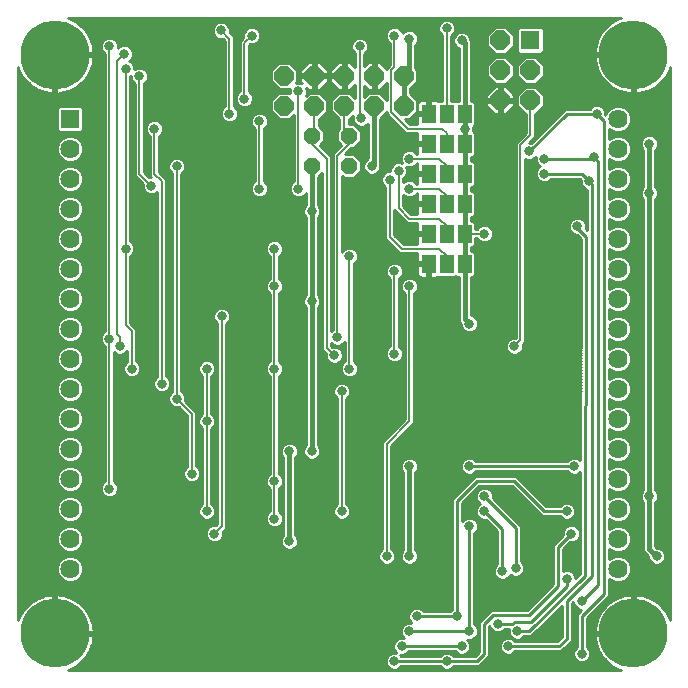
<source format=gbl>
G75*
%MOIN*%
%OFA0B0*%
%FSLAX24Y24*%
%IPPOS*%
%LPD*%
%AMOC8*
5,1,8,0,0,1.08239X$1,22.5*
%
%ADD10R,0.0640X0.0640*%
%ADD11C,0.0640*%
%ADD12OC8,0.0640*%
%ADD13R,0.0460X0.0630*%
%ADD14OC8,0.0560*%
%ADD15C,0.2300*%
%ADD16C,0.0070*%
%ADD17C,0.0330*%
%ADD18C,0.0100*%
%ADD19C,0.0160*%
D10*
X002901Y019534D03*
X018243Y022153D03*
D11*
X021168Y019534D03*
X021168Y018534D03*
X021168Y017534D03*
X021168Y016534D03*
X021168Y015534D03*
X021168Y014534D03*
X021168Y013534D03*
X021168Y012534D03*
X021168Y011534D03*
X021168Y010534D03*
X021168Y009534D03*
X021168Y008534D03*
X021168Y007534D03*
X021168Y006534D03*
X021168Y005534D03*
X021168Y004534D03*
X002901Y004534D03*
X002901Y005534D03*
X002901Y006534D03*
X002901Y007534D03*
X002901Y008534D03*
X002901Y009534D03*
X002901Y010534D03*
X002901Y011534D03*
X002901Y012534D03*
X002901Y013534D03*
X002901Y014534D03*
X002901Y015534D03*
X002901Y016534D03*
X002901Y017534D03*
X002901Y018534D03*
D12*
X010034Y019968D03*
X010034Y020968D03*
X011034Y020968D03*
X011034Y019968D03*
X012034Y019968D03*
X012034Y020968D03*
X013034Y020968D03*
X014034Y020968D03*
X014034Y019968D03*
X013034Y019968D03*
X017243Y020153D03*
X017243Y021153D03*
X017243Y022153D03*
X018243Y021153D03*
X018243Y020153D03*
D13*
X016058Y019708D03*
X015458Y019708D03*
X014858Y019708D03*
X014858Y018708D03*
X015458Y018708D03*
X016058Y018708D03*
X016058Y017708D03*
X015458Y017708D03*
X014858Y017708D03*
X014858Y016708D03*
X015458Y016708D03*
X016058Y016708D03*
X016058Y015708D03*
X015458Y015708D03*
X014858Y015708D03*
X014858Y014708D03*
X015458Y014708D03*
X016058Y014708D03*
D14*
X012208Y017958D03*
X012208Y018958D03*
X010958Y018958D03*
X010958Y017958D03*
D15*
X002389Y002389D03*
X002389Y021680D03*
X021680Y021680D03*
X021680Y002389D03*
D16*
X014208Y009458D02*
X013458Y008708D01*
X013458Y004958D01*
X011958Y006458D02*
X011958Y010458D01*
X012208Y011208D02*
X012208Y014958D01*
X013558Y015608D02*
X013958Y015208D01*
X015208Y015208D01*
X015458Y014958D01*
X015458Y014708D01*
X015458Y015708D02*
X015458Y015958D01*
X015208Y016208D01*
X014208Y016208D01*
X013858Y016558D01*
X013858Y017808D01*
X013558Y017508D02*
X013558Y015608D01*
X013708Y014458D02*
X013708Y011708D01*
X011808Y012258D02*
X011808Y018308D01*
X012208Y018708D01*
X012208Y018958D01*
X012034Y019131D01*
X012034Y019968D01*
X012558Y019608D02*
X012608Y019558D01*
X012558Y019608D02*
X012558Y021958D01*
X013708Y022308D02*
X013708Y021258D01*
X013608Y021158D01*
X013608Y019758D01*
X014158Y019208D01*
X015308Y019208D01*
X015458Y019058D01*
X015458Y018708D01*
X015208Y018208D02*
X015458Y017958D01*
X015458Y017708D01*
X015208Y018208D02*
X014208Y018208D01*
X014208Y017208D02*
X015208Y017208D01*
X015458Y016958D01*
X015458Y016708D01*
X016058Y015708D02*
X016708Y015708D01*
X014208Y013958D02*
X014208Y009458D01*
X011708Y011658D02*
X011458Y011908D01*
X011458Y018208D01*
X010958Y018708D01*
X010958Y018958D01*
X011034Y019034D01*
X011034Y019968D01*
X010508Y020458D02*
X010508Y017208D01*
X009208Y017208D02*
X009208Y019458D01*
X008708Y020208D02*
X008708Y022058D01*
X008958Y022308D01*
X008208Y022208D02*
X007933Y022483D01*
X008208Y022208D02*
X008208Y019708D01*
X006458Y017958D02*
X006458Y010208D01*
X006958Y009708D01*
X006958Y007708D01*
X007458Y006458D02*
X007458Y009458D01*
X007458Y011208D01*
X005958Y010708D02*
X005958Y017458D01*
X005708Y017708D01*
X005708Y019208D01*
X005208Y017708D02*
X005608Y017308D01*
X005208Y017708D02*
X005208Y020958D01*
X004758Y021208D02*
X004758Y015208D01*
X004758Y012658D01*
X004958Y012458D01*
X004958Y011208D01*
X004558Y011958D02*
X004558Y012258D01*
X004458Y012358D01*
X004458Y021458D01*
X004708Y021708D01*
X004208Y021958D02*
X004208Y012208D01*
X004208Y007208D01*
X007708Y005708D02*
X007958Y005958D01*
X007958Y012958D01*
X009708Y013958D02*
X009708Y011208D01*
X009708Y007458D01*
X009708Y006208D01*
X009708Y013958D02*
X009708Y015208D01*
X015458Y019708D02*
X015458Y022558D01*
X018243Y020153D02*
X018243Y018993D01*
X017908Y018658D01*
X017908Y012158D01*
X017708Y011958D01*
D17*
X017708Y011958D03*
X016208Y012708D03*
X014208Y013958D03*
X013708Y014458D03*
X014258Y015708D03*
X014258Y016758D03*
X014208Y017208D03*
X014258Y017708D03*
X013858Y017808D03*
X013558Y017508D03*
X012958Y017958D03*
X014208Y018208D03*
X014208Y018708D03*
X012608Y019558D03*
X010508Y020458D03*
X009208Y019458D03*
X008708Y020208D03*
X008208Y019708D03*
X006458Y017958D03*
X005608Y017308D03*
X005708Y019208D03*
X005208Y020958D03*
X004758Y021208D03*
X004708Y021708D03*
X004208Y021958D03*
X007933Y022483D03*
X008958Y022308D03*
X012558Y021958D03*
X013708Y022308D03*
X014208Y022208D03*
X015458Y022558D03*
X015958Y022153D03*
X016058Y019208D03*
X018208Y018458D03*
X018708Y018208D03*
X018708Y017708D03*
X020208Y017458D03*
X020358Y018258D03*
X020458Y019708D03*
X022208Y018708D03*
X022208Y017058D03*
X019808Y015958D03*
X016708Y015708D03*
X013708Y011708D03*
X012208Y011208D03*
X011708Y011658D03*
X011808Y012258D03*
X010958Y013458D03*
X009708Y013958D03*
X009708Y015208D03*
X010958Y016458D03*
X010508Y017208D03*
X009208Y017208D03*
X012208Y014958D03*
X009708Y011208D03*
X007958Y012958D03*
X007458Y011208D03*
X006458Y010208D03*
X005958Y010708D03*
X004958Y011208D03*
X004558Y011958D03*
X004208Y012208D03*
X004758Y015208D03*
X007458Y009458D03*
X006958Y007708D03*
X007458Y006458D03*
X007708Y005708D03*
X009708Y006208D03*
X010208Y005458D03*
X011958Y006458D03*
X013458Y004958D03*
X014208Y004958D03*
X014458Y002958D03*
X014208Y002458D03*
X013958Y001958D03*
X013708Y001458D03*
X015458Y001458D03*
X015958Y001958D03*
X016208Y002458D03*
X015808Y002958D03*
X017158Y002708D03*
X017808Y002458D03*
X017508Y001958D03*
X019458Y004208D03*
X019958Y003458D03*
X019958Y001708D03*
X017758Y004558D03*
X017308Y004458D03*
X016208Y005958D03*
X016708Y006458D03*
X016708Y006958D03*
X016208Y007958D03*
X014208Y007958D03*
X011958Y010458D03*
X010958Y008458D03*
X010208Y008458D03*
X009708Y007458D03*
X004208Y007208D03*
X019458Y006458D03*
X019608Y005708D03*
X019708Y007958D03*
X022208Y006958D03*
X022458Y004958D03*
D18*
X022456Y005243D02*
X022408Y005291D01*
X022408Y006755D01*
X022449Y006796D01*
X022493Y006901D01*
X022493Y007014D01*
X022449Y007119D01*
X022408Y007161D01*
X022408Y016855D01*
X022449Y016896D01*
X022493Y017001D01*
X022493Y017114D01*
X022449Y017219D01*
X022408Y017261D01*
X022408Y018505D01*
X022449Y018546D01*
X022493Y018651D01*
X022493Y018764D01*
X022449Y018869D01*
X022369Y018949D01*
X022264Y018993D01*
X022151Y018993D01*
X022046Y018949D01*
X021966Y018869D01*
X021923Y018764D01*
X021923Y018651D01*
X021966Y018546D01*
X022008Y018505D01*
X022008Y017261D01*
X021966Y017219D01*
X021923Y017114D01*
X021923Y017001D01*
X021966Y016896D01*
X022008Y016855D01*
X022008Y007161D01*
X021966Y007119D01*
X021923Y007014D01*
X021923Y006901D01*
X021966Y006796D01*
X022008Y006755D01*
X022008Y005125D01*
X022173Y004960D01*
X022173Y004901D01*
X022216Y004796D01*
X022296Y004716D01*
X022401Y004673D01*
X022514Y004673D01*
X022619Y004716D01*
X022699Y004796D01*
X022743Y004901D01*
X022743Y005014D01*
X022699Y005119D01*
X022619Y005199D01*
X022514Y005243D01*
X022456Y005243D01*
X022452Y005246D02*
X022908Y005246D01*
X022908Y005148D02*
X022671Y005148D01*
X022728Y005049D02*
X022908Y005049D01*
X022908Y004951D02*
X022743Y004951D01*
X022722Y004852D02*
X022908Y004852D01*
X022908Y004754D02*
X022657Y004754D01*
X022908Y004655D02*
X021595Y004655D01*
X021608Y004622D02*
X021541Y004784D01*
X021418Y004907D01*
X021256Y004974D01*
X021081Y004974D01*
X020919Y004907D01*
X020878Y004866D01*
X020878Y005203D01*
X020919Y005161D01*
X021081Y005094D01*
X021256Y005094D01*
X021418Y005161D01*
X021541Y005285D01*
X021608Y005447D01*
X021608Y005622D01*
X021541Y005784D01*
X021418Y005907D01*
X021256Y005974D01*
X021081Y005974D01*
X020919Y005907D01*
X020878Y005866D01*
X020878Y006203D01*
X020919Y006161D01*
X021081Y006094D01*
X021256Y006094D01*
X021418Y006161D01*
X021541Y006285D01*
X021608Y006447D01*
X021608Y006622D01*
X021541Y006784D01*
X021418Y006907D01*
X021256Y006974D01*
X021081Y006974D01*
X020919Y006907D01*
X020878Y006866D01*
X020878Y007203D01*
X020919Y007161D01*
X021081Y007094D01*
X021256Y007094D01*
X021418Y007161D01*
X021541Y007285D01*
X021608Y007447D01*
X021608Y007622D01*
X021541Y007784D01*
X021418Y007907D01*
X021256Y007974D01*
X021081Y007974D01*
X020919Y007907D01*
X020878Y007866D01*
X020878Y008203D01*
X020919Y008161D01*
X021081Y008094D01*
X021256Y008094D01*
X021418Y008161D01*
X021541Y008285D01*
X021608Y008447D01*
X021608Y008622D01*
X021541Y008784D01*
X021418Y008907D01*
X021256Y008974D01*
X021081Y008974D01*
X020919Y008907D01*
X020878Y008866D01*
X020878Y009203D01*
X020919Y009161D01*
X021081Y009094D01*
X021256Y009094D01*
X021418Y009161D01*
X021541Y009285D01*
X022008Y009285D01*
X022008Y009383D02*
X021582Y009383D01*
X021608Y009447D02*
X021541Y009285D01*
X021442Y009186D02*
X022008Y009186D01*
X022008Y009088D02*
X020878Y009088D01*
X020878Y009186D02*
X020894Y009186D01*
X020878Y008989D02*
X022008Y008989D01*
X022008Y008891D02*
X021434Y008891D01*
X021533Y008792D02*
X022008Y008792D01*
X022008Y008694D02*
X021579Y008694D01*
X021608Y008595D02*
X022008Y008595D01*
X022008Y008497D02*
X021608Y008497D01*
X021588Y008398D02*
X022008Y008398D01*
X022008Y008300D02*
X021547Y008300D01*
X021457Y008201D02*
X022008Y008201D01*
X022008Y008103D02*
X021276Y008103D01*
X021061Y008103D02*
X020878Y008103D01*
X020878Y008201D02*
X020879Y008201D01*
X020878Y008004D02*
X022008Y008004D01*
X022008Y007906D02*
X021419Y007906D01*
X021518Y007807D02*
X022008Y007807D01*
X022008Y007709D02*
X021572Y007709D01*
X021608Y007610D02*
X022008Y007610D01*
X022008Y007512D02*
X021608Y007512D01*
X021594Y007413D02*
X022008Y007413D01*
X022008Y007315D02*
X021554Y007315D01*
X021472Y007216D02*
X022008Y007216D01*
X021965Y007118D02*
X021312Y007118D01*
X021386Y006921D02*
X021923Y006921D01*
X021925Y007019D02*
X020878Y007019D01*
X020878Y006921D02*
X020951Y006921D01*
X020878Y007118D02*
X021025Y007118D01*
X021503Y006822D02*
X021955Y006822D01*
X022008Y006724D02*
X021566Y006724D01*
X021607Y006625D02*
X022008Y006625D01*
X022008Y006527D02*
X021608Y006527D01*
X021601Y006428D02*
X022008Y006428D01*
X022008Y006330D02*
X021560Y006330D01*
X021487Y006231D02*
X022008Y006231D01*
X022008Y006133D02*
X021348Y006133D01*
X021349Y005936D02*
X022008Y005936D01*
X022008Y006034D02*
X020878Y006034D01*
X020878Y005936D02*
X020987Y005936D01*
X020988Y006133D02*
X020878Y006133D01*
X021488Y005837D02*
X022008Y005837D01*
X022008Y005739D02*
X021560Y005739D01*
X021601Y005640D02*
X022008Y005640D01*
X022008Y005542D02*
X021608Y005542D01*
X021607Y005443D02*
X022008Y005443D01*
X022008Y005345D02*
X021566Y005345D01*
X021502Y005246D02*
X022008Y005246D01*
X022008Y005148D02*
X021384Y005148D01*
X021313Y004951D02*
X022173Y004951D01*
X022193Y004852D02*
X021473Y004852D01*
X021554Y004754D02*
X022259Y004754D01*
X022083Y005049D02*
X020878Y005049D01*
X020878Y004951D02*
X021023Y004951D01*
X020952Y005148D02*
X020878Y005148D01*
X021608Y004622D02*
X021608Y004447D01*
X021541Y004285D01*
X021418Y004161D01*
X021256Y004094D01*
X021081Y004094D01*
X020919Y004161D01*
X020878Y004203D01*
X020878Y003637D01*
X020128Y002887D01*
X020128Y001941D01*
X020199Y001869D01*
X020243Y001764D01*
X020243Y001651D01*
X020199Y001546D01*
X020119Y001466D01*
X020014Y001423D01*
X019901Y001423D01*
X019796Y001466D01*
X019716Y001546D01*
X019673Y001651D01*
X019673Y001764D01*
X019716Y001869D01*
X019788Y001941D01*
X019788Y003028D01*
X019887Y003128D01*
X019932Y003173D01*
X019901Y003173D01*
X019796Y003216D01*
X019716Y003296D01*
X019673Y003401D01*
X019673Y003432D01*
X019628Y003387D01*
X019628Y002137D01*
X019378Y001887D01*
X019278Y001788D01*
X017741Y001788D01*
X017669Y001716D01*
X017564Y001673D01*
X017451Y001673D01*
X017346Y001716D01*
X017266Y001796D01*
X017223Y001901D01*
X017223Y002014D01*
X017266Y002119D01*
X017346Y002199D01*
X017451Y002243D01*
X017564Y002243D01*
X017669Y002199D01*
X017741Y002128D01*
X019137Y002128D01*
X019288Y002278D01*
X019288Y003297D01*
X018378Y002387D01*
X018278Y002288D01*
X018041Y002288D01*
X017969Y002216D01*
X017864Y002173D01*
X017751Y002173D01*
X017646Y002216D01*
X017566Y002296D01*
X017523Y002401D01*
X017523Y002514D01*
X017532Y002538D01*
X017391Y002538D01*
X017319Y002466D01*
X017214Y002423D01*
X017101Y002423D01*
X016996Y002466D01*
X016916Y002546D01*
X016878Y002638D01*
X016878Y002637D01*
X016878Y001637D01*
X016778Y001538D01*
X016528Y001288D01*
X015691Y001288D01*
X015619Y001216D01*
X015514Y001173D01*
X015401Y001173D01*
X015296Y001216D01*
X015225Y001288D01*
X013941Y001288D01*
X013869Y001216D01*
X013764Y001173D01*
X013651Y001173D01*
X013546Y001216D01*
X013466Y001296D01*
X013423Y001401D01*
X013423Y001514D01*
X013466Y001619D01*
X013546Y001699D01*
X013651Y001743D01*
X013764Y001743D01*
X013773Y001739D01*
X013716Y001796D01*
X013673Y001901D01*
X013673Y002014D01*
X013716Y002119D01*
X013796Y002199D01*
X013901Y002243D01*
X014014Y002243D01*
X014023Y002239D01*
X013966Y002296D01*
X013923Y002401D01*
X013923Y002514D01*
X013966Y002619D01*
X014046Y002699D01*
X014151Y002743D01*
X014264Y002743D01*
X014273Y002739D01*
X014216Y002796D01*
X014173Y002901D01*
X014173Y003014D01*
X014216Y003119D01*
X014296Y003199D01*
X014401Y003243D01*
X014514Y003243D01*
X014619Y003199D01*
X014691Y003128D01*
X015575Y003128D01*
X015638Y003191D01*
X015638Y006878D01*
X016288Y007528D01*
X016387Y007628D01*
X017778Y007628D01*
X018778Y006628D01*
X019225Y006628D01*
X019296Y006699D01*
X019401Y006743D01*
X019514Y006743D01*
X019619Y006699D01*
X019699Y006619D01*
X019743Y006514D01*
X019743Y006401D01*
X019699Y006296D01*
X019619Y006216D01*
X019514Y006173D01*
X019401Y006173D01*
X019296Y006216D01*
X019225Y006288D01*
X018637Y006288D01*
X018538Y006387D01*
X017637Y007288D01*
X016528Y007288D01*
X015978Y006737D01*
X015978Y006131D01*
X016046Y006199D01*
X016151Y006243D01*
X016264Y006243D01*
X016369Y006199D01*
X016449Y006119D01*
X016493Y006014D01*
X016493Y005901D01*
X016449Y005796D01*
X016378Y005725D01*
X016378Y002691D01*
X016449Y002619D01*
X016493Y002514D01*
X016493Y002401D01*
X016449Y002296D01*
X016369Y002216D01*
X016264Y002173D01*
X016151Y002173D01*
X016142Y002176D01*
X016199Y002119D01*
X016243Y002014D01*
X016243Y001901D01*
X016199Y001796D01*
X016119Y001716D01*
X016014Y001673D01*
X015901Y001673D01*
X015796Y001716D01*
X015725Y001788D01*
X014191Y001788D01*
X014119Y001716D01*
X014014Y001673D01*
X013901Y001673D01*
X013892Y001676D01*
X013941Y001628D01*
X015225Y001628D01*
X015296Y001699D01*
X015401Y001743D01*
X015514Y001743D01*
X015619Y001699D01*
X015691Y001628D01*
X016387Y001628D01*
X016538Y001778D01*
X016538Y002778D01*
X016838Y003078D01*
X016937Y003178D01*
X018137Y003178D01*
X016378Y003178D01*
X016378Y003276D02*
X018236Y003276D01*
X018334Y003375D02*
X016378Y003375D01*
X016378Y003473D02*
X018433Y003473D01*
X018531Y003572D02*
X016378Y003572D01*
X016378Y003670D02*
X018630Y003670D01*
X018728Y003769D02*
X016378Y003769D01*
X016378Y003867D02*
X018827Y003867D01*
X018925Y003966D02*
X016378Y003966D01*
X016378Y004064D02*
X018988Y004064D01*
X018988Y004028D02*
X018137Y003178D01*
X018208Y003008D02*
X019158Y003958D01*
X019158Y005258D01*
X019608Y005708D01*
X019714Y005443D02*
X019893Y005443D01*
X019892Y005345D02*
X019485Y005345D01*
X019563Y005423D02*
X019328Y005187D01*
X019328Y004462D01*
X019401Y004493D01*
X019514Y004493D01*
X019619Y004449D01*
X019699Y004369D01*
X019743Y004264D01*
X019743Y004233D01*
X019888Y004378D01*
X019903Y007750D01*
X019869Y007716D01*
X019764Y007673D01*
X019651Y007673D01*
X019546Y007716D01*
X019475Y007788D01*
X016441Y007788D01*
X016369Y007716D01*
X016264Y007673D01*
X016151Y007673D01*
X016046Y007716D01*
X015966Y007796D01*
X015923Y007901D01*
X015923Y008014D01*
X015966Y008119D01*
X016046Y008199D01*
X016151Y008243D01*
X016264Y008243D01*
X016369Y008199D01*
X016441Y008128D01*
X019475Y008128D01*
X019546Y008199D01*
X019651Y008243D01*
X019764Y008243D01*
X019869Y008199D01*
X019905Y008164D01*
X019937Y015538D01*
X019802Y015673D01*
X019751Y015673D01*
X019646Y015716D01*
X019566Y015796D01*
X019523Y015901D01*
X019523Y016014D01*
X019566Y016119D01*
X019646Y016199D01*
X019751Y016243D01*
X019864Y016243D01*
X019969Y016199D01*
X020049Y016119D01*
X020093Y016014D01*
X020093Y015901D01*
X020082Y015874D01*
X020138Y015818D01*
X020138Y017178D01*
X020046Y017216D01*
X019966Y017296D01*
X019923Y017401D01*
X019923Y017502D01*
X019887Y017538D01*
X018941Y017538D01*
X018869Y017466D01*
X018764Y017423D01*
X018651Y017423D01*
X018546Y017466D01*
X018466Y017546D01*
X018423Y017651D01*
X018423Y017764D01*
X018466Y017869D01*
X018546Y017949D01*
X018566Y017958D01*
X018546Y017966D01*
X018466Y018046D01*
X018423Y018151D01*
X018423Y018264D01*
X018426Y018273D01*
X018369Y018216D01*
X018264Y018173D01*
X018151Y018173D01*
X018063Y018209D01*
X018063Y012093D01*
X017990Y012021D01*
X017993Y012014D01*
X017993Y011901D01*
X017949Y011796D01*
X017869Y011716D01*
X017764Y011673D01*
X017651Y011673D01*
X017546Y011716D01*
X017466Y011796D01*
X017423Y011901D01*
X017423Y012014D01*
X017466Y012119D01*
X017546Y012199D01*
X017651Y012243D01*
X017753Y012243D01*
X017753Y018722D01*
X017843Y018813D01*
X018088Y019057D01*
X018088Y019713D01*
X018061Y019713D01*
X017803Y019970D01*
X017803Y020335D01*
X018061Y020593D01*
X018425Y020593D01*
X018683Y020335D01*
X018683Y019970D01*
X018425Y019713D01*
X018398Y019713D01*
X018398Y018929D01*
X018212Y018743D01*
X018252Y018743D01*
X019288Y019778D01*
X019387Y019878D01*
X020225Y019878D01*
X020296Y019949D01*
X020401Y019993D01*
X020514Y019993D01*
X020619Y019949D01*
X020699Y019869D01*
X020743Y019764D01*
X020743Y019663D01*
X020745Y019661D01*
X020795Y019784D01*
X020919Y019907D01*
X021081Y019974D01*
X021256Y019974D01*
X021418Y019907D01*
X021541Y019784D01*
X021608Y019622D01*
X021608Y019447D01*
X021541Y019285D01*
X021418Y019161D01*
X021256Y019094D01*
X021081Y019094D01*
X020919Y019161D01*
X020878Y019203D01*
X020878Y018866D01*
X020919Y018907D01*
X021081Y018974D01*
X021256Y018974D01*
X021418Y018907D01*
X021541Y018784D01*
X021608Y018622D01*
X021608Y018447D01*
X021541Y018285D01*
X021418Y018161D01*
X021256Y018094D01*
X021081Y018094D01*
X020919Y018161D01*
X020878Y018203D01*
X020878Y017866D01*
X020919Y017907D01*
X021081Y017974D01*
X021256Y017974D01*
X021418Y017907D01*
X021541Y017784D01*
X021608Y017622D01*
X021608Y017447D01*
X021541Y017285D01*
X021418Y017161D01*
X021256Y017094D01*
X021081Y017094D01*
X020919Y017161D01*
X020878Y017203D01*
X020878Y016866D01*
X020919Y016907D01*
X021081Y016974D01*
X021256Y016974D01*
X021418Y016907D01*
X021541Y016784D01*
X021608Y016622D01*
X021608Y016447D01*
X021541Y016285D01*
X021418Y016161D01*
X021256Y016094D01*
X021081Y016094D01*
X020919Y016161D01*
X020878Y016203D01*
X020878Y015866D01*
X020919Y015907D01*
X021081Y015974D01*
X021256Y015974D01*
X021418Y015907D01*
X021541Y015784D01*
X021608Y015622D01*
X021608Y015447D01*
X021541Y015285D01*
X021418Y015161D01*
X021256Y015094D01*
X021081Y015094D01*
X020919Y015161D01*
X020878Y015203D01*
X020878Y014866D01*
X020919Y014907D01*
X021081Y014974D01*
X021256Y014974D01*
X021418Y014907D01*
X021541Y014784D01*
X021608Y014622D01*
X021608Y014447D01*
X021541Y014285D01*
X021418Y014161D01*
X021256Y014094D01*
X021081Y014094D01*
X020919Y014161D01*
X020878Y014203D01*
X020878Y013866D01*
X020919Y013907D01*
X021081Y013974D01*
X021256Y013974D01*
X021418Y013907D01*
X021541Y013784D01*
X021608Y013622D01*
X021608Y013447D01*
X021541Y013285D01*
X021418Y013161D01*
X021256Y013094D01*
X021081Y013094D01*
X020919Y013161D01*
X020878Y013203D01*
X020878Y012866D01*
X020919Y012907D01*
X021081Y012974D01*
X021256Y012974D01*
X021418Y012907D01*
X021541Y012784D01*
X021608Y012622D01*
X021608Y012447D01*
X021541Y012285D01*
X021418Y012161D01*
X021256Y012094D01*
X021081Y012094D01*
X020919Y012161D01*
X020878Y012203D01*
X020878Y011866D01*
X020919Y011907D01*
X021081Y011974D01*
X021256Y011974D01*
X021418Y011907D01*
X021541Y011784D01*
X021608Y011622D01*
X021608Y011447D01*
X021541Y011285D01*
X021418Y011161D01*
X021256Y011094D01*
X021081Y011094D01*
X020919Y011161D01*
X020878Y011203D01*
X020878Y010866D01*
X020919Y010907D01*
X021081Y010974D01*
X021256Y010974D01*
X021418Y010907D01*
X021541Y010784D01*
X021608Y010622D01*
X021608Y010447D01*
X021541Y010285D01*
X021418Y010161D01*
X021256Y010094D01*
X021081Y010094D01*
X020919Y010161D01*
X020878Y010203D01*
X020878Y009866D01*
X020919Y009907D01*
X021081Y009974D01*
X021256Y009974D01*
X022008Y009974D01*
X022008Y009876D02*
X021449Y009876D01*
X021418Y009907D02*
X021541Y009784D01*
X021608Y009622D01*
X021608Y009447D01*
X021608Y009482D02*
X022008Y009482D01*
X022008Y009580D02*
X021608Y009580D01*
X021585Y009679D02*
X022008Y009679D01*
X022008Y009777D02*
X021544Y009777D01*
X021418Y009907D02*
X021256Y009974D01*
X021080Y009974D02*
X020878Y009974D01*
X020878Y009876D02*
X020887Y009876D01*
X020878Y010073D02*
X022008Y010073D01*
X022008Y010171D02*
X021427Y010171D01*
X021526Y010270D02*
X022008Y010270D01*
X022008Y010368D02*
X021576Y010368D01*
X021608Y010467D02*
X022008Y010467D01*
X022008Y010565D02*
X021608Y010565D01*
X021591Y010664D02*
X022008Y010664D01*
X022008Y010762D02*
X021550Y010762D01*
X021464Y010861D02*
X022008Y010861D01*
X022008Y010959D02*
X021293Y010959D01*
X021405Y011156D02*
X022008Y011156D01*
X022008Y011058D02*
X020878Y011058D01*
X020878Y011156D02*
X020932Y011156D01*
X020878Y010959D02*
X021044Y010959D01*
X021511Y011255D02*
X022008Y011255D01*
X022008Y011353D02*
X021569Y011353D01*
X021608Y011452D02*
X022008Y011452D01*
X022008Y011550D02*
X021608Y011550D01*
X021597Y011649D02*
X022008Y011649D01*
X022008Y011747D02*
X021556Y011747D01*
X021479Y011846D02*
X022008Y011846D01*
X022008Y011944D02*
X021329Y011944D01*
X021369Y012141D02*
X022008Y012141D01*
X022008Y012043D02*
X020878Y012043D01*
X020878Y012141D02*
X020968Y012141D01*
X021008Y011944D02*
X020878Y011944D01*
X021496Y012240D02*
X022008Y012240D01*
X022008Y012338D02*
X021563Y012338D01*
X021604Y012437D02*
X022008Y012437D01*
X022008Y012535D02*
X021608Y012535D01*
X021603Y012634D02*
X022008Y012634D01*
X022008Y012732D02*
X021563Y012732D01*
X021494Y012831D02*
X022008Y012831D01*
X022008Y012929D02*
X021365Y012929D01*
X021332Y013126D02*
X022008Y013126D01*
X022008Y013028D02*
X020878Y013028D01*
X020878Y013126D02*
X021004Y013126D01*
X020972Y012929D02*
X020878Y012929D01*
X021481Y013225D02*
X022008Y013225D01*
X022008Y013323D02*
X021557Y013323D01*
X021598Y013422D02*
X022008Y013422D01*
X022008Y013520D02*
X021608Y013520D01*
X021608Y013619D02*
X022008Y013619D01*
X022008Y013717D02*
X021569Y013717D01*
X021509Y013816D02*
X022008Y013816D01*
X022008Y013914D02*
X021401Y013914D01*
X021296Y014111D02*
X022008Y014111D01*
X022008Y014013D02*
X020878Y014013D01*
X020878Y014111D02*
X021040Y014111D01*
X020935Y013914D02*
X020878Y013914D01*
X021466Y014210D02*
X022008Y014210D01*
X022008Y014308D02*
X021551Y014308D01*
X021592Y014407D02*
X022008Y014407D01*
X022008Y014505D02*
X021608Y014505D01*
X021608Y014604D02*
X022008Y014604D01*
X022008Y014702D02*
X021575Y014702D01*
X021524Y014801D02*
X022008Y014801D01*
X022008Y014899D02*
X021426Y014899D01*
X021260Y015096D02*
X022008Y015096D01*
X022008Y014998D02*
X020878Y014998D01*
X020878Y015096D02*
X021077Y015096D01*
X020886Y015195D02*
X020878Y015195D01*
X020878Y014899D02*
X020911Y014899D01*
X021451Y015195D02*
X022008Y015195D01*
X022008Y015293D02*
X021545Y015293D01*
X021585Y015392D02*
X022008Y015392D01*
X022008Y015490D02*
X021608Y015490D01*
X021608Y015589D02*
X022008Y015589D01*
X022008Y015687D02*
X021581Y015687D01*
X021539Y015786D02*
X022008Y015786D01*
X022008Y015884D02*
X021441Y015884D01*
X021436Y016180D02*
X022008Y016180D01*
X022008Y016278D02*
X021534Y016278D01*
X021579Y016377D02*
X022008Y016377D01*
X022008Y016475D02*
X021608Y016475D01*
X021608Y016574D02*
X022008Y016574D01*
X022008Y016672D02*
X021587Y016672D01*
X021547Y016771D02*
X022008Y016771D01*
X021993Y016869D02*
X021456Y016869D01*
X021272Y016968D02*
X021936Y016968D01*
X021923Y017066D02*
X020878Y017066D01*
X020878Y016968D02*
X021065Y016968D01*
X020881Y016869D02*
X020878Y016869D01*
X020878Y017165D02*
X020916Y017165D01*
X021421Y017165D02*
X021944Y017165D01*
X022008Y017263D02*
X021519Y017263D01*
X021573Y017362D02*
X022008Y017362D01*
X022008Y017460D02*
X021608Y017460D01*
X021608Y017559D02*
X022008Y017559D01*
X022008Y017657D02*
X021594Y017657D01*
X021553Y017756D02*
X022008Y017756D01*
X022008Y017854D02*
X021471Y017854D01*
X021308Y017953D02*
X022008Y017953D01*
X022008Y018051D02*
X020878Y018051D01*
X020878Y017953D02*
X021028Y017953D01*
X020947Y018150D02*
X020878Y018150D01*
X020508Y018108D02*
X020508Y004008D01*
X019958Y003458D01*
X019684Y003375D02*
X019628Y003375D01*
X019628Y003276D02*
X019736Y003276D01*
X019628Y003178D02*
X019889Y003178D01*
X019839Y003079D02*
X019628Y003079D01*
X019628Y002981D02*
X019788Y002981D01*
X019788Y002882D02*
X019628Y002882D01*
X019628Y002784D02*
X019788Y002784D01*
X019788Y002685D02*
X019628Y002685D01*
X019628Y002587D02*
X019788Y002587D01*
X019788Y002488D02*
X019628Y002488D01*
X019628Y002390D02*
X019788Y002390D01*
X019788Y002291D02*
X019628Y002291D01*
X019628Y002193D02*
X019788Y002193D01*
X019788Y002094D02*
X019585Y002094D01*
X019486Y001996D02*
X019788Y001996D01*
X019744Y001897D02*
X019388Y001897D01*
X019289Y001799D02*
X019687Y001799D01*
X019673Y001700D02*
X017631Y001700D01*
X017385Y001700D02*
X016878Y001700D01*
X016878Y001799D02*
X017265Y001799D01*
X017224Y001897D02*
X016878Y001897D01*
X016878Y001996D02*
X017223Y001996D01*
X017256Y002094D02*
X016878Y002094D01*
X016878Y002193D02*
X017340Y002193D01*
X017571Y002291D02*
X016878Y002291D01*
X016878Y002390D02*
X017527Y002390D01*
X017523Y002488D02*
X017341Y002488D01*
X017158Y002708D02*
X017658Y002708D01*
X017708Y002758D01*
X018258Y002758D01*
X019458Y003958D01*
X019458Y004208D01*
X019598Y004458D02*
X019888Y004458D01*
X019889Y004557D02*
X019328Y004557D01*
X019328Y004655D02*
X019889Y004655D01*
X019890Y004754D02*
X019328Y004754D01*
X019328Y004852D02*
X019890Y004852D01*
X019891Y004951D02*
X019328Y004951D01*
X019328Y005049D02*
X019891Y005049D01*
X019891Y005148D02*
X019328Y005148D01*
X019387Y005246D02*
X019892Y005246D01*
X019769Y005466D02*
X019664Y005423D01*
X019563Y005423D01*
X019769Y005466D02*
X019849Y005546D01*
X019893Y005651D01*
X019893Y005764D01*
X019849Y005869D01*
X019769Y005949D01*
X019664Y005993D01*
X019551Y005993D01*
X019446Y005949D01*
X019366Y005869D01*
X019323Y005764D01*
X019323Y005663D01*
X018988Y005328D01*
X018988Y004028D01*
X018988Y004163D02*
X016378Y004163D01*
X016378Y004261D02*
X017101Y004261D01*
X017066Y004296D02*
X017146Y004216D01*
X017251Y004173D01*
X017364Y004173D01*
X017469Y004216D01*
X017549Y004296D01*
X017569Y004343D01*
X017596Y004316D01*
X017701Y004273D01*
X017814Y004273D01*
X017919Y004316D01*
X017999Y004396D01*
X018043Y004501D01*
X018043Y004614D01*
X017999Y004719D01*
X017928Y004791D01*
X017928Y005978D01*
X016993Y006913D01*
X016993Y007014D01*
X016949Y007119D01*
X016869Y007199D01*
X016764Y007243D01*
X016651Y007243D01*
X016546Y007199D01*
X016466Y007119D01*
X016423Y007014D01*
X016423Y006901D01*
X016466Y006796D01*
X016546Y006716D01*
X016566Y006708D01*
X016546Y006699D01*
X016466Y006619D01*
X016423Y006514D01*
X016423Y006401D01*
X016466Y006296D01*
X016546Y006216D01*
X016651Y006173D01*
X016752Y006173D01*
X017138Y005787D01*
X017138Y004691D01*
X017066Y004619D01*
X017023Y004514D01*
X017023Y004401D01*
X017066Y004296D01*
X017040Y004360D02*
X016378Y004360D01*
X016378Y004458D02*
X017023Y004458D01*
X017040Y004557D02*
X016378Y004557D01*
X016378Y004655D02*
X017102Y004655D01*
X017138Y004754D02*
X016378Y004754D01*
X016378Y004852D02*
X017138Y004852D01*
X017138Y004951D02*
X016378Y004951D01*
X016378Y005049D02*
X017138Y005049D01*
X017138Y005148D02*
X016378Y005148D01*
X016378Y005246D02*
X017138Y005246D01*
X017138Y005345D02*
X016378Y005345D01*
X016378Y005443D02*
X017138Y005443D01*
X017138Y005542D02*
X016378Y005542D01*
X016378Y005640D02*
X017138Y005640D01*
X017138Y005739D02*
X016392Y005739D01*
X016466Y005837D02*
X017088Y005837D01*
X016989Y005936D02*
X016493Y005936D01*
X016484Y006034D02*
X016891Y006034D01*
X016792Y006133D02*
X016436Y006133D01*
X016531Y006231D02*
X016292Y006231D01*
X016123Y006231D02*
X015978Y006231D01*
X015978Y006133D02*
X015980Y006133D01*
X015978Y006330D02*
X016452Y006330D01*
X016423Y006428D02*
X015978Y006428D01*
X015978Y006527D02*
X016428Y006527D01*
X016472Y006625D02*
X015978Y006625D01*
X015978Y006724D02*
X016539Y006724D01*
X016455Y006822D02*
X016063Y006822D01*
X016161Y006921D02*
X016423Y006921D01*
X016425Y007019D02*
X016260Y007019D01*
X016358Y007118D02*
X016465Y007118D01*
X016457Y007216D02*
X016587Y007216D01*
X016828Y007216D02*
X017709Y007216D01*
X017807Y007118D02*
X016950Y007118D01*
X016991Y007019D02*
X017906Y007019D01*
X018004Y006921D02*
X016993Y006921D01*
X017084Y006822D02*
X018103Y006822D01*
X018201Y006724D02*
X017182Y006724D01*
X017281Y006625D02*
X018300Y006625D01*
X018398Y006527D02*
X017379Y006527D01*
X017478Y006428D02*
X018497Y006428D01*
X018595Y006330D02*
X017576Y006330D01*
X017675Y006231D02*
X019281Y006231D01*
X019458Y006458D02*
X018708Y006458D01*
X017708Y007458D01*
X016458Y007458D01*
X015808Y006808D01*
X015808Y002958D01*
X014458Y002958D01*
X014641Y003178D02*
X015625Y003178D01*
X015638Y003276D02*
X003340Y003276D01*
X003353Y003263D02*
X003263Y003353D01*
X003164Y003434D01*
X003058Y003505D01*
X002945Y003565D01*
X002827Y003614D01*
X002705Y003651D01*
X002580Y003676D01*
X002453Y003689D01*
X002439Y003689D01*
X002439Y002439D01*
X002339Y002439D01*
X002339Y003689D01*
X002325Y003689D01*
X002198Y003676D01*
X002073Y003651D01*
X001950Y003614D01*
X001832Y003565D01*
X001720Y003505D01*
X001613Y003434D01*
X001515Y003353D01*
X001424Y003263D01*
X001343Y003164D01*
X001272Y003058D01*
X001212Y002945D01*
X001163Y002827D01*
X001161Y002819D01*
X001161Y021250D01*
X001163Y021242D01*
X001212Y021124D01*
X001272Y021011D01*
X001343Y020905D01*
X001424Y020806D01*
X001515Y020716D01*
X001613Y020635D01*
X001720Y020564D01*
X001832Y020504D01*
X001950Y020455D01*
X002073Y020418D01*
X002198Y020393D01*
X002325Y020380D01*
X002339Y020380D01*
X002339Y021630D01*
X002439Y021630D01*
X002439Y021730D01*
X003689Y021730D01*
X003689Y021744D01*
X003676Y021871D01*
X003651Y021996D01*
X003614Y022119D01*
X003565Y022237D01*
X003505Y022349D01*
X003434Y022455D01*
X003353Y022554D01*
X003263Y022645D01*
X003164Y022726D01*
X003058Y022797D01*
X002945Y022857D01*
X002827Y022906D01*
X002819Y022908D01*
X021250Y022908D01*
X021242Y022906D01*
X021124Y022857D01*
X021011Y022797D01*
X020905Y022726D01*
X020806Y022645D01*
X020716Y022554D01*
X020635Y022455D01*
X020564Y022349D01*
X020504Y022237D01*
X020455Y022119D01*
X020418Y021996D01*
X020393Y021871D01*
X020380Y021744D01*
X020380Y021730D01*
X021630Y021730D01*
X021630Y021630D01*
X021730Y021630D01*
X021730Y020380D01*
X021744Y020380D01*
X021871Y020393D01*
X021996Y020418D01*
X022119Y020455D01*
X022237Y020504D01*
X022349Y020564D01*
X022455Y020635D01*
X022554Y020716D01*
X022645Y020806D01*
X022726Y020905D01*
X022797Y021011D01*
X022857Y021124D01*
X022906Y021242D01*
X022908Y021250D01*
X022908Y002819D01*
X022906Y002827D01*
X022857Y002945D01*
X022797Y003058D01*
X022726Y003164D01*
X022645Y003263D01*
X022554Y003353D01*
X022455Y003434D01*
X022349Y003505D01*
X022237Y003565D01*
X022119Y003614D01*
X021996Y003651D01*
X021871Y003676D01*
X021744Y003689D01*
X021730Y003689D01*
X021730Y002439D01*
X021630Y002439D01*
X021630Y003689D01*
X021616Y003689D01*
X021489Y003676D01*
X021364Y003651D01*
X021242Y003614D01*
X021124Y003565D01*
X021011Y003505D01*
X020905Y003434D01*
X020806Y003353D01*
X020716Y003263D01*
X020635Y003164D01*
X020564Y003058D01*
X020504Y002945D01*
X020455Y002827D01*
X020418Y002705D01*
X020393Y002580D01*
X020380Y002453D01*
X020380Y002439D01*
X021630Y002439D01*
X021630Y002339D01*
X020380Y002339D01*
X020380Y002325D01*
X020393Y002198D01*
X020418Y002073D01*
X020455Y001950D01*
X020504Y001832D01*
X020564Y001720D01*
X020635Y001613D01*
X020716Y001515D01*
X020806Y001424D01*
X020905Y001343D01*
X021011Y001272D01*
X021124Y001212D01*
X021242Y001163D01*
X021250Y001161D01*
X002819Y001161D01*
X002827Y001163D01*
X002945Y001212D01*
X003058Y001272D01*
X003164Y001343D01*
X003263Y001424D01*
X003353Y001515D01*
X003434Y001613D01*
X003505Y001720D01*
X003565Y001832D01*
X003614Y001950D01*
X003651Y002073D01*
X003676Y002198D01*
X003689Y002325D01*
X003689Y002339D01*
X002439Y002339D01*
X002439Y002439D01*
X003689Y002439D01*
X003689Y002453D01*
X003676Y002580D01*
X003651Y002705D01*
X003614Y002827D01*
X003565Y002945D01*
X003505Y003058D01*
X003434Y003164D01*
X003353Y003263D01*
X003423Y003178D02*
X014275Y003178D01*
X014200Y003079D02*
X003491Y003079D01*
X003546Y002981D02*
X014173Y002981D01*
X014180Y002882D02*
X003592Y002882D01*
X003627Y002784D02*
X014229Y002784D01*
X014032Y002685D02*
X003655Y002685D01*
X003675Y002587D02*
X013953Y002587D01*
X013923Y002488D02*
X003685Y002488D01*
X003685Y002291D02*
X013971Y002291D01*
X013927Y002390D02*
X002439Y002390D01*
X002439Y002488D02*
X002339Y002488D01*
X002339Y002587D02*
X002439Y002587D01*
X002439Y002685D02*
X002339Y002685D01*
X002339Y002784D02*
X002439Y002784D01*
X002439Y002882D02*
X002339Y002882D01*
X002339Y002981D02*
X002439Y002981D01*
X002439Y003079D02*
X002339Y003079D01*
X002339Y003178D02*
X002439Y003178D01*
X002439Y003276D02*
X002339Y003276D01*
X002339Y003375D02*
X002439Y003375D01*
X002439Y003473D02*
X002339Y003473D01*
X002339Y003572D02*
X002439Y003572D01*
X002439Y003670D02*
X002339Y003670D01*
X002167Y003670D02*
X001161Y003670D01*
X001161Y003572D02*
X001848Y003572D01*
X001672Y003473D02*
X001161Y003473D01*
X001161Y003375D02*
X001541Y003375D01*
X001438Y003276D02*
X001161Y003276D01*
X001161Y003178D02*
X001354Y003178D01*
X001287Y003079D02*
X001161Y003079D01*
X001161Y002981D02*
X001231Y002981D01*
X001186Y002882D02*
X001161Y002882D01*
X001161Y003769D02*
X015638Y003769D01*
X015638Y003867D02*
X001161Y003867D01*
X001161Y003966D02*
X015638Y003966D01*
X015638Y004064D02*
X001161Y004064D01*
X001161Y004163D02*
X002650Y004163D01*
X002651Y004161D02*
X002813Y004094D01*
X002988Y004094D01*
X003150Y004161D01*
X003274Y004285D01*
X003341Y004447D01*
X003341Y004622D01*
X003274Y004784D01*
X003150Y004907D01*
X002988Y004974D01*
X002813Y004974D01*
X002651Y004907D01*
X002528Y004784D01*
X002461Y004622D01*
X002461Y004447D01*
X002528Y004285D01*
X002651Y004161D01*
X002552Y004261D02*
X001161Y004261D01*
X001161Y004360D02*
X002497Y004360D01*
X002461Y004458D02*
X001161Y004458D01*
X001161Y004557D02*
X002461Y004557D01*
X002474Y004655D02*
X001161Y004655D01*
X001161Y004754D02*
X002515Y004754D01*
X002596Y004852D02*
X001161Y004852D01*
X001161Y004951D02*
X002756Y004951D01*
X002813Y005094D02*
X002988Y005094D01*
X003150Y005161D01*
X003274Y005285D01*
X003341Y005447D01*
X003341Y005622D01*
X003274Y005784D01*
X003150Y005907D01*
X002988Y005974D01*
X002813Y005974D01*
X002651Y005907D01*
X002528Y005784D01*
X002461Y005622D01*
X002461Y005447D01*
X002528Y005285D01*
X002651Y005161D01*
X002813Y005094D01*
X002685Y005148D02*
X001161Y005148D01*
X001161Y005246D02*
X002567Y005246D01*
X002503Y005345D02*
X001161Y005345D01*
X001161Y005443D02*
X002462Y005443D01*
X002461Y005542D02*
X001161Y005542D01*
X001161Y005640D02*
X002468Y005640D01*
X002509Y005739D02*
X001161Y005739D01*
X001161Y005837D02*
X002581Y005837D01*
X002719Y005936D02*
X001161Y005936D01*
X001161Y006034D02*
X007803Y006034D01*
X007803Y006022D02*
X007771Y005990D01*
X007764Y005993D01*
X007651Y005993D01*
X007546Y005949D01*
X007466Y005869D01*
X007423Y005764D01*
X007423Y005651D01*
X007466Y005546D01*
X007546Y005466D01*
X007651Y005423D01*
X007764Y005423D01*
X007869Y005466D01*
X007949Y005546D01*
X007993Y005651D01*
X007993Y005764D01*
X007990Y005771D01*
X008113Y005893D01*
X008113Y012713D01*
X008119Y012716D01*
X008199Y012796D01*
X008243Y012901D01*
X008243Y013014D01*
X008199Y013119D01*
X008119Y013199D01*
X008014Y013243D01*
X007901Y013243D01*
X007796Y013199D01*
X007716Y013119D01*
X007673Y013014D01*
X007673Y012901D01*
X007716Y012796D01*
X007796Y012716D01*
X007803Y012713D01*
X007803Y006022D01*
X007803Y006133D02*
X003080Y006133D01*
X003150Y006161D02*
X002988Y006094D01*
X002813Y006094D01*
X002651Y006161D01*
X002528Y006285D01*
X002461Y006447D01*
X002461Y006622D01*
X002528Y006784D01*
X002651Y006907D01*
X002813Y006974D01*
X002988Y006974D01*
X003150Y006907D01*
X003274Y006784D01*
X003341Y006622D01*
X003341Y006447D01*
X003274Y006285D01*
X003150Y006161D01*
X003220Y006231D02*
X007281Y006231D01*
X007296Y006216D02*
X007401Y006173D01*
X007514Y006173D01*
X007619Y006216D01*
X007699Y006296D01*
X007743Y006401D01*
X007743Y006514D01*
X007699Y006619D01*
X007619Y006699D01*
X007613Y006702D01*
X007613Y009213D01*
X007619Y009216D01*
X007699Y009296D01*
X007743Y009401D01*
X007743Y009514D01*
X007699Y009619D01*
X007619Y009699D01*
X007613Y009702D01*
X007613Y010963D01*
X007619Y010966D01*
X007699Y011046D01*
X007743Y011151D01*
X007743Y011264D01*
X007699Y011369D01*
X007619Y011449D01*
X007514Y011493D01*
X007401Y011493D01*
X007296Y011449D01*
X007216Y011369D01*
X007173Y011264D01*
X007173Y011151D01*
X007216Y011046D01*
X007296Y010966D01*
X007303Y010963D01*
X007303Y009702D01*
X007296Y009699D01*
X007216Y009619D01*
X007173Y009514D01*
X007173Y009401D01*
X007216Y009296D01*
X007296Y009216D01*
X007303Y009213D01*
X007303Y006702D01*
X007296Y006699D01*
X007216Y006619D01*
X007173Y006514D01*
X007173Y006401D01*
X007216Y006296D01*
X007296Y006216D01*
X007202Y006330D02*
X003292Y006330D01*
X003333Y006428D02*
X007173Y006428D01*
X007178Y006527D02*
X003341Y006527D01*
X003339Y006625D02*
X007222Y006625D01*
X007303Y006724D02*
X003298Y006724D01*
X003235Y006822D02*
X007303Y006822D01*
X007303Y006921D02*
X003118Y006921D01*
X003044Y007118D02*
X003936Y007118D01*
X003923Y007151D02*
X003966Y007046D01*
X004046Y006966D01*
X004151Y006923D01*
X004264Y006923D01*
X004369Y006966D01*
X004449Y007046D01*
X004493Y007151D01*
X004493Y007264D01*
X004449Y007369D01*
X004369Y007449D01*
X004363Y007452D01*
X004363Y011750D01*
X004396Y011716D01*
X004501Y011673D01*
X004614Y011673D01*
X004719Y011716D01*
X004799Y011796D01*
X004803Y011804D01*
X004803Y011452D01*
X004796Y011449D01*
X004716Y011369D01*
X004673Y011264D01*
X004673Y011151D01*
X004716Y011046D01*
X004796Y010966D01*
X004901Y010923D01*
X005014Y010923D01*
X005119Y010966D01*
X005199Y011046D01*
X005243Y011151D01*
X005243Y011264D01*
X005199Y011369D01*
X005119Y011449D01*
X005113Y011452D01*
X005113Y012522D01*
X005022Y012613D01*
X004913Y012722D01*
X004913Y014963D01*
X004919Y014966D01*
X004999Y015046D01*
X005043Y015151D01*
X005043Y015264D01*
X004999Y015369D01*
X004919Y015449D01*
X004913Y015452D01*
X004913Y020963D01*
X004919Y020966D01*
X004923Y020970D01*
X004923Y020901D01*
X004966Y020796D01*
X005046Y020716D01*
X005053Y020713D01*
X005053Y017643D01*
X005325Y017371D01*
X005323Y017364D01*
X005323Y017251D01*
X005366Y017146D01*
X005446Y017066D01*
X004913Y017066D01*
X004913Y016968D02*
X005803Y016968D01*
X005803Y017066D02*
X005769Y017066D01*
X005803Y017100D01*
X005803Y010952D01*
X005796Y010949D01*
X005716Y010869D01*
X005673Y010764D01*
X005673Y010651D01*
X005716Y010546D01*
X005796Y010466D01*
X005901Y010423D01*
X006014Y010423D01*
X006119Y010466D01*
X006199Y010546D01*
X006243Y010651D01*
X006243Y010764D01*
X006199Y010869D01*
X006119Y010949D01*
X006113Y010952D01*
X006113Y017522D01*
X006022Y017613D01*
X005863Y017772D01*
X005863Y018963D01*
X005869Y018966D01*
X005949Y019046D01*
X005993Y019151D01*
X005993Y019264D01*
X005949Y019369D01*
X005869Y019449D01*
X005764Y019493D01*
X005651Y019493D01*
X005546Y019449D01*
X005466Y019369D01*
X005423Y019264D01*
X005423Y019151D01*
X005466Y019046D01*
X005546Y018966D01*
X005553Y018963D01*
X005553Y017643D01*
X005603Y017593D01*
X005551Y017593D01*
X005545Y017590D01*
X005363Y017772D01*
X005363Y020713D01*
X005369Y020716D01*
X005449Y020796D01*
X005493Y020901D01*
X005493Y021014D01*
X005449Y021119D01*
X005369Y021199D01*
X005264Y021243D01*
X005151Y021243D01*
X005046Y021199D01*
X005043Y021196D01*
X005043Y021264D01*
X004999Y021369D01*
X004919Y021449D01*
X004872Y021469D01*
X004949Y021546D01*
X004993Y021651D01*
X004993Y021764D01*
X004949Y021869D01*
X004869Y021949D01*
X004764Y021993D01*
X004651Y021993D01*
X004546Y021949D01*
X004489Y021892D01*
X004493Y021901D01*
X004493Y022014D01*
X004449Y022119D01*
X004369Y022199D01*
X004264Y022243D01*
X004151Y022243D01*
X004046Y022199D01*
X003966Y022119D01*
X003923Y022014D01*
X003923Y021901D01*
X003966Y021796D01*
X004046Y021716D01*
X004053Y021713D01*
X004053Y012452D01*
X004046Y012449D01*
X003966Y012369D01*
X003923Y012264D01*
X003923Y012151D01*
X003966Y012046D01*
X004046Y011966D01*
X004053Y011963D01*
X004053Y007452D01*
X004046Y007449D01*
X003966Y007369D01*
X003923Y007264D01*
X003923Y007151D01*
X003923Y007216D02*
X003205Y007216D01*
X003150Y007161D02*
X003274Y007285D01*
X003341Y007447D01*
X003341Y007622D01*
X003274Y007784D01*
X003150Y007907D01*
X002988Y007974D01*
X002813Y007974D01*
X002651Y007907D01*
X002528Y007784D01*
X002461Y007622D01*
X002461Y007447D01*
X002528Y007285D01*
X002651Y007161D01*
X002813Y007094D01*
X002988Y007094D01*
X003150Y007161D01*
X003286Y007315D02*
X003944Y007315D01*
X004010Y007413D02*
X003327Y007413D01*
X003341Y007512D02*
X004053Y007512D01*
X004053Y007610D02*
X003341Y007610D01*
X003305Y007709D02*
X004053Y007709D01*
X004053Y007807D02*
X003250Y007807D01*
X003152Y007906D02*
X004053Y007906D01*
X004053Y008004D02*
X001161Y008004D01*
X001161Y007906D02*
X002650Y007906D01*
X002551Y007807D02*
X001161Y007807D01*
X001161Y007709D02*
X002497Y007709D01*
X002461Y007610D02*
X001161Y007610D01*
X001161Y007512D02*
X002461Y007512D01*
X002475Y007413D02*
X001161Y007413D01*
X001161Y007315D02*
X002515Y007315D01*
X002597Y007216D02*
X001161Y007216D01*
X001161Y007118D02*
X002757Y007118D01*
X002683Y006921D02*
X001161Y006921D01*
X001161Y007019D02*
X003993Y007019D01*
X004422Y007019D02*
X007303Y007019D01*
X007303Y007118D02*
X004479Y007118D01*
X004493Y007216D02*
X007303Y007216D01*
X007303Y007315D02*
X004472Y007315D01*
X004405Y007413D02*
X007303Y007413D01*
X007303Y007512D02*
X007165Y007512D01*
X007199Y007546D02*
X007243Y007651D01*
X007243Y007764D01*
X007199Y007869D01*
X007119Y007949D01*
X007113Y007952D01*
X007113Y009772D01*
X006740Y010145D01*
X006743Y010151D01*
X006743Y010264D01*
X006699Y010369D01*
X006619Y010449D01*
X006613Y010452D01*
X006613Y017713D01*
X006619Y017716D01*
X006699Y017796D01*
X006743Y017901D01*
X006743Y018014D01*
X006699Y018119D01*
X006619Y018199D01*
X006514Y018243D01*
X006401Y018243D01*
X006296Y018199D01*
X006216Y018119D01*
X006173Y018014D01*
X006173Y017901D01*
X006216Y017796D01*
X006296Y017716D01*
X006303Y017713D01*
X006303Y010452D01*
X006296Y010449D01*
X006216Y010369D01*
X006173Y010264D01*
X006173Y010151D01*
X006216Y010046D01*
X006296Y009966D01*
X006401Y009923D01*
X006514Y009923D01*
X006521Y009925D01*
X006803Y009643D01*
X006803Y007952D01*
X006796Y007949D01*
X006716Y007869D01*
X006673Y007764D01*
X006673Y007651D01*
X006716Y007546D01*
X006796Y007466D01*
X006901Y007423D01*
X007014Y007423D01*
X007119Y007466D01*
X007199Y007546D01*
X007226Y007610D02*
X007303Y007610D01*
X007303Y007709D02*
X007243Y007709D01*
X007225Y007807D02*
X007303Y007807D01*
X007303Y007906D02*
X007163Y007906D01*
X007113Y008004D02*
X007303Y008004D01*
X007303Y008103D02*
X007113Y008103D01*
X007113Y008201D02*
X007303Y008201D01*
X007303Y008300D02*
X007113Y008300D01*
X007113Y008398D02*
X007303Y008398D01*
X007303Y008497D02*
X007113Y008497D01*
X007113Y008595D02*
X007303Y008595D01*
X007303Y008694D02*
X007113Y008694D01*
X007113Y008792D02*
X007303Y008792D01*
X007303Y008891D02*
X007113Y008891D01*
X007113Y008989D02*
X007303Y008989D01*
X007303Y009088D02*
X007113Y009088D01*
X007113Y009186D02*
X007303Y009186D01*
X007228Y009285D02*
X007113Y009285D01*
X007113Y009383D02*
X007180Y009383D01*
X007173Y009482D02*
X007113Y009482D01*
X007113Y009580D02*
X007200Y009580D01*
X007276Y009679D02*
X007113Y009679D01*
X007107Y009777D02*
X007303Y009777D01*
X007303Y009876D02*
X007009Y009876D01*
X006910Y009974D02*
X007303Y009974D01*
X007303Y010073D02*
X006812Y010073D01*
X006743Y010171D02*
X007303Y010171D01*
X007303Y010270D02*
X006740Y010270D01*
X006700Y010368D02*
X007303Y010368D01*
X007303Y010467D02*
X006613Y010467D01*
X006613Y010565D02*
X007303Y010565D01*
X007303Y010664D02*
X006613Y010664D01*
X006613Y010762D02*
X007303Y010762D01*
X007303Y010861D02*
X006613Y010861D01*
X006613Y010959D02*
X007303Y010959D01*
X007211Y011058D02*
X006613Y011058D01*
X006613Y011156D02*
X007173Y011156D01*
X007173Y011255D02*
X006613Y011255D01*
X006613Y011353D02*
X007209Y011353D01*
X007302Y011452D02*
X006613Y011452D01*
X006613Y011550D02*
X007803Y011550D01*
X007803Y011452D02*
X007613Y011452D01*
X007706Y011353D02*
X007803Y011353D01*
X007803Y011255D02*
X007743Y011255D01*
X007743Y011156D02*
X007803Y011156D01*
X007803Y011058D02*
X007704Y011058D01*
X007613Y010959D02*
X007803Y010959D01*
X007803Y010861D02*
X007613Y010861D01*
X007613Y010762D02*
X007803Y010762D01*
X007803Y010664D02*
X007613Y010664D01*
X007613Y010565D02*
X007803Y010565D01*
X007803Y010467D02*
X007613Y010467D01*
X007613Y010368D02*
X007803Y010368D01*
X007803Y010270D02*
X007613Y010270D01*
X007613Y010171D02*
X007803Y010171D01*
X007803Y010073D02*
X007613Y010073D01*
X007613Y009974D02*
X007803Y009974D01*
X007803Y009876D02*
X007613Y009876D01*
X007613Y009777D02*
X007803Y009777D01*
X007803Y009679D02*
X007640Y009679D01*
X007715Y009580D02*
X007803Y009580D01*
X007803Y009482D02*
X007743Y009482D01*
X007735Y009383D02*
X007803Y009383D01*
X007803Y009285D02*
X007688Y009285D01*
X007613Y009186D02*
X007803Y009186D01*
X007803Y009088D02*
X007613Y009088D01*
X007613Y008989D02*
X007803Y008989D01*
X007803Y008891D02*
X007613Y008891D01*
X007613Y008792D02*
X007803Y008792D01*
X007803Y008694D02*
X007613Y008694D01*
X007613Y008595D02*
X007803Y008595D01*
X007803Y008497D02*
X007613Y008497D01*
X007613Y008398D02*
X007803Y008398D01*
X007803Y008300D02*
X007613Y008300D01*
X007613Y008201D02*
X007803Y008201D01*
X007803Y008103D02*
X007613Y008103D01*
X007613Y008004D02*
X007803Y008004D01*
X007803Y007906D02*
X007613Y007906D01*
X007613Y007807D02*
X007803Y007807D01*
X007803Y007709D02*
X007613Y007709D01*
X007613Y007610D02*
X007803Y007610D01*
X007803Y007512D02*
X007613Y007512D01*
X007613Y007413D02*
X007803Y007413D01*
X007803Y007315D02*
X007613Y007315D01*
X007613Y007216D02*
X007803Y007216D01*
X007803Y007118D02*
X007613Y007118D01*
X007613Y007019D02*
X007803Y007019D01*
X007803Y006921D02*
X007613Y006921D01*
X007613Y006822D02*
X007803Y006822D01*
X007803Y006724D02*
X007613Y006724D01*
X007693Y006625D02*
X007803Y006625D01*
X007803Y006527D02*
X007738Y006527D01*
X007743Y006428D02*
X007803Y006428D01*
X007803Y006330D02*
X007713Y006330D01*
X007634Y006231D02*
X007803Y006231D01*
X008113Y006231D02*
X009423Y006231D01*
X009423Y006264D02*
X009423Y006151D01*
X009466Y006046D01*
X009546Y005966D01*
X009651Y005923D01*
X009764Y005923D01*
X009869Y005966D01*
X009949Y006046D01*
X009993Y006151D01*
X009993Y006264D01*
X009949Y006369D01*
X009869Y006449D01*
X009863Y006452D01*
X009863Y007213D01*
X009869Y007216D01*
X009949Y007296D01*
X009993Y007401D01*
X009993Y007514D01*
X009949Y007619D01*
X009869Y007699D01*
X009863Y007702D01*
X009863Y010963D01*
X009869Y010966D01*
X009949Y011046D01*
X009993Y011151D01*
X009993Y011264D01*
X009949Y011369D01*
X009869Y011449D01*
X009863Y011452D01*
X009863Y013713D01*
X009869Y013716D01*
X009949Y013796D01*
X009993Y013901D01*
X009993Y014014D01*
X009949Y014119D01*
X009869Y014199D01*
X009863Y014202D01*
X009863Y014963D01*
X009869Y014966D01*
X009949Y015046D01*
X009993Y015151D01*
X009993Y015264D01*
X009949Y015369D01*
X009869Y015449D01*
X009764Y015493D01*
X009651Y015493D01*
X009546Y015449D01*
X009466Y015369D01*
X009423Y015264D01*
X009423Y015151D01*
X009466Y015046D01*
X009546Y014966D01*
X009553Y014963D01*
X009553Y014202D01*
X009546Y014199D01*
X009466Y014119D01*
X009423Y014014D01*
X009423Y013901D01*
X009466Y013796D01*
X009546Y013716D01*
X009553Y013713D01*
X009553Y011452D01*
X009546Y011449D01*
X009466Y011369D01*
X009423Y011264D01*
X009423Y011151D01*
X009466Y011046D01*
X009546Y010966D01*
X009553Y010963D01*
X009553Y007702D01*
X009546Y007699D01*
X009466Y007619D01*
X009423Y007514D01*
X009423Y007401D01*
X009466Y007296D01*
X009546Y007216D01*
X008113Y007216D01*
X008113Y007118D02*
X009553Y007118D01*
X009553Y007213D02*
X009553Y006452D01*
X009546Y006449D01*
X009466Y006369D01*
X009423Y006264D01*
X009450Y006330D02*
X008113Y006330D01*
X008113Y006428D02*
X009525Y006428D01*
X009553Y006527D02*
X008113Y006527D01*
X008113Y006625D02*
X009553Y006625D01*
X009553Y006724D02*
X008113Y006724D01*
X008113Y006822D02*
X009553Y006822D01*
X009553Y006921D02*
X008113Y006921D01*
X008113Y007019D02*
X009553Y007019D01*
X009553Y007213D02*
X009546Y007216D01*
X009458Y007315D02*
X008113Y007315D01*
X008113Y007413D02*
X009423Y007413D01*
X009423Y007512D02*
X008113Y007512D01*
X008113Y007610D02*
X009462Y007610D01*
X009553Y007709D02*
X008113Y007709D01*
X008113Y007807D02*
X009553Y007807D01*
X009553Y007906D02*
X008113Y007906D01*
X008113Y008004D02*
X009553Y008004D01*
X009553Y008103D02*
X008113Y008103D01*
X008113Y008201D02*
X009553Y008201D01*
X009553Y008300D02*
X008113Y008300D01*
X008113Y008398D02*
X009553Y008398D01*
X009553Y008497D02*
X008113Y008497D01*
X008113Y008595D02*
X009553Y008595D01*
X009553Y008694D02*
X008113Y008694D01*
X008113Y008792D02*
X009553Y008792D01*
X009553Y008891D02*
X008113Y008891D01*
X008113Y008989D02*
X009553Y008989D01*
X009553Y009088D02*
X008113Y009088D01*
X008113Y009186D02*
X009553Y009186D01*
X009553Y009285D02*
X008113Y009285D01*
X008113Y009383D02*
X009553Y009383D01*
X009553Y009482D02*
X008113Y009482D01*
X008113Y009580D02*
X009553Y009580D01*
X009553Y009679D02*
X008113Y009679D01*
X008113Y009777D02*
X009553Y009777D01*
X009553Y009876D02*
X008113Y009876D01*
X008113Y009974D02*
X009553Y009974D01*
X009553Y010073D02*
X008113Y010073D01*
X008113Y010171D02*
X009553Y010171D01*
X009553Y010270D02*
X008113Y010270D01*
X008113Y010368D02*
X009553Y010368D01*
X009553Y010467D02*
X008113Y010467D01*
X008113Y010565D02*
X009553Y010565D01*
X009553Y010664D02*
X008113Y010664D01*
X008113Y010762D02*
X009553Y010762D01*
X009553Y010861D02*
X008113Y010861D01*
X008113Y010959D02*
X009553Y010959D01*
X009461Y011058D02*
X008113Y011058D01*
X008113Y011156D02*
X009423Y011156D01*
X009423Y011255D02*
X008113Y011255D01*
X008113Y011353D02*
X009459Y011353D01*
X009552Y011452D02*
X008113Y011452D01*
X008113Y011550D02*
X009553Y011550D01*
X009553Y011649D02*
X008113Y011649D01*
X008113Y011747D02*
X009553Y011747D01*
X009553Y011846D02*
X008113Y011846D01*
X008113Y011944D02*
X009553Y011944D01*
X009553Y012043D02*
X008113Y012043D01*
X008113Y012141D02*
X009553Y012141D01*
X009553Y012240D02*
X008113Y012240D01*
X008113Y012338D02*
X009553Y012338D01*
X009553Y012437D02*
X008113Y012437D01*
X008113Y012535D02*
X009553Y012535D01*
X009553Y012634D02*
X008113Y012634D01*
X008135Y012732D02*
X009553Y012732D01*
X009553Y012831D02*
X008214Y012831D01*
X008243Y012929D02*
X009553Y012929D01*
X009553Y013028D02*
X008237Y013028D01*
X008192Y013126D02*
X009553Y013126D01*
X009553Y013225D02*
X008058Y013225D01*
X007858Y013225D02*
X006613Y013225D01*
X006613Y013323D02*
X009553Y013323D01*
X009553Y013422D02*
X006613Y013422D01*
X006613Y013520D02*
X009553Y013520D01*
X009553Y013619D02*
X006613Y013619D01*
X006613Y013717D02*
X009545Y013717D01*
X009458Y013816D02*
X006613Y013816D01*
X006613Y013914D02*
X009423Y013914D01*
X009423Y014013D02*
X006613Y014013D01*
X006613Y014111D02*
X009463Y014111D01*
X009553Y014210D02*
X006613Y014210D01*
X006613Y014308D02*
X009553Y014308D01*
X009553Y014407D02*
X006613Y014407D01*
X006613Y014505D02*
X009553Y014505D01*
X009553Y014604D02*
X006613Y014604D01*
X006613Y014702D02*
X009553Y014702D01*
X009553Y014801D02*
X006613Y014801D01*
X006613Y014899D02*
X009553Y014899D01*
X009515Y014998D02*
X006613Y014998D01*
X006613Y015096D02*
X009445Y015096D01*
X009423Y015195D02*
X006613Y015195D01*
X006613Y015293D02*
X009435Y015293D01*
X009489Y015392D02*
X006613Y015392D01*
X006613Y015490D02*
X009645Y015490D01*
X009770Y015490D02*
X010758Y015490D01*
X010758Y015392D02*
X009927Y015392D01*
X009981Y015293D02*
X010758Y015293D01*
X010758Y015195D02*
X009993Y015195D01*
X009970Y015096D02*
X010758Y015096D01*
X010758Y014998D02*
X009901Y014998D01*
X009863Y014899D02*
X010758Y014899D01*
X010758Y014801D02*
X009863Y014801D01*
X009863Y014702D02*
X010758Y014702D01*
X010758Y014604D02*
X009863Y014604D01*
X009863Y014505D02*
X010758Y014505D01*
X010758Y014407D02*
X009863Y014407D01*
X009863Y014308D02*
X010758Y014308D01*
X010758Y014210D02*
X009863Y014210D01*
X009953Y014111D02*
X010758Y014111D01*
X010758Y014013D02*
X009993Y014013D01*
X009993Y013914D02*
X010758Y013914D01*
X010758Y013816D02*
X009957Y013816D01*
X009870Y013717D02*
X010758Y013717D01*
X010758Y013661D02*
X010716Y013619D01*
X010673Y013514D01*
X010673Y013401D01*
X010716Y013296D01*
X010758Y013255D01*
X010758Y008661D01*
X010716Y008619D01*
X010673Y008514D01*
X010673Y008401D01*
X010716Y008296D01*
X010796Y008216D01*
X010901Y008173D01*
X011014Y008173D01*
X011119Y008216D01*
X011199Y008296D01*
X011243Y008401D01*
X011243Y008514D01*
X011199Y008619D01*
X011158Y008661D01*
X011158Y013255D01*
X011199Y013296D01*
X011243Y013401D01*
X011243Y013514D01*
X011199Y013619D01*
X011158Y013661D01*
X011158Y016255D01*
X011199Y016296D01*
X011243Y016401D01*
X011243Y016514D01*
X011199Y016619D01*
X011158Y016661D01*
X011158Y017592D01*
X011303Y017737D01*
X011303Y011843D01*
X011425Y011721D01*
X011423Y011714D01*
X011423Y011601D01*
X011466Y011496D01*
X011546Y011416D01*
X011651Y011373D01*
X011764Y011373D01*
X011869Y011416D01*
X011949Y011496D01*
X011993Y011601D01*
X011993Y011714D01*
X011949Y011819D01*
X011869Y011899D01*
X011764Y011943D01*
X011651Y011943D01*
X011645Y011940D01*
X011613Y011972D01*
X011613Y012050D01*
X011646Y012016D01*
X011751Y011973D01*
X011864Y011973D01*
X011969Y012016D01*
X012049Y012096D01*
X012053Y012104D01*
X012053Y011452D01*
X012046Y011449D01*
X011966Y011369D01*
X011923Y011264D01*
X011923Y011151D01*
X011966Y011046D01*
X012046Y010966D01*
X012151Y010923D01*
X012264Y010923D01*
X012369Y010966D01*
X012449Y011046D01*
X012493Y011151D01*
X012493Y011264D01*
X012449Y011369D01*
X012369Y011449D01*
X012363Y011452D01*
X012363Y014713D01*
X012369Y014716D01*
X012449Y014796D01*
X012493Y014901D01*
X012493Y015014D01*
X012449Y015119D01*
X012369Y015199D01*
X012264Y015243D01*
X012151Y015243D01*
X012046Y015199D01*
X011966Y015119D01*
X011963Y015111D01*
X011963Y017637D01*
X012042Y017558D01*
X012373Y017558D01*
X012608Y017792D01*
X012608Y018123D01*
X012373Y018358D01*
X012077Y018358D01*
X012277Y018558D01*
X012373Y018558D01*
X012608Y018792D01*
X012608Y019123D01*
X012373Y019358D01*
X012189Y019358D01*
X012189Y019528D01*
X012217Y019528D01*
X012336Y019647D01*
X012323Y019614D01*
X012323Y019501D01*
X012366Y019396D01*
X012446Y019316D01*
X012551Y019273D01*
X012664Y019273D01*
X012769Y019316D01*
X012834Y019381D01*
X012834Y018215D01*
X012796Y018199D01*
X012716Y018119D01*
X012673Y018014D01*
X012673Y017901D01*
X012716Y017796D01*
X012796Y017716D01*
X012901Y017673D01*
X013014Y017673D01*
X013119Y017716D01*
X013199Y017796D01*
X013243Y017901D01*
X013243Y018014D01*
X013234Y018034D01*
X013234Y019545D01*
X013453Y019763D01*
X013453Y019693D01*
X014003Y019143D01*
X014093Y019053D01*
X014480Y019053D01*
X014478Y019042D01*
X014478Y018758D01*
X014808Y018758D01*
X014808Y018658D01*
X014478Y018658D01*
X014478Y018373D01*
X014480Y018363D01*
X014452Y018363D01*
X014449Y018369D01*
X014369Y018449D01*
X014264Y018493D01*
X014151Y018493D01*
X014046Y018449D01*
X013966Y018369D01*
X013923Y018264D01*
X013923Y018151D01*
X013954Y018076D01*
X013914Y018093D01*
X013801Y018093D01*
X013696Y018049D01*
X013616Y017969D01*
X013573Y017864D01*
X013573Y017793D01*
X013501Y017793D01*
X013396Y017749D01*
X013316Y017669D01*
X013273Y017564D01*
X013273Y017451D01*
X013316Y017346D01*
X013396Y017266D01*
X013403Y017263D01*
X011963Y017263D01*
X011963Y017165D02*
X013403Y017165D01*
X013403Y017263D02*
X013403Y015543D01*
X013803Y015143D01*
X013893Y015053D01*
X014480Y015053D01*
X014478Y015042D01*
X014478Y014758D01*
X014808Y014758D01*
X014808Y014658D01*
X014908Y014658D01*
X014908Y014243D01*
X015107Y014243D01*
X015146Y014253D01*
X015180Y014273D01*
X015737Y014273D01*
X015758Y014293D01*
X015778Y014273D01*
X015858Y014273D01*
X015858Y012775D01*
X015923Y012710D01*
X015923Y012651D01*
X015966Y012546D01*
X016046Y012466D01*
X016151Y012423D01*
X016264Y012423D01*
X016369Y012466D01*
X016449Y012546D01*
X016493Y012651D01*
X016493Y012764D01*
X016449Y012869D01*
X016369Y012949D01*
X016264Y012993D01*
X016258Y012993D01*
X016258Y014273D01*
X016337Y014273D01*
X016408Y014343D01*
X016408Y015072D01*
X016337Y015143D01*
X016258Y015143D01*
X016258Y015273D01*
X016337Y015273D01*
X016408Y015343D01*
X016408Y015553D01*
X016463Y015553D01*
X016466Y015546D01*
X016546Y015466D01*
X016651Y015423D01*
X016764Y015423D01*
X016869Y015466D01*
X016949Y015546D01*
X016993Y015651D01*
X016993Y015764D01*
X016949Y015869D01*
X016869Y015949D01*
X016764Y015993D01*
X016651Y015993D01*
X016546Y015949D01*
X016466Y015869D01*
X016463Y015863D01*
X016408Y015863D01*
X016408Y016072D01*
X016337Y016143D01*
X016258Y016143D01*
X016258Y016273D01*
X016337Y016273D01*
X016408Y016343D01*
X016408Y017072D01*
X016337Y017143D01*
X016258Y017143D01*
X016258Y017273D01*
X016337Y017273D01*
X016408Y017343D01*
X016408Y018072D01*
X016337Y018143D01*
X016258Y018143D01*
X016258Y018273D01*
X016337Y018273D01*
X016408Y018343D01*
X016408Y019072D01*
X016339Y019141D01*
X016343Y019151D01*
X016343Y019264D01*
X016339Y019274D01*
X016408Y019343D01*
X016408Y020072D01*
X016337Y020143D01*
X016258Y020143D01*
X016258Y022135D01*
X016243Y022150D01*
X016243Y022209D01*
X016199Y022314D01*
X016119Y022394D01*
X016014Y022438D01*
X015901Y022438D01*
X015796Y022394D01*
X015716Y022314D01*
X015673Y022209D01*
X015673Y022096D01*
X015716Y021991D01*
X015796Y021911D01*
X015858Y021885D01*
X015858Y020143D01*
X015778Y020143D01*
X015758Y020122D01*
X015737Y020143D01*
X015613Y020143D01*
X015613Y022313D01*
X015619Y022316D01*
X015699Y022396D01*
X015743Y022501D01*
X015743Y022614D01*
X015699Y022719D01*
X015619Y022799D01*
X015514Y022843D01*
X015401Y022843D01*
X015296Y022799D01*
X015216Y022719D01*
X015173Y022614D01*
X015173Y022501D01*
X015216Y022396D01*
X015296Y022316D01*
X015303Y022313D01*
X015303Y020143D01*
X015180Y020143D01*
X015146Y020162D01*
X015107Y020173D01*
X014908Y020173D01*
X014908Y019758D01*
X014808Y019758D01*
X014808Y020173D01*
X014608Y020173D01*
X014570Y020162D01*
X014536Y020143D01*
X014508Y020115D01*
X014488Y020081D01*
X014478Y020042D01*
X014478Y019758D01*
X014808Y019758D01*
X014808Y019658D01*
X014478Y019658D01*
X014478Y019373D01*
X014480Y019363D01*
X014222Y019363D01*
X014057Y019528D01*
X014217Y019528D01*
X014474Y019785D01*
X014474Y020150D01*
X014234Y020390D01*
X014234Y020545D01*
X014474Y020785D01*
X014474Y021150D01*
X014408Y021217D01*
X014408Y022005D01*
X014449Y022046D01*
X014493Y022151D01*
X014493Y022264D01*
X014449Y022369D01*
X014369Y022449D01*
X014264Y022493D01*
X014151Y022493D01*
X014046Y022449D01*
X013983Y022387D01*
X013949Y022469D01*
X013869Y022549D01*
X013764Y022593D01*
X013651Y022593D01*
X013546Y022549D01*
X013466Y022469D01*
X013423Y022364D01*
X013423Y022251D01*
X013466Y022146D01*
X013546Y022066D01*
X013553Y022063D01*
X013553Y021322D01*
X013543Y021313D01*
X013453Y021222D01*
X013453Y021214D01*
X013229Y021438D01*
X013084Y021438D01*
X013084Y021018D01*
X012984Y021018D01*
X012984Y021438D01*
X012840Y021438D01*
X012713Y021310D01*
X012713Y021713D01*
X012719Y021716D01*
X012799Y021796D01*
X012843Y021901D01*
X012843Y022014D01*
X012799Y022119D01*
X012719Y022199D01*
X012614Y022243D01*
X012501Y022243D01*
X012396Y022199D01*
X012316Y022119D01*
X012273Y022014D01*
X012273Y021901D01*
X012316Y021796D01*
X012396Y021716D01*
X012403Y021713D01*
X012403Y021264D01*
X012229Y021438D01*
X012084Y021438D01*
X012084Y021018D01*
X011984Y021018D01*
X011984Y021438D01*
X011840Y021438D01*
X011564Y021162D01*
X011564Y021018D01*
X011984Y021018D01*
X011984Y020918D01*
X011564Y020918D01*
X011564Y020773D01*
X011840Y020498D01*
X011984Y020498D01*
X011984Y020918D01*
X012084Y020918D01*
X012084Y020498D01*
X012229Y020498D01*
X012403Y020671D01*
X012403Y020222D01*
X012217Y020408D01*
X011852Y020408D01*
X011594Y020150D01*
X011594Y019785D01*
X011852Y019528D01*
X011879Y019528D01*
X011879Y019195D01*
X011808Y019123D01*
X011808Y018792D01*
X011940Y018659D01*
X011743Y018463D01*
X011653Y018372D01*
X011653Y012502D01*
X011646Y012499D01*
X011613Y012466D01*
X011613Y018272D01*
X011522Y018363D01*
X011225Y018659D01*
X011358Y018792D01*
X011358Y019123D01*
X011189Y019292D01*
X011189Y019528D01*
X011217Y019528D01*
X011474Y019785D01*
X011474Y020150D01*
X011217Y020408D01*
X010852Y020408D01*
X010755Y020311D01*
X010793Y020401D01*
X010793Y020514D01*
X010824Y020514D01*
X010840Y020498D02*
X010771Y020566D01*
X010793Y020514D01*
X010840Y020498D02*
X010984Y020498D01*
X010984Y020918D01*
X010564Y020918D01*
X010564Y020773D01*
X010616Y020721D01*
X010564Y020743D01*
X010451Y020743D01*
X010418Y020729D01*
X010474Y020785D01*
X010474Y021150D01*
X010217Y021408D01*
X009852Y021408D01*
X009594Y021150D01*
X009594Y020785D01*
X009852Y020528D01*
X010217Y020528D01*
X010236Y020547D01*
X010223Y020514D01*
X008863Y020514D01*
X008863Y020452D02*
X008863Y021993D01*
X008895Y022025D01*
X008901Y022023D01*
X009014Y022023D01*
X009119Y022066D01*
X009199Y022146D01*
X009243Y022251D01*
X009243Y022364D01*
X009199Y022469D01*
X009119Y022549D01*
X009014Y022593D01*
X008901Y022593D01*
X008796Y022549D01*
X008716Y022469D01*
X008673Y022364D01*
X008673Y022251D01*
X008675Y022245D01*
X008553Y022122D01*
X008553Y020452D01*
X008546Y020449D01*
X008466Y020369D01*
X008423Y020264D01*
X008423Y020151D01*
X008466Y020046D01*
X008546Y019966D01*
X008651Y019923D01*
X008396Y019923D01*
X008369Y019949D02*
X008363Y019952D01*
X008363Y022272D01*
X008215Y022420D01*
X008218Y022426D01*
X008218Y022539D01*
X008174Y022644D01*
X008094Y022724D01*
X007989Y022768D01*
X007876Y022768D01*
X007771Y022724D01*
X007691Y022644D01*
X007648Y022539D01*
X007648Y022426D01*
X007691Y022321D01*
X007771Y022241D01*
X007876Y022198D01*
X007989Y022198D01*
X007996Y022200D01*
X008053Y022143D01*
X008053Y019952D01*
X008046Y019949D01*
X007966Y019869D01*
X007923Y019764D01*
X007923Y019651D01*
X007966Y019546D01*
X008046Y019466D01*
X008151Y019423D01*
X008264Y019423D01*
X008369Y019466D01*
X008449Y019546D01*
X008493Y019651D01*
X008493Y019764D01*
X008449Y019869D01*
X008369Y019949D01*
X008363Y020021D02*
X008491Y020021D01*
X008436Y020120D02*
X008363Y020120D01*
X008363Y020218D02*
X008423Y020218D01*
X008444Y020317D02*
X008363Y020317D01*
X008363Y020415D02*
X008512Y020415D01*
X008553Y020514D02*
X008363Y020514D01*
X008363Y020612D02*
X008553Y020612D01*
X008553Y020711D02*
X008363Y020711D01*
X008363Y020809D02*
X008553Y020809D01*
X008553Y020908D02*
X008363Y020908D01*
X008363Y021006D02*
X008553Y021006D01*
X008553Y021105D02*
X008363Y021105D01*
X008363Y021203D02*
X008553Y021203D01*
X008553Y021302D02*
X008363Y021302D01*
X008363Y021400D02*
X008553Y021400D01*
X008553Y021499D02*
X008363Y021499D01*
X008363Y021597D02*
X008553Y021597D01*
X008553Y021696D02*
X008363Y021696D01*
X008363Y021794D02*
X008553Y021794D01*
X008553Y021893D02*
X008363Y021893D01*
X008363Y021991D02*
X008553Y021991D01*
X008553Y022090D02*
X008363Y022090D01*
X008363Y022188D02*
X008619Y022188D01*
X008673Y022287D02*
X008348Y022287D01*
X008249Y022385D02*
X008681Y022385D01*
X008731Y022484D02*
X008218Y022484D01*
X008200Y022582D02*
X008876Y022582D01*
X009040Y022582D02*
X013626Y022582D01*
X013790Y022582D02*
X015173Y022582D01*
X015180Y022484D02*
X014286Y022484D01*
X014129Y022484D02*
X013935Y022484D01*
X013481Y022484D02*
X009185Y022484D01*
X009234Y022385D02*
X013431Y022385D01*
X013423Y022287D02*
X009243Y022287D01*
X009217Y022188D02*
X012385Y022188D01*
X012304Y022090D02*
X009143Y022090D01*
X008863Y021991D02*
X012273Y021991D01*
X012276Y021893D02*
X008863Y021893D01*
X008863Y021794D02*
X012318Y021794D01*
X012403Y021696D02*
X008863Y021696D01*
X008863Y021597D02*
X012403Y021597D01*
X012403Y021499D02*
X008863Y021499D01*
X008863Y021400D02*
X009845Y021400D01*
X009746Y021302D02*
X008863Y021302D01*
X008863Y021203D02*
X009648Y021203D01*
X009594Y021105D02*
X008863Y021105D01*
X008863Y021006D02*
X009594Y021006D01*
X009594Y020908D02*
X008863Y020908D01*
X008863Y020809D02*
X009594Y020809D01*
X009669Y020711D02*
X008863Y020711D01*
X008863Y020612D02*
X009767Y020612D01*
X009852Y020408D02*
X009594Y020150D01*
X009594Y019785D01*
X009852Y019528D01*
X010217Y019528D01*
X010353Y019663D01*
X010353Y017452D01*
X010346Y017449D01*
X010266Y017369D01*
X010223Y017264D01*
X010223Y017151D01*
X010266Y017046D01*
X010346Y016966D01*
X010451Y016923D01*
X010564Y016923D01*
X010669Y016966D01*
X010749Y017046D01*
X010758Y017066D01*
X010758Y017066D01*
X010758Y016661D01*
X010716Y016619D01*
X010673Y016514D01*
X010673Y016401D01*
X010716Y016296D01*
X010758Y016255D01*
X010758Y013661D01*
X010716Y013619D02*
X009863Y013619D01*
X009863Y013520D02*
X010675Y013520D01*
X010673Y013422D02*
X009863Y013422D01*
X009863Y013323D02*
X010705Y013323D01*
X010758Y013225D02*
X009863Y013225D01*
X009863Y013126D02*
X010758Y013126D01*
X010758Y013028D02*
X009863Y013028D01*
X009863Y012929D02*
X010758Y012929D01*
X010758Y012831D02*
X009863Y012831D01*
X009863Y012732D02*
X010758Y012732D01*
X010758Y012634D02*
X009863Y012634D01*
X009863Y012535D02*
X010758Y012535D01*
X010758Y012437D02*
X009863Y012437D01*
X009863Y012338D02*
X010758Y012338D01*
X010758Y012240D02*
X009863Y012240D01*
X009863Y012141D02*
X010758Y012141D01*
X010758Y012043D02*
X009863Y012043D01*
X009863Y011944D02*
X010758Y011944D01*
X010758Y011846D02*
X009863Y011846D01*
X009863Y011747D02*
X010758Y011747D01*
X010758Y011649D02*
X009863Y011649D01*
X009863Y011550D02*
X010758Y011550D01*
X010758Y011452D02*
X009863Y011452D01*
X009956Y011353D02*
X010758Y011353D01*
X010758Y011255D02*
X009993Y011255D01*
X009993Y011156D02*
X010758Y011156D01*
X010758Y011058D02*
X009954Y011058D01*
X009863Y010959D02*
X010758Y010959D01*
X010758Y010861D02*
X009863Y010861D01*
X009863Y010762D02*
X010758Y010762D01*
X010758Y010664D02*
X009863Y010664D01*
X009863Y010565D02*
X010758Y010565D01*
X010758Y010467D02*
X009863Y010467D01*
X009863Y010368D02*
X010758Y010368D01*
X010758Y010270D02*
X009863Y010270D01*
X009863Y010171D02*
X010758Y010171D01*
X010758Y010073D02*
X009863Y010073D01*
X009863Y009974D02*
X010758Y009974D01*
X010758Y009876D02*
X009863Y009876D01*
X009863Y009777D02*
X010758Y009777D01*
X010758Y009679D02*
X009863Y009679D01*
X009863Y009580D02*
X010758Y009580D01*
X010758Y009482D02*
X009863Y009482D01*
X009863Y009383D02*
X010758Y009383D01*
X010758Y009285D02*
X009863Y009285D01*
X009863Y009186D02*
X010758Y009186D01*
X010758Y009088D02*
X009863Y009088D01*
X009863Y008989D02*
X010758Y008989D01*
X010758Y008891D02*
X009863Y008891D01*
X009863Y008792D02*
X010758Y008792D01*
X010758Y008694D02*
X010375Y008694D01*
X010369Y008699D02*
X010264Y008743D01*
X010151Y008743D01*
X010046Y008699D01*
X009966Y008619D01*
X009923Y008514D01*
X009923Y008401D01*
X009966Y008296D01*
X010008Y008255D01*
X010008Y005661D01*
X009966Y005619D01*
X009923Y005514D01*
X009923Y005401D01*
X009966Y005296D01*
X010046Y005216D01*
X010151Y005173D01*
X010264Y005173D01*
X010369Y005216D01*
X010449Y005296D01*
X010493Y005401D01*
X010493Y005514D01*
X010449Y005619D01*
X010408Y005661D01*
X010408Y008255D01*
X010449Y008296D01*
X010493Y008401D01*
X010493Y008514D01*
X010449Y008619D01*
X010369Y008699D01*
X010459Y008595D02*
X010706Y008595D01*
X010673Y008497D02*
X010493Y008497D01*
X010492Y008398D02*
X010674Y008398D01*
X010715Y008300D02*
X010451Y008300D01*
X010408Y008201D02*
X010832Y008201D01*
X011083Y008201D02*
X011803Y008201D01*
X011803Y008103D02*
X010408Y008103D01*
X010408Y008004D02*
X011803Y008004D01*
X011803Y007906D02*
X010408Y007906D01*
X010408Y007807D02*
X011803Y007807D01*
X011803Y007709D02*
X010408Y007709D01*
X010408Y007610D02*
X011803Y007610D01*
X011803Y007512D02*
X010408Y007512D01*
X010408Y007413D02*
X011803Y007413D01*
X011803Y007315D02*
X010408Y007315D01*
X010408Y007216D02*
X011803Y007216D01*
X011803Y007118D02*
X010408Y007118D01*
X010408Y007019D02*
X011803Y007019D01*
X011803Y006921D02*
X010408Y006921D01*
X010408Y006822D02*
X011803Y006822D01*
X011803Y006724D02*
X010408Y006724D01*
X010408Y006625D02*
X011722Y006625D01*
X011716Y006619D02*
X011673Y006514D01*
X011673Y006401D01*
X011716Y006296D01*
X011796Y006216D01*
X011901Y006173D01*
X012014Y006173D01*
X012119Y006216D01*
X012199Y006296D01*
X012243Y006401D01*
X012243Y006514D01*
X012199Y006619D01*
X012119Y006699D01*
X012113Y006702D01*
X012113Y010213D01*
X012119Y010216D01*
X012199Y010296D01*
X012243Y010401D01*
X012243Y010514D01*
X012199Y010619D01*
X012119Y010699D01*
X012014Y010743D01*
X011901Y010743D01*
X011796Y010699D01*
X011716Y010619D01*
X011673Y010514D01*
X011673Y010401D01*
X011716Y010296D01*
X011796Y010216D01*
X011803Y010213D01*
X011803Y006702D01*
X011796Y006699D01*
X011716Y006619D01*
X011678Y006527D02*
X010408Y006527D01*
X010408Y006428D02*
X011673Y006428D01*
X011702Y006330D02*
X010408Y006330D01*
X010408Y006231D02*
X011781Y006231D01*
X012134Y006231D02*
X013303Y006231D01*
X013303Y006133D02*
X010408Y006133D01*
X010408Y006034D02*
X013303Y006034D01*
X013303Y005936D02*
X010408Y005936D01*
X010408Y005837D02*
X013303Y005837D01*
X013303Y005739D02*
X010408Y005739D01*
X010428Y005640D02*
X013303Y005640D01*
X013303Y005542D02*
X010481Y005542D01*
X010493Y005443D02*
X013303Y005443D01*
X013303Y005345D02*
X010469Y005345D01*
X010399Y005246D02*
X013303Y005246D01*
X013303Y005202D02*
X013296Y005199D01*
X013216Y005119D01*
X013173Y005014D01*
X013173Y004901D01*
X013216Y004796D01*
X013296Y004716D01*
X013401Y004673D01*
X013514Y004673D01*
X013619Y004716D01*
X013699Y004796D01*
X013743Y004901D01*
X013743Y005014D01*
X013699Y005119D01*
X013619Y005199D01*
X013613Y005202D01*
X013613Y008643D01*
X014363Y009393D01*
X014363Y013713D01*
X014369Y013716D01*
X014449Y013796D01*
X014493Y013901D01*
X014493Y014014D01*
X014449Y014119D01*
X014369Y014199D01*
X014264Y014243D01*
X014151Y014243D01*
X014046Y014199D01*
X013966Y014119D01*
X013923Y014014D01*
X013923Y013901D01*
X013966Y013796D01*
X014046Y013716D01*
X014053Y013713D01*
X014053Y009522D01*
X013393Y008863D01*
X013303Y008772D01*
X013303Y005202D01*
X013245Y005148D02*
X003117Y005148D01*
X003235Y005246D02*
X010016Y005246D01*
X009946Y005345D02*
X003298Y005345D01*
X003339Y005443D02*
X007601Y005443D01*
X007471Y005542D02*
X003341Y005542D01*
X003333Y005640D02*
X007427Y005640D01*
X007423Y005739D02*
X003292Y005739D01*
X003220Y005837D02*
X007453Y005837D01*
X007533Y005936D02*
X003082Y005936D01*
X002721Y006133D02*
X001161Y006133D01*
X001161Y006231D02*
X002582Y006231D01*
X002509Y006330D02*
X001161Y006330D01*
X001161Y006428D02*
X002468Y006428D01*
X002461Y006527D02*
X001161Y006527D01*
X001161Y006625D02*
X002462Y006625D01*
X002503Y006724D02*
X001161Y006724D01*
X001161Y006822D02*
X002566Y006822D01*
X002813Y008094D02*
X002988Y008094D01*
X003150Y008161D01*
X003274Y008285D01*
X003341Y008447D01*
X003341Y008622D01*
X003274Y008784D01*
X003150Y008907D01*
X002988Y008974D01*
X002813Y008974D01*
X002651Y008907D01*
X002528Y008784D01*
X002461Y008622D01*
X002461Y008447D01*
X002528Y008285D01*
X002651Y008161D01*
X002813Y008094D01*
X002793Y008103D02*
X001161Y008103D01*
X001161Y008201D02*
X002612Y008201D01*
X002522Y008300D02*
X001161Y008300D01*
X001161Y008398D02*
X002481Y008398D01*
X002461Y008497D02*
X001161Y008497D01*
X001161Y008595D02*
X002461Y008595D01*
X002490Y008694D02*
X001161Y008694D01*
X001161Y008792D02*
X002536Y008792D01*
X002635Y008891D02*
X001161Y008891D01*
X001161Y008989D02*
X004053Y008989D01*
X004053Y008891D02*
X003167Y008891D01*
X003265Y008792D02*
X004053Y008792D01*
X004053Y008694D02*
X003311Y008694D01*
X003341Y008595D02*
X004053Y008595D01*
X004053Y008497D02*
X003341Y008497D01*
X003320Y008398D02*
X004053Y008398D01*
X004053Y008300D02*
X003280Y008300D01*
X003190Y008201D02*
X004053Y008201D01*
X004053Y008103D02*
X003008Y008103D01*
X002988Y009094D02*
X002813Y009094D01*
X002651Y009161D01*
X002528Y009285D01*
X001161Y009285D01*
X001161Y009383D02*
X002487Y009383D01*
X002461Y009447D02*
X002528Y009285D01*
X002627Y009186D02*
X001161Y009186D01*
X001161Y009088D02*
X004053Y009088D01*
X004053Y009186D02*
X003175Y009186D01*
X003150Y009161D02*
X003274Y009285D01*
X003341Y009447D01*
X003341Y009622D01*
X003274Y009784D01*
X003150Y009907D01*
X002988Y009974D01*
X002813Y009974D01*
X002651Y009907D01*
X002528Y009784D01*
X002461Y009622D01*
X002461Y009447D01*
X002461Y009482D02*
X001161Y009482D01*
X001161Y009580D02*
X002461Y009580D01*
X002484Y009679D02*
X001161Y009679D01*
X001161Y009777D02*
X002525Y009777D01*
X002620Y009876D02*
X001161Y009876D01*
X001161Y009974D02*
X002812Y009974D01*
X002813Y010094D02*
X002988Y010094D01*
X003150Y010161D01*
X003274Y010285D01*
X003341Y010447D01*
X003341Y010622D01*
X003274Y010784D01*
X003150Y010907D01*
X002988Y010974D01*
X002813Y010974D01*
X002651Y010907D01*
X002528Y010784D01*
X002461Y010622D01*
X002461Y010447D01*
X002528Y010285D01*
X002651Y010161D01*
X002813Y010094D01*
X002642Y010171D02*
X001161Y010171D01*
X001161Y010073D02*
X004053Y010073D01*
X004053Y010171D02*
X003160Y010171D01*
X003258Y010270D02*
X004053Y010270D01*
X004053Y010368D02*
X003308Y010368D01*
X003341Y010467D02*
X004053Y010467D01*
X004053Y010565D02*
X003341Y010565D01*
X003323Y010664D02*
X004053Y010664D01*
X004053Y010762D02*
X003283Y010762D01*
X003197Y010861D02*
X004053Y010861D01*
X004053Y010959D02*
X003025Y010959D01*
X002988Y011094D02*
X003150Y011161D01*
X003274Y011285D01*
X003341Y011447D01*
X003341Y011622D01*
X003274Y011784D01*
X003150Y011907D01*
X002988Y011974D01*
X002813Y011974D01*
X002651Y011907D01*
X002528Y011784D01*
X002461Y011622D01*
X002461Y011447D01*
X002528Y011285D01*
X002651Y011161D01*
X002813Y011094D01*
X002988Y011094D01*
X003137Y011156D02*
X004053Y011156D01*
X004053Y011058D02*
X001161Y011058D01*
X001161Y011156D02*
X002664Y011156D01*
X002558Y011255D02*
X001161Y011255D01*
X001161Y011353D02*
X002499Y011353D01*
X002461Y011452D02*
X001161Y011452D01*
X001161Y011550D02*
X002461Y011550D01*
X002472Y011649D02*
X001161Y011649D01*
X001161Y011747D02*
X002512Y011747D01*
X002590Y011846D02*
X001161Y011846D01*
X001161Y011944D02*
X002740Y011944D01*
X002813Y012094D02*
X002988Y012094D01*
X003150Y012161D01*
X003274Y012285D01*
X003341Y012447D01*
X003341Y012622D01*
X003274Y012784D01*
X003150Y012907D01*
X002988Y012974D01*
X002813Y012974D01*
X002651Y012907D01*
X002528Y012784D01*
X002461Y012622D01*
X002461Y012447D01*
X002528Y012285D01*
X002651Y012161D01*
X002813Y012094D01*
X002700Y012141D02*
X001161Y012141D01*
X001161Y012043D02*
X003970Y012043D01*
X003927Y012141D02*
X003101Y012141D01*
X003228Y012240D02*
X003923Y012240D01*
X003953Y012338D02*
X003296Y012338D01*
X003336Y012437D02*
X004034Y012437D01*
X004053Y012535D02*
X003341Y012535D01*
X003336Y012634D02*
X004053Y012634D01*
X004053Y012732D02*
X003295Y012732D01*
X003227Y012831D02*
X004053Y012831D01*
X004053Y012929D02*
X003097Y012929D01*
X002988Y013094D02*
X002813Y013094D01*
X002651Y013161D01*
X002528Y013285D01*
X002461Y013447D01*
X002461Y013622D01*
X002528Y013784D01*
X002651Y013907D01*
X002813Y013974D01*
X002988Y013974D01*
X003150Y013907D01*
X003274Y013784D01*
X003341Y013622D01*
X003341Y013447D01*
X003274Y013285D01*
X003150Y013161D01*
X002988Y013094D01*
X003065Y013126D02*
X004053Y013126D01*
X004053Y013028D02*
X001161Y013028D01*
X001161Y013126D02*
X002736Y013126D01*
X002588Y013225D02*
X001161Y013225D01*
X001161Y013323D02*
X002512Y013323D01*
X002471Y013422D02*
X001161Y013422D01*
X001161Y013520D02*
X002461Y013520D01*
X002461Y013619D02*
X001161Y013619D01*
X001161Y013717D02*
X002500Y013717D01*
X002560Y013816D02*
X001161Y013816D01*
X001161Y013914D02*
X002668Y013914D01*
X002773Y014111D02*
X001161Y014111D01*
X001161Y014013D02*
X004053Y014013D01*
X004053Y014111D02*
X003029Y014111D01*
X002988Y014094D02*
X003150Y014161D01*
X003274Y014285D01*
X003341Y014447D01*
X003341Y014622D01*
X003274Y014784D01*
X003150Y014907D01*
X002988Y014974D01*
X002813Y014974D01*
X002651Y014907D01*
X002528Y014784D01*
X002461Y014622D01*
X002461Y014447D01*
X002528Y014285D01*
X002651Y014161D01*
X002813Y014094D01*
X002988Y014094D01*
X003134Y013914D02*
X004053Y013914D01*
X004053Y013816D02*
X003242Y013816D01*
X003301Y013717D02*
X004053Y013717D01*
X004053Y013619D02*
X003341Y013619D01*
X003341Y013520D02*
X004053Y013520D01*
X004053Y013422D02*
X003330Y013422D01*
X003289Y013323D02*
X004053Y013323D01*
X004053Y013225D02*
X003213Y013225D01*
X002704Y012929D02*
X001161Y012929D01*
X001161Y012831D02*
X002575Y012831D01*
X002506Y012732D02*
X001161Y012732D01*
X001161Y012634D02*
X002465Y012634D01*
X002461Y012535D02*
X001161Y012535D01*
X001161Y012437D02*
X002465Y012437D01*
X002506Y012338D02*
X001161Y012338D01*
X001161Y012240D02*
X002573Y012240D01*
X003061Y011944D02*
X004053Y011944D01*
X004053Y011846D02*
X003212Y011846D01*
X003289Y011747D02*
X004053Y011747D01*
X004053Y011649D02*
X003330Y011649D01*
X003341Y011550D02*
X004053Y011550D01*
X004053Y011452D02*
X003341Y011452D01*
X003302Y011353D02*
X004053Y011353D01*
X004053Y011255D02*
X003243Y011255D01*
X002776Y010959D02*
X001161Y010959D01*
X001161Y010861D02*
X002605Y010861D01*
X002519Y010762D02*
X001161Y010762D01*
X001161Y010664D02*
X002478Y010664D01*
X002461Y010565D02*
X001161Y010565D01*
X001161Y010467D02*
X002461Y010467D01*
X002493Y010368D02*
X001161Y010368D01*
X001161Y010270D02*
X002543Y010270D01*
X002989Y009974D02*
X004053Y009974D01*
X004053Y009876D02*
X003182Y009876D01*
X003276Y009777D02*
X004053Y009777D01*
X004053Y009679D02*
X003317Y009679D01*
X003341Y009580D02*
X004053Y009580D01*
X004053Y009482D02*
X003341Y009482D01*
X003314Y009383D02*
X004053Y009383D01*
X004053Y009285D02*
X003273Y009285D01*
X003150Y009161D02*
X002988Y009094D01*
X004363Y009088D02*
X006803Y009088D01*
X006803Y009186D02*
X004363Y009186D01*
X004363Y009285D02*
X006803Y009285D01*
X006803Y009383D02*
X004363Y009383D01*
X004363Y009482D02*
X006803Y009482D01*
X006803Y009580D02*
X004363Y009580D01*
X004363Y009679D02*
X006767Y009679D01*
X006669Y009777D02*
X004363Y009777D01*
X004363Y009876D02*
X006570Y009876D01*
X006288Y009974D02*
X004363Y009974D01*
X004363Y010073D02*
X006205Y010073D01*
X006173Y010171D02*
X004363Y010171D01*
X004363Y010270D02*
X006175Y010270D01*
X006216Y010368D02*
X004363Y010368D01*
X004363Y010467D02*
X005796Y010467D01*
X005708Y010565D02*
X004363Y010565D01*
X004363Y010664D02*
X005673Y010664D01*
X005673Y010762D02*
X004363Y010762D01*
X004363Y010861D02*
X005713Y010861D01*
X005803Y010959D02*
X005103Y010959D01*
X005204Y011058D02*
X005803Y011058D01*
X005803Y011156D02*
X005243Y011156D01*
X005243Y011255D02*
X005803Y011255D01*
X005803Y011353D02*
X005206Y011353D01*
X005113Y011452D02*
X005803Y011452D01*
X005803Y011550D02*
X005113Y011550D01*
X005113Y011649D02*
X005803Y011649D01*
X005803Y011747D02*
X005113Y011747D01*
X005113Y011846D02*
X005803Y011846D01*
X005803Y011944D02*
X005113Y011944D01*
X005113Y012043D02*
X005803Y012043D01*
X005803Y012141D02*
X005113Y012141D01*
X005113Y012240D02*
X005803Y012240D01*
X005803Y012338D02*
X005113Y012338D01*
X005113Y012437D02*
X005803Y012437D01*
X005803Y012535D02*
X005099Y012535D01*
X005001Y012634D02*
X005803Y012634D01*
X005803Y012732D02*
X004913Y012732D01*
X004913Y012831D02*
X005803Y012831D01*
X005803Y012929D02*
X004913Y012929D01*
X004913Y013028D02*
X005803Y013028D01*
X005803Y013126D02*
X004913Y013126D01*
X004913Y013225D02*
X005803Y013225D01*
X005803Y013323D02*
X004913Y013323D01*
X004913Y013422D02*
X005803Y013422D01*
X005803Y013520D02*
X004913Y013520D01*
X004913Y013619D02*
X005803Y013619D01*
X005803Y013717D02*
X004913Y013717D01*
X004913Y013816D02*
X005803Y013816D01*
X005803Y013914D02*
X004913Y013914D01*
X004913Y014013D02*
X005803Y014013D01*
X005803Y014111D02*
X004913Y014111D01*
X004913Y014210D02*
X005803Y014210D01*
X005803Y014308D02*
X004913Y014308D01*
X004913Y014407D02*
X005803Y014407D01*
X005803Y014505D02*
X004913Y014505D01*
X004913Y014604D02*
X005803Y014604D01*
X005803Y014702D02*
X004913Y014702D01*
X004913Y014801D02*
X005803Y014801D01*
X005803Y014899D02*
X004913Y014899D01*
X004951Y014998D02*
X005803Y014998D01*
X005803Y015096D02*
X005020Y015096D01*
X005043Y015195D02*
X005803Y015195D01*
X005803Y015293D02*
X005031Y015293D01*
X004977Y015392D02*
X005803Y015392D01*
X005803Y015490D02*
X004913Y015490D01*
X004913Y015589D02*
X005803Y015589D01*
X005803Y015687D02*
X004913Y015687D01*
X004913Y015786D02*
X005803Y015786D01*
X005803Y015884D02*
X004913Y015884D01*
X004913Y015983D02*
X005803Y015983D01*
X005803Y016081D02*
X004913Y016081D01*
X004913Y016180D02*
X005803Y016180D01*
X005803Y016278D02*
X004913Y016278D01*
X004913Y016377D02*
X005803Y016377D01*
X005803Y016475D02*
X004913Y016475D01*
X004913Y016574D02*
X005803Y016574D01*
X005803Y016672D02*
X004913Y016672D01*
X004913Y016771D02*
X005803Y016771D01*
X005803Y016869D02*
X004913Y016869D01*
X004913Y017165D02*
X005358Y017165D01*
X005323Y017263D02*
X004913Y017263D01*
X004913Y017362D02*
X005323Y017362D01*
X005236Y017460D02*
X004913Y017460D01*
X004913Y017559D02*
X005137Y017559D01*
X005053Y017657D02*
X004913Y017657D01*
X004913Y017756D02*
X005053Y017756D01*
X005053Y017854D02*
X004913Y017854D01*
X004913Y017953D02*
X005053Y017953D01*
X005053Y018051D02*
X004913Y018051D01*
X004913Y018150D02*
X005053Y018150D01*
X005053Y018248D02*
X004913Y018248D01*
X004913Y018347D02*
X005053Y018347D01*
X005053Y018445D02*
X004913Y018445D01*
X004913Y018544D02*
X005053Y018544D01*
X005053Y018642D02*
X004913Y018642D01*
X004913Y018741D02*
X005053Y018741D01*
X005053Y018839D02*
X004913Y018839D01*
X004913Y018938D02*
X005053Y018938D01*
X005053Y019036D02*
X004913Y019036D01*
X004913Y019135D02*
X005053Y019135D01*
X005053Y019233D02*
X004913Y019233D01*
X004913Y019332D02*
X005053Y019332D01*
X005053Y019430D02*
X004913Y019430D01*
X004913Y019529D02*
X005053Y019529D01*
X005053Y019627D02*
X004913Y019627D01*
X004913Y019726D02*
X005053Y019726D01*
X005053Y019824D02*
X004913Y019824D01*
X004913Y019923D02*
X005053Y019923D01*
X005053Y020021D02*
X004913Y020021D01*
X004913Y020120D02*
X005053Y020120D01*
X005053Y020218D02*
X004913Y020218D01*
X004913Y020317D02*
X005053Y020317D01*
X005053Y020415D02*
X004913Y020415D01*
X004913Y020514D02*
X005053Y020514D01*
X005053Y020612D02*
X004913Y020612D01*
X004913Y020711D02*
X005053Y020711D01*
X004961Y020809D02*
X004913Y020809D01*
X004913Y020908D02*
X004923Y020908D01*
X005043Y021203D02*
X005056Y021203D01*
X005027Y021302D02*
X008053Y021302D01*
X008053Y021400D02*
X004968Y021400D01*
X004902Y021499D02*
X008053Y021499D01*
X008053Y021597D02*
X004970Y021597D01*
X004993Y021696D02*
X008053Y021696D01*
X008053Y021794D02*
X004980Y021794D01*
X004926Y021893D02*
X008053Y021893D01*
X008053Y021991D02*
X004768Y021991D01*
X004647Y021991D02*
X004493Y021991D01*
X004489Y021893D02*
X004490Y021893D01*
X004461Y022090D02*
X008053Y022090D01*
X008008Y022188D02*
X004380Y022188D01*
X004035Y022188D02*
X003585Y022188D01*
X003623Y022090D02*
X003954Y022090D01*
X003923Y021991D02*
X003652Y021991D01*
X003672Y021893D02*
X003926Y021893D01*
X003968Y021794D02*
X003684Y021794D01*
X003689Y021630D02*
X002439Y021630D01*
X002439Y020380D01*
X002453Y020380D01*
X002580Y020393D01*
X002705Y020418D01*
X002827Y020455D01*
X002945Y020504D01*
X003058Y020564D01*
X003164Y020635D01*
X003263Y020716D01*
X003353Y020806D01*
X003434Y020905D01*
X003505Y021011D01*
X003565Y021124D01*
X003614Y021242D01*
X003651Y021364D01*
X003676Y021489D01*
X003689Y021616D01*
X003689Y021630D01*
X003687Y021597D02*
X004053Y021597D01*
X004053Y021499D02*
X003677Y021499D01*
X003659Y021400D02*
X004053Y021400D01*
X004053Y021302D02*
X003632Y021302D01*
X003598Y021203D02*
X004053Y021203D01*
X004053Y021105D02*
X003555Y021105D01*
X003502Y021006D02*
X004053Y021006D01*
X004053Y020908D02*
X003436Y020908D01*
X003356Y020809D02*
X004053Y020809D01*
X004053Y020711D02*
X003257Y020711D01*
X003131Y020612D02*
X004053Y020612D01*
X004053Y020514D02*
X002964Y020514D01*
X002693Y020415D02*
X004053Y020415D01*
X004053Y020317D02*
X001161Y020317D01*
X001161Y020415D02*
X002084Y020415D01*
X002339Y020415D02*
X002439Y020415D01*
X002439Y020514D02*
X002339Y020514D01*
X002339Y020612D02*
X002439Y020612D01*
X002439Y020711D02*
X002339Y020711D01*
X002339Y020809D02*
X002439Y020809D01*
X002439Y020908D02*
X002339Y020908D01*
X002339Y021006D02*
X002439Y021006D01*
X002439Y021105D02*
X002339Y021105D01*
X002339Y021203D02*
X002439Y021203D01*
X002439Y021302D02*
X002339Y021302D01*
X002339Y021400D02*
X002439Y021400D01*
X002439Y021499D02*
X002339Y021499D01*
X002339Y021597D02*
X002439Y021597D01*
X002439Y021696D02*
X004053Y021696D01*
X003539Y022287D02*
X007726Y022287D01*
X007665Y022385D02*
X003481Y022385D01*
X003411Y022484D02*
X007648Y022484D01*
X007665Y022582D02*
X003325Y022582D01*
X003219Y022681D02*
X007728Y022681D01*
X008138Y022681D02*
X015200Y022681D01*
X015276Y022779D02*
X003084Y022779D01*
X002895Y022878D02*
X021174Y022878D01*
X020985Y022779D02*
X015639Y022779D01*
X015715Y022681D02*
X020850Y022681D01*
X020744Y022582D02*
X018623Y022582D01*
X018613Y022593D02*
X017873Y022593D01*
X017803Y022522D01*
X017803Y021783D01*
X017873Y021713D01*
X018613Y021713D01*
X018683Y021783D01*
X018683Y022522D01*
X018613Y022593D01*
X018683Y022484D02*
X020658Y022484D01*
X020588Y022385D02*
X018683Y022385D01*
X018683Y022287D02*
X020530Y022287D01*
X020483Y022188D02*
X018683Y022188D01*
X018683Y022090D02*
X020446Y022090D01*
X020417Y021991D02*
X018683Y021991D01*
X018683Y021893D02*
X020397Y021893D01*
X020385Y021794D02*
X018683Y021794D01*
X018425Y021593D02*
X018061Y021593D01*
X017803Y021335D01*
X017803Y020970D01*
X018061Y020713D01*
X018425Y020713D01*
X018683Y020970D01*
X018683Y021335D01*
X018425Y021593D01*
X018519Y021499D02*
X020392Y021499D01*
X020393Y021489D02*
X020418Y021364D01*
X020455Y021242D01*
X020504Y021124D01*
X020564Y021011D01*
X020635Y020905D01*
X020716Y020806D01*
X020806Y020716D01*
X020905Y020635D01*
X021011Y020564D01*
X021124Y020504D01*
X021242Y020455D01*
X021364Y020418D01*
X021489Y020393D01*
X021616Y020380D01*
X021630Y020380D01*
X021630Y021630D01*
X020380Y021630D01*
X020380Y021616D01*
X020393Y021489D01*
X020410Y021400D02*
X018618Y021400D01*
X018683Y021302D02*
X020436Y021302D01*
X020471Y021203D02*
X018683Y021203D01*
X018683Y021105D02*
X020514Y021105D01*
X020567Y021006D02*
X018683Y021006D01*
X018621Y020908D02*
X020633Y020908D01*
X020713Y020809D02*
X018522Y020809D01*
X018504Y020514D02*
X021105Y020514D01*
X020938Y020612D02*
X017448Y020612D01*
X017438Y020623D02*
X017293Y020623D01*
X017293Y020203D01*
X017193Y020203D01*
X017193Y020623D01*
X017048Y020623D01*
X016773Y020347D01*
X016773Y020203D01*
X017193Y020203D01*
X017193Y020103D01*
X016773Y020103D01*
X016773Y019958D01*
X017048Y019683D01*
X017193Y019683D01*
X017193Y020103D01*
X017293Y020103D01*
X017293Y020203D01*
X017713Y020203D01*
X017713Y020347D01*
X017438Y020623D01*
X017425Y020713D02*
X017683Y020970D01*
X017683Y021335D01*
X017425Y021593D01*
X017061Y021593D01*
X016803Y021335D01*
X016803Y020970D01*
X017061Y020713D01*
X017425Y020713D01*
X017522Y020809D02*
X017964Y020809D01*
X017866Y020908D02*
X017621Y020908D01*
X017683Y021006D02*
X017803Y021006D01*
X017803Y021105D02*
X017683Y021105D01*
X017683Y021203D02*
X017803Y021203D01*
X017803Y021302D02*
X017683Y021302D01*
X017618Y021400D02*
X017869Y021400D01*
X017967Y021499D02*
X017519Y021499D01*
X017425Y021713D02*
X017683Y021970D01*
X017683Y022335D01*
X017425Y022593D01*
X017061Y022593D01*
X016803Y022335D01*
X016803Y021970D01*
X017061Y021713D01*
X017425Y021713D01*
X017507Y021794D02*
X017803Y021794D01*
X017803Y021893D02*
X017606Y021893D01*
X017683Y021991D02*
X017803Y021991D01*
X017803Y022090D02*
X017683Y022090D01*
X017683Y022188D02*
X017803Y022188D01*
X017803Y022287D02*
X017683Y022287D01*
X017633Y022385D02*
X017803Y022385D01*
X017803Y022484D02*
X017534Y022484D01*
X017436Y022582D02*
X017863Y022582D01*
X017051Y022582D02*
X015743Y022582D01*
X015736Y022484D02*
X016952Y022484D01*
X016854Y022385D02*
X016128Y022385D01*
X016211Y022287D02*
X016803Y022287D01*
X016803Y022188D02*
X016243Y022188D01*
X016258Y022090D02*
X016803Y022090D01*
X016803Y021991D02*
X016258Y021991D01*
X016258Y021893D02*
X016881Y021893D01*
X016979Y021794D02*
X016258Y021794D01*
X016258Y021696D02*
X021630Y021696D01*
X021630Y021597D02*
X021730Y021597D01*
X021730Y021499D02*
X021630Y021499D01*
X021630Y021400D02*
X021730Y021400D01*
X021730Y021302D02*
X021630Y021302D01*
X021630Y021203D02*
X021730Y021203D01*
X021730Y021105D02*
X021630Y021105D01*
X021630Y021006D02*
X021730Y021006D01*
X021730Y020908D02*
X021630Y020908D01*
X021630Y020809D02*
X021730Y020809D01*
X021730Y020711D02*
X021630Y020711D01*
X021630Y020612D02*
X021730Y020612D01*
X021730Y020514D02*
X021630Y020514D01*
X021630Y020415D02*
X021730Y020415D01*
X021985Y020415D02*
X022908Y020415D01*
X022908Y020317D02*
X018683Y020317D01*
X018683Y020218D02*
X022908Y020218D01*
X022908Y020120D02*
X018683Y020120D01*
X018683Y020021D02*
X022908Y020021D01*
X022908Y019923D02*
X021381Y019923D01*
X021501Y019824D02*
X022908Y019824D01*
X022908Y019726D02*
X021565Y019726D01*
X021606Y019627D02*
X022908Y019627D01*
X022908Y019529D02*
X021608Y019529D01*
X021601Y019430D02*
X022908Y019430D01*
X022908Y019332D02*
X021561Y019332D01*
X021489Y019233D02*
X022908Y019233D01*
X022908Y019135D02*
X021353Y019135D01*
X021344Y018938D02*
X022035Y018938D01*
X021954Y018839D02*
X021486Y018839D01*
X021559Y018741D02*
X021923Y018741D01*
X021926Y018642D02*
X021600Y018642D01*
X021608Y018544D02*
X021969Y018544D01*
X022008Y018445D02*
X021608Y018445D01*
X021567Y018347D02*
X022008Y018347D01*
X022008Y018248D02*
X021504Y018248D01*
X021389Y018150D02*
X022008Y018150D01*
X022408Y018150D02*
X022908Y018150D01*
X022908Y018248D02*
X022408Y018248D01*
X022408Y018347D02*
X022908Y018347D01*
X022908Y018445D02*
X022408Y018445D01*
X022447Y018544D02*
X022908Y018544D01*
X022908Y018642D02*
X022489Y018642D01*
X022493Y018741D02*
X022908Y018741D01*
X022908Y018839D02*
X022462Y018839D01*
X022381Y018938D02*
X022908Y018938D01*
X022908Y019036D02*
X020878Y019036D01*
X020878Y018938D02*
X020992Y018938D01*
X020984Y019135D02*
X020878Y019135D01*
X020708Y019458D02*
X020708Y003708D01*
X019958Y002958D01*
X019958Y001708D01*
X020156Y001503D02*
X020727Y001503D01*
X020644Y001602D02*
X020222Y001602D01*
X020243Y001700D02*
X020577Y001700D01*
X020521Y001799D02*
X020228Y001799D01*
X020171Y001897D02*
X020477Y001897D01*
X020441Y001996D02*
X020128Y001996D01*
X020128Y002094D02*
X020413Y002094D01*
X020394Y002193D02*
X020128Y002193D01*
X020128Y002291D02*
X020383Y002291D01*
X020384Y002488D02*
X020128Y002488D01*
X020128Y002390D02*
X021630Y002390D01*
X021630Y002488D02*
X021730Y002488D01*
X021730Y002587D02*
X021630Y002587D01*
X021630Y002685D02*
X021730Y002685D01*
X021730Y002784D02*
X021630Y002784D01*
X021630Y002882D02*
X021730Y002882D01*
X021730Y002981D02*
X021630Y002981D01*
X021630Y003079D02*
X021730Y003079D01*
X021730Y003178D02*
X021630Y003178D01*
X021630Y003276D02*
X021730Y003276D01*
X021730Y003375D02*
X021630Y003375D01*
X021630Y003473D02*
X021730Y003473D01*
X021730Y003572D02*
X021630Y003572D01*
X021630Y003670D02*
X021730Y003670D01*
X021902Y003670D02*
X022908Y003670D01*
X022908Y003572D02*
X022221Y003572D01*
X022397Y003473D02*
X022908Y003473D01*
X022908Y003375D02*
X022528Y003375D01*
X022631Y003276D02*
X022908Y003276D01*
X022908Y003178D02*
X022714Y003178D01*
X022782Y003079D02*
X022908Y003079D01*
X022908Y002981D02*
X022838Y002981D01*
X022883Y002882D02*
X022908Y002882D01*
X022908Y003769D02*
X020878Y003769D01*
X020878Y003867D02*
X022908Y003867D01*
X022908Y003966D02*
X020878Y003966D01*
X020878Y004064D02*
X022908Y004064D01*
X022908Y004163D02*
X021419Y004163D01*
X021517Y004261D02*
X022908Y004261D01*
X022908Y004360D02*
X021572Y004360D01*
X021608Y004458D02*
X022908Y004458D01*
X022908Y004557D02*
X021608Y004557D01*
X020918Y004163D02*
X020878Y004163D01*
X020878Y003670D02*
X021459Y003670D01*
X021139Y003572D02*
X020812Y003572D01*
X020714Y003473D02*
X020963Y003473D01*
X020832Y003375D02*
X020615Y003375D01*
X020517Y003276D02*
X020729Y003276D01*
X020646Y003178D02*
X020418Y003178D01*
X020320Y003079D02*
X020578Y003079D01*
X020522Y002981D02*
X020221Y002981D01*
X020128Y002882D02*
X020477Y002882D01*
X020441Y002784D02*
X020128Y002784D01*
X020128Y002685D02*
X020414Y002685D01*
X020394Y002587D02*
X020128Y002587D01*
X019458Y002208D02*
X019458Y003458D01*
X020308Y004308D01*
X020308Y017358D01*
X020208Y017458D01*
X019958Y017708D01*
X018708Y017708D01*
X018460Y017854D02*
X018063Y017854D01*
X018063Y017756D02*
X018423Y017756D01*
X018423Y017657D02*
X018063Y017657D01*
X018063Y017559D02*
X018461Y017559D01*
X018560Y017460D02*
X018063Y017460D01*
X018063Y017362D02*
X019939Y017362D01*
X019923Y017460D02*
X018855Y017460D01*
X018555Y017953D02*
X018063Y017953D01*
X018063Y018051D02*
X018464Y018051D01*
X018423Y018150D02*
X018063Y018150D01*
X018208Y018458D02*
X019458Y019708D01*
X020458Y019708D01*
X020708Y019458D01*
X020743Y019726D02*
X020771Y019726D01*
X020718Y019824D02*
X020836Y019824D01*
X020956Y019923D02*
X020646Y019923D01*
X020270Y019923D02*
X018636Y019923D01*
X018537Y019824D02*
X019334Y019824D01*
X019235Y019726D02*
X018439Y019726D01*
X018398Y019627D02*
X019137Y019627D01*
X019038Y019529D02*
X018398Y019529D01*
X018398Y019430D02*
X018940Y019430D01*
X018841Y019332D02*
X018398Y019332D01*
X018398Y019233D02*
X018743Y019233D01*
X018644Y019135D02*
X018398Y019135D01*
X018398Y019036D02*
X018546Y019036D01*
X018447Y018938D02*
X018398Y018938D01*
X018349Y018839D02*
X018308Y018839D01*
X018067Y019036D02*
X016408Y019036D01*
X016408Y018938D02*
X017969Y018938D01*
X017870Y018839D02*
X016408Y018839D01*
X016408Y018741D02*
X017772Y018741D01*
X017753Y018642D02*
X016408Y018642D01*
X016408Y018544D02*
X017753Y018544D01*
X017753Y018445D02*
X016408Y018445D01*
X016408Y018347D02*
X017753Y018347D01*
X017753Y018248D02*
X016258Y018248D01*
X016258Y018150D02*
X017753Y018150D01*
X017753Y018051D02*
X016408Y018051D01*
X016408Y017953D02*
X017753Y017953D01*
X017753Y017854D02*
X016408Y017854D01*
X016408Y017756D02*
X017753Y017756D01*
X017753Y017657D02*
X016408Y017657D01*
X016408Y017559D02*
X017753Y017559D01*
X017753Y017460D02*
X016408Y017460D01*
X016408Y017362D02*
X017753Y017362D01*
X017753Y017263D02*
X016258Y017263D01*
X016258Y017165D02*
X017753Y017165D01*
X017753Y017066D02*
X016408Y017066D01*
X016408Y016968D02*
X017753Y016968D01*
X017753Y016869D02*
X016408Y016869D01*
X016408Y016771D02*
X017753Y016771D01*
X017753Y016672D02*
X016408Y016672D01*
X016408Y016574D02*
X017753Y016574D01*
X017753Y016475D02*
X016408Y016475D01*
X016408Y016377D02*
X017753Y016377D01*
X017753Y016278D02*
X016343Y016278D01*
X016258Y016180D02*
X017753Y016180D01*
X017753Y016081D02*
X016399Y016081D01*
X016408Y015983D02*
X016627Y015983D01*
X016788Y015983D02*
X017753Y015983D01*
X017753Y015884D02*
X016934Y015884D01*
X016984Y015786D02*
X017753Y015786D01*
X017753Y015687D02*
X016993Y015687D01*
X016967Y015589D02*
X017753Y015589D01*
X017753Y015490D02*
X016893Y015490D01*
X016522Y015490D02*
X016408Y015490D01*
X016408Y015392D02*
X017753Y015392D01*
X017753Y015293D02*
X016358Y015293D01*
X016258Y015195D02*
X017753Y015195D01*
X017753Y015096D02*
X016384Y015096D01*
X016408Y014998D02*
X017753Y014998D01*
X017753Y014899D02*
X016408Y014899D01*
X016408Y014801D02*
X017753Y014801D01*
X017753Y014702D02*
X016408Y014702D01*
X016408Y014604D02*
X017753Y014604D01*
X017753Y014505D02*
X016408Y014505D01*
X016408Y014407D02*
X017753Y014407D01*
X017753Y014308D02*
X016373Y014308D01*
X016258Y014210D02*
X017753Y014210D01*
X017753Y014111D02*
X016258Y014111D01*
X016258Y014013D02*
X017753Y014013D01*
X017753Y013914D02*
X016258Y013914D01*
X016258Y013816D02*
X017753Y013816D01*
X017753Y013717D02*
X016258Y013717D01*
X016258Y013619D02*
X017753Y013619D01*
X017753Y013520D02*
X016258Y013520D01*
X016258Y013422D02*
X017753Y013422D01*
X017753Y013323D02*
X016258Y013323D01*
X016258Y013225D02*
X017753Y013225D01*
X017753Y013126D02*
X016258Y013126D01*
X016258Y013028D02*
X017753Y013028D01*
X017753Y012929D02*
X016389Y012929D01*
X016465Y012831D02*
X017753Y012831D01*
X017753Y012732D02*
X016493Y012732D01*
X016486Y012634D02*
X017753Y012634D01*
X017753Y012535D02*
X016438Y012535D01*
X016298Y012437D02*
X017753Y012437D01*
X017753Y012338D02*
X014363Y012338D01*
X014363Y012240D02*
X017644Y012240D01*
X017488Y012141D02*
X014363Y012141D01*
X014363Y012043D02*
X017434Y012043D01*
X017423Y011944D02*
X014363Y011944D01*
X014363Y011846D02*
X017446Y011846D01*
X017515Y011747D02*
X014363Y011747D01*
X014363Y011649D02*
X019920Y011649D01*
X019921Y011747D02*
X017900Y011747D01*
X017970Y011846D02*
X019921Y011846D01*
X019921Y011944D02*
X017993Y011944D01*
X018012Y012043D02*
X019922Y012043D01*
X019922Y012141D02*
X018063Y012141D01*
X018063Y012240D02*
X019923Y012240D01*
X019923Y012338D02*
X018063Y012338D01*
X018063Y012437D02*
X019924Y012437D01*
X019924Y012535D02*
X018063Y012535D01*
X018063Y012634D02*
X019925Y012634D01*
X019925Y012732D02*
X018063Y012732D01*
X018063Y012831D02*
X019925Y012831D01*
X019926Y012929D02*
X018063Y012929D01*
X018063Y013028D02*
X019926Y013028D01*
X019927Y013126D02*
X018063Y013126D01*
X018063Y013225D02*
X019927Y013225D01*
X019928Y013323D02*
X018063Y013323D01*
X018063Y013422D02*
X019928Y013422D01*
X019928Y013520D02*
X018063Y013520D01*
X018063Y013619D02*
X019929Y013619D01*
X019929Y013717D02*
X018063Y013717D01*
X018063Y013816D02*
X019930Y013816D01*
X019930Y013914D02*
X018063Y013914D01*
X018063Y014013D02*
X019931Y014013D01*
X019931Y014111D02*
X018063Y014111D01*
X018063Y014210D02*
X019931Y014210D01*
X019932Y014308D02*
X018063Y014308D01*
X018063Y014407D02*
X019932Y014407D01*
X019933Y014505D02*
X018063Y014505D01*
X018063Y014604D02*
X019933Y014604D01*
X019934Y014702D02*
X018063Y014702D01*
X018063Y014801D02*
X019934Y014801D01*
X019935Y014899D02*
X018063Y014899D01*
X018063Y014998D02*
X019935Y014998D01*
X019935Y015096D02*
X018063Y015096D01*
X018063Y015195D02*
X019936Y015195D01*
X019936Y015293D02*
X018063Y015293D01*
X018063Y015392D02*
X019937Y015392D01*
X019937Y015490D02*
X018063Y015490D01*
X018063Y015589D02*
X019886Y015589D01*
X019716Y015687D02*
X018063Y015687D01*
X018063Y015786D02*
X019577Y015786D01*
X019530Y015884D02*
X018063Y015884D01*
X018063Y015983D02*
X019523Y015983D01*
X019550Y016081D02*
X018063Y016081D01*
X018063Y016180D02*
X019627Y016180D01*
X019808Y015958D02*
X019808Y015908D01*
X020108Y015608D01*
X020058Y004308D01*
X018208Y002458D01*
X017808Y002458D01*
X017913Y002193D02*
X019202Y002193D01*
X019288Y002291D02*
X018282Y002291D01*
X018380Y002390D02*
X019288Y002390D01*
X019288Y002488D02*
X018479Y002488D01*
X018577Y002587D02*
X019288Y002587D01*
X019288Y002685D02*
X018676Y002685D01*
X018774Y002784D02*
X019288Y002784D01*
X019288Y002882D02*
X018873Y002882D01*
X018971Y002981D02*
X019288Y002981D01*
X019288Y003079D02*
X019070Y003079D01*
X019168Y003178D02*
X019288Y003178D01*
X019288Y003276D02*
X019267Y003276D01*
X018988Y004261D02*
X017514Y004261D01*
X017308Y004458D02*
X017308Y005858D01*
X016708Y006458D01*
X016708Y006958D02*
X017758Y005908D01*
X017758Y004558D01*
X017965Y004754D02*
X018988Y004754D01*
X018988Y004852D02*
X017928Y004852D01*
X017928Y004951D02*
X018988Y004951D01*
X018988Y005049D02*
X017928Y005049D01*
X017928Y005148D02*
X018988Y005148D01*
X018988Y005246D02*
X017928Y005246D01*
X017928Y005345D02*
X019004Y005345D01*
X019103Y005443D02*
X017928Y005443D01*
X017928Y005542D02*
X019201Y005542D01*
X019300Y005640D02*
X017928Y005640D01*
X017928Y005739D02*
X019323Y005739D01*
X019353Y005837D02*
X017928Y005837D01*
X017928Y005936D02*
X019433Y005936D01*
X019634Y006231D02*
X019896Y006231D01*
X019896Y006133D02*
X017773Y006133D01*
X017872Y006034D02*
X019895Y006034D01*
X019895Y005936D02*
X019783Y005936D01*
X019863Y005837D02*
X019894Y005837D01*
X019893Y005739D02*
X019894Y005739D01*
X019888Y005640D02*
X019894Y005640D01*
X019893Y005542D02*
X019845Y005542D01*
X019897Y006330D02*
X019713Y006330D01*
X019743Y006428D02*
X019897Y006428D01*
X019897Y006527D02*
X019738Y006527D01*
X019693Y006625D02*
X019898Y006625D01*
X019898Y006724D02*
X019560Y006724D01*
X019355Y006724D02*
X018682Y006724D01*
X018584Y006822D02*
X019899Y006822D01*
X019899Y006921D02*
X018485Y006921D01*
X018387Y007019D02*
X019900Y007019D01*
X019900Y007118D02*
X018288Y007118D01*
X018190Y007216D02*
X019901Y007216D01*
X019901Y007315D02*
X018091Y007315D01*
X017993Y007413D02*
X019901Y007413D01*
X019902Y007512D02*
X017894Y007512D01*
X017796Y007610D02*
X019902Y007610D01*
X019903Y007709D02*
X019851Y007709D01*
X019564Y007709D02*
X016351Y007709D01*
X016370Y007610D02*
X014408Y007610D01*
X014408Y007512D02*
X016271Y007512D01*
X016173Y007413D02*
X014408Y007413D01*
X014408Y007315D02*
X016074Y007315D01*
X015976Y007216D02*
X014408Y007216D01*
X014408Y007118D02*
X015877Y007118D01*
X015779Y007019D02*
X014408Y007019D01*
X014408Y006921D02*
X015680Y006921D01*
X015638Y006822D02*
X014408Y006822D01*
X014408Y006724D02*
X015638Y006724D01*
X015638Y006625D02*
X014408Y006625D01*
X014408Y006527D02*
X015638Y006527D01*
X015638Y006428D02*
X014408Y006428D01*
X014408Y006330D02*
X015638Y006330D01*
X015638Y006231D02*
X014408Y006231D01*
X014408Y006133D02*
X015638Y006133D01*
X015638Y006034D02*
X014408Y006034D01*
X014408Y005936D02*
X015638Y005936D01*
X015638Y005837D02*
X014408Y005837D01*
X014408Y005739D02*
X015638Y005739D01*
X015638Y005640D02*
X014408Y005640D01*
X014408Y005542D02*
X015638Y005542D01*
X015638Y005443D02*
X014408Y005443D01*
X014408Y005345D02*
X015638Y005345D01*
X015638Y005246D02*
X014408Y005246D01*
X014408Y005161D02*
X014408Y007755D01*
X014449Y007796D01*
X014493Y007901D01*
X014493Y008014D01*
X014449Y008119D01*
X014369Y008199D01*
X014264Y008243D01*
X014151Y008243D01*
X014046Y008199D01*
X013966Y008119D01*
X013923Y008014D01*
X013923Y007901D01*
X013966Y007796D01*
X014008Y007755D01*
X014008Y005161D01*
X013966Y005119D01*
X013923Y005014D01*
X013923Y004901D01*
X013966Y004796D01*
X014046Y004716D01*
X014151Y004673D01*
X014264Y004673D01*
X014369Y004716D01*
X014449Y004796D01*
X014493Y004901D01*
X014493Y005014D01*
X014449Y005119D01*
X014408Y005161D01*
X014421Y005148D02*
X015638Y005148D01*
X015638Y005049D02*
X014478Y005049D01*
X014493Y004951D02*
X015638Y004951D01*
X015638Y004852D02*
X014472Y004852D01*
X014407Y004754D02*
X015638Y004754D01*
X015638Y004655D02*
X003327Y004655D01*
X003341Y004557D02*
X015638Y004557D01*
X015638Y004458D02*
X003341Y004458D01*
X003304Y004360D02*
X015638Y004360D01*
X015638Y004261D02*
X003250Y004261D01*
X003151Y004163D02*
X015638Y004163D01*
X015638Y003670D02*
X002610Y003670D01*
X002930Y003572D02*
X015638Y003572D01*
X015638Y003473D02*
X003106Y003473D01*
X003237Y003375D02*
X015638Y003375D01*
X016378Y003079D02*
X016839Y003079D01*
X016740Y002981D02*
X016378Y002981D01*
X016378Y002882D02*
X016642Y002882D01*
X016543Y002784D02*
X016378Y002784D01*
X016383Y002685D02*
X016538Y002685D01*
X016538Y002587D02*
X016463Y002587D01*
X016493Y002488D02*
X016538Y002488D01*
X016538Y002390D02*
X016488Y002390D01*
X016444Y002291D02*
X016538Y002291D01*
X016538Y002193D02*
X016313Y002193D01*
X016210Y002094D02*
X016538Y002094D01*
X016538Y001996D02*
X016243Y001996D01*
X016241Y001897D02*
X016538Y001897D01*
X016538Y001799D02*
X016200Y001799D01*
X016081Y001700D02*
X016460Y001700D01*
X016458Y001458D02*
X016708Y001708D01*
X016708Y002708D01*
X017008Y003008D01*
X018208Y003008D01*
X017703Y002193D02*
X017676Y002193D01*
X017508Y001958D02*
X019208Y001958D01*
X019458Y002208D01*
X019693Y001602D02*
X016842Y001602D01*
X016744Y001503D02*
X019759Y001503D01*
X020830Y001405D02*
X016645Y001405D01*
X016547Y001306D02*
X020960Y001306D01*
X021134Y001208D02*
X015599Y001208D01*
X015316Y001208D02*
X013849Y001208D01*
X013566Y001208D02*
X002934Y001208D01*
X003108Y001306D02*
X013462Y001306D01*
X013423Y001405D02*
X003239Y001405D01*
X003342Y001503D02*
X013423Y001503D01*
X013459Y001602D02*
X003425Y001602D01*
X003492Y001700D02*
X013548Y001700D01*
X013715Y001799D02*
X003547Y001799D01*
X003592Y001897D02*
X013674Y001897D01*
X013673Y001996D02*
X003628Y001996D01*
X003656Y002094D02*
X013706Y002094D01*
X013790Y002193D02*
X003675Y002193D01*
X003286Y004754D02*
X013259Y004754D01*
X013193Y004852D02*
X003205Y004852D01*
X003045Y004951D02*
X013173Y004951D01*
X013187Y005049D02*
X001161Y005049D01*
X004363Y007512D02*
X006751Y007512D01*
X006690Y007610D02*
X004363Y007610D01*
X004363Y007709D02*
X006673Y007709D01*
X006690Y007807D02*
X004363Y007807D01*
X004363Y007906D02*
X006753Y007906D01*
X006803Y008004D02*
X004363Y008004D01*
X004363Y008103D02*
X006803Y008103D01*
X006803Y008201D02*
X004363Y008201D01*
X004363Y008300D02*
X006803Y008300D01*
X006803Y008398D02*
X004363Y008398D01*
X004363Y008497D02*
X006803Y008497D01*
X006803Y008595D02*
X004363Y008595D01*
X004363Y008694D02*
X006803Y008694D01*
X006803Y008792D02*
X004363Y008792D01*
X004363Y008891D02*
X006803Y008891D01*
X006803Y008989D02*
X004363Y008989D01*
X006120Y010467D02*
X006303Y010467D01*
X006303Y010565D02*
X006207Y010565D01*
X006243Y010664D02*
X006303Y010664D01*
X006303Y010762D02*
X006243Y010762D01*
X006203Y010861D02*
X006303Y010861D01*
X006303Y010959D02*
X006113Y010959D01*
X006113Y011058D02*
X006303Y011058D01*
X006303Y011156D02*
X006113Y011156D01*
X006113Y011255D02*
X006303Y011255D01*
X006303Y011353D02*
X006113Y011353D01*
X006113Y011452D02*
X006303Y011452D01*
X006303Y011550D02*
X006113Y011550D01*
X006113Y011649D02*
X006303Y011649D01*
X006303Y011747D02*
X006113Y011747D01*
X006113Y011846D02*
X006303Y011846D01*
X006303Y011944D02*
X006113Y011944D01*
X006113Y012043D02*
X006303Y012043D01*
X006303Y012141D02*
X006113Y012141D01*
X006113Y012240D02*
X006303Y012240D01*
X006303Y012338D02*
X006113Y012338D01*
X006113Y012437D02*
X006303Y012437D01*
X006303Y012535D02*
X006113Y012535D01*
X006113Y012634D02*
X006303Y012634D01*
X006303Y012732D02*
X006113Y012732D01*
X006113Y012831D02*
X006303Y012831D01*
X006303Y012929D02*
X006113Y012929D01*
X006113Y013028D02*
X006303Y013028D01*
X006303Y013126D02*
X006113Y013126D01*
X006113Y013225D02*
X006303Y013225D01*
X006303Y013323D02*
X006113Y013323D01*
X006113Y013422D02*
X006303Y013422D01*
X006303Y013520D02*
X006113Y013520D01*
X006113Y013619D02*
X006303Y013619D01*
X006303Y013717D02*
X006113Y013717D01*
X006113Y013816D02*
X006303Y013816D01*
X006303Y013914D02*
X006113Y013914D01*
X006113Y014013D02*
X006303Y014013D01*
X006303Y014111D02*
X006113Y014111D01*
X006113Y014210D02*
X006303Y014210D01*
X006303Y014308D02*
X006113Y014308D01*
X006113Y014407D02*
X006303Y014407D01*
X006303Y014505D02*
X006113Y014505D01*
X006113Y014604D02*
X006303Y014604D01*
X006303Y014702D02*
X006113Y014702D01*
X006113Y014801D02*
X006303Y014801D01*
X006303Y014899D02*
X006113Y014899D01*
X006113Y014998D02*
X006303Y014998D01*
X006303Y015096D02*
X006113Y015096D01*
X006113Y015195D02*
X006303Y015195D01*
X006303Y015293D02*
X006113Y015293D01*
X006113Y015392D02*
X006303Y015392D01*
X006303Y015490D02*
X006113Y015490D01*
X006113Y015589D02*
X006303Y015589D01*
X006303Y015687D02*
X006113Y015687D01*
X006113Y015786D02*
X006303Y015786D01*
X006303Y015884D02*
X006113Y015884D01*
X006113Y015983D02*
X006303Y015983D01*
X006303Y016081D02*
X006113Y016081D01*
X006113Y016180D02*
X006303Y016180D01*
X006303Y016278D02*
X006113Y016278D01*
X006113Y016377D02*
X006303Y016377D01*
X006303Y016475D02*
X006113Y016475D01*
X006113Y016574D02*
X006303Y016574D01*
X006303Y016672D02*
X006113Y016672D01*
X006113Y016771D02*
X006303Y016771D01*
X006303Y016869D02*
X006113Y016869D01*
X006113Y016968D02*
X006303Y016968D01*
X006303Y017066D02*
X006113Y017066D01*
X006113Y017165D02*
X006303Y017165D01*
X006303Y017263D02*
X006113Y017263D01*
X006113Y017362D02*
X006303Y017362D01*
X006303Y017460D02*
X006113Y017460D01*
X006076Y017559D02*
X006303Y017559D01*
X006303Y017657D02*
X005977Y017657D01*
X005879Y017756D02*
X006257Y017756D01*
X006192Y017854D02*
X005863Y017854D01*
X005863Y017953D02*
X006173Y017953D01*
X006188Y018051D02*
X005863Y018051D01*
X005863Y018150D02*
X006247Y018150D01*
X005863Y018248D02*
X009053Y018248D01*
X009053Y018150D02*
X006669Y018150D01*
X006727Y018051D02*
X009053Y018051D01*
X009053Y017953D02*
X006743Y017953D01*
X006723Y017854D02*
X009053Y017854D01*
X009053Y017756D02*
X006659Y017756D01*
X006613Y017657D02*
X009053Y017657D01*
X009053Y017559D02*
X006613Y017559D01*
X006613Y017460D02*
X009053Y017460D01*
X009053Y017452D02*
X009046Y017449D01*
X008966Y017369D01*
X008923Y017264D01*
X008923Y017151D01*
X008966Y017046D01*
X009046Y016966D01*
X009151Y016923D01*
X009264Y016923D01*
X009369Y016966D01*
X009449Y017046D01*
X009493Y017151D01*
X009493Y017264D01*
X009449Y017369D01*
X009369Y017449D01*
X009363Y017452D01*
X009363Y019213D01*
X009369Y019216D01*
X009449Y019296D01*
X009493Y019401D01*
X009493Y019514D01*
X009449Y019619D01*
X009369Y019699D01*
X009264Y019743D01*
X009151Y019743D01*
X009046Y019699D01*
X008966Y019619D01*
X008923Y019514D01*
X008923Y019401D01*
X008966Y019296D01*
X009046Y019216D01*
X009053Y019213D01*
X009053Y017452D01*
X008963Y017362D02*
X006613Y017362D01*
X006613Y017263D02*
X008923Y017263D01*
X008923Y017165D02*
X006613Y017165D01*
X006613Y017066D02*
X008958Y017066D01*
X009045Y016968D02*
X006613Y016968D01*
X006613Y016869D02*
X010758Y016869D01*
X010758Y016771D02*
X006613Y016771D01*
X006613Y016672D02*
X010758Y016672D01*
X010697Y016574D02*
X006613Y016574D01*
X006613Y016475D02*
X010673Y016475D01*
X010683Y016377D02*
X006613Y016377D01*
X006613Y016278D02*
X010734Y016278D01*
X010758Y016180D02*
X006613Y016180D01*
X006613Y016081D02*
X010758Y016081D01*
X010758Y015983D02*
X006613Y015983D01*
X006613Y015884D02*
X010758Y015884D01*
X010758Y015786D02*
X006613Y015786D01*
X006613Y015687D02*
X010758Y015687D01*
X010758Y015589D02*
X006613Y015589D01*
X005769Y017066D02*
X005664Y017023D01*
X005551Y017023D01*
X005446Y017066D01*
X005477Y017657D02*
X005553Y017657D01*
X005553Y017756D02*
X005379Y017756D01*
X005363Y017854D02*
X005553Y017854D01*
X005553Y017953D02*
X005363Y017953D01*
X005363Y018051D02*
X005553Y018051D01*
X005553Y018150D02*
X005363Y018150D01*
X005363Y018248D02*
X005553Y018248D01*
X005553Y018347D02*
X005363Y018347D01*
X005363Y018445D02*
X005553Y018445D01*
X005553Y018544D02*
X005363Y018544D01*
X005363Y018642D02*
X005553Y018642D01*
X005553Y018741D02*
X005363Y018741D01*
X005363Y018839D02*
X005553Y018839D01*
X005553Y018938D02*
X005363Y018938D01*
X005363Y019036D02*
X005476Y019036D01*
X005429Y019135D02*
X005363Y019135D01*
X005363Y019233D02*
X005423Y019233D01*
X005451Y019332D02*
X005363Y019332D01*
X005363Y019430D02*
X005527Y019430D01*
X005363Y019529D02*
X007984Y019529D01*
X007933Y019627D02*
X005363Y019627D01*
X005363Y019726D02*
X007923Y019726D01*
X007947Y019824D02*
X005363Y019824D01*
X005363Y019923D02*
X008020Y019923D01*
X008053Y020021D02*
X005363Y020021D01*
X005363Y020120D02*
X008053Y020120D01*
X008053Y020218D02*
X005363Y020218D01*
X005363Y020317D02*
X008053Y020317D01*
X008053Y020415D02*
X005363Y020415D01*
X005363Y020514D02*
X008053Y020514D01*
X008053Y020612D02*
X005363Y020612D01*
X005363Y020711D02*
X008053Y020711D01*
X008053Y020809D02*
X005455Y020809D01*
X005493Y020908D02*
X008053Y020908D01*
X008053Y021006D02*
X005493Y021006D01*
X005455Y021105D02*
X008053Y021105D01*
X008053Y021203D02*
X005360Y021203D01*
X004053Y020218D02*
X001161Y020218D01*
X001161Y020120D02*
X004053Y020120D01*
X004053Y020021D02*
X001161Y020021D01*
X001161Y019923D02*
X002479Y019923D01*
X002461Y019904D02*
X002461Y019165D01*
X002531Y019094D01*
X003270Y019094D01*
X003341Y019165D01*
X003341Y019904D01*
X003270Y019974D01*
X002531Y019974D01*
X002461Y019904D01*
X002461Y019824D02*
X001161Y019824D01*
X001161Y019726D02*
X002461Y019726D01*
X002461Y019627D02*
X001161Y019627D01*
X001161Y019529D02*
X002461Y019529D01*
X002461Y019430D02*
X001161Y019430D01*
X001161Y019332D02*
X002461Y019332D01*
X002461Y019233D02*
X001161Y019233D01*
X001161Y019135D02*
X002491Y019135D01*
X002651Y018907D02*
X002528Y018784D01*
X002461Y018622D01*
X002461Y018447D01*
X002528Y018285D01*
X002651Y018161D01*
X002813Y018094D01*
X002988Y018094D01*
X003150Y018161D01*
X003274Y018285D01*
X003341Y018447D01*
X003341Y018622D01*
X003274Y018784D01*
X003150Y018907D01*
X002988Y018974D01*
X002813Y018974D01*
X002651Y018907D01*
X002724Y018938D02*
X001161Y018938D01*
X001161Y019036D02*
X004053Y019036D01*
X004053Y018938D02*
X003077Y018938D01*
X003218Y018839D02*
X004053Y018839D01*
X004053Y018741D02*
X003291Y018741D01*
X003332Y018642D02*
X004053Y018642D01*
X004053Y018544D02*
X003341Y018544D01*
X003340Y018445D02*
X004053Y018445D01*
X004053Y018347D02*
X003299Y018347D01*
X003237Y018248D02*
X004053Y018248D01*
X004053Y018150D02*
X003122Y018150D01*
X003041Y017953D02*
X004053Y017953D01*
X004053Y018051D02*
X001161Y018051D01*
X001161Y017953D02*
X002761Y017953D01*
X002813Y017974D02*
X002651Y017907D01*
X002528Y017784D01*
X002461Y017622D01*
X002461Y017447D01*
X002528Y017285D01*
X002651Y017161D01*
X002813Y017094D01*
X002988Y017094D01*
X003150Y017161D01*
X003274Y017285D01*
X003341Y017447D01*
X003341Y017622D01*
X003274Y017784D01*
X003150Y017907D01*
X002988Y017974D01*
X002813Y017974D01*
X002680Y018150D02*
X001161Y018150D01*
X001161Y018248D02*
X002565Y018248D01*
X002502Y018347D02*
X001161Y018347D01*
X001161Y018445D02*
X002461Y018445D01*
X002461Y018544D02*
X001161Y018544D01*
X001161Y018642D02*
X002469Y018642D01*
X002510Y018741D02*
X001161Y018741D01*
X001161Y018839D02*
X002583Y018839D01*
X003311Y019135D02*
X004053Y019135D01*
X004053Y019233D02*
X003341Y019233D01*
X003341Y019332D02*
X004053Y019332D01*
X004053Y019430D02*
X003341Y019430D01*
X003341Y019529D02*
X004053Y019529D01*
X004053Y019627D02*
X003341Y019627D01*
X003341Y019726D02*
X004053Y019726D01*
X004053Y019824D02*
X003341Y019824D01*
X003322Y019923D02*
X004053Y019923D01*
X005888Y019430D02*
X008133Y019430D01*
X008283Y019430D02*
X008923Y019430D01*
X008929Y019529D02*
X008432Y019529D01*
X008483Y019627D02*
X008974Y019627D01*
X009110Y019726D02*
X008493Y019726D01*
X008468Y019824D02*
X009594Y019824D01*
X009594Y019923D02*
X008764Y019923D01*
X008869Y019966D01*
X008949Y020046D01*
X008993Y020151D01*
X008993Y020264D01*
X008949Y020369D01*
X008869Y020449D01*
X008863Y020452D01*
X008903Y020415D02*
X010223Y020415D01*
X010217Y020408D02*
X009852Y020408D01*
X009761Y020317D02*
X008971Y020317D01*
X008993Y020218D02*
X009663Y020218D01*
X009594Y020120D02*
X008980Y020120D01*
X008924Y020021D02*
X009594Y020021D01*
X009654Y019726D02*
X009305Y019726D01*
X009441Y019627D02*
X009752Y019627D01*
X009851Y019529D02*
X009487Y019529D01*
X009493Y019430D02*
X010353Y019430D01*
X010353Y019332D02*
X009464Y019332D01*
X009386Y019233D02*
X010353Y019233D01*
X010353Y019135D02*
X009363Y019135D01*
X009363Y019036D02*
X010353Y019036D01*
X010353Y018938D02*
X009363Y018938D01*
X009363Y018839D02*
X010353Y018839D01*
X010353Y018741D02*
X009363Y018741D01*
X009363Y018642D02*
X010353Y018642D01*
X010353Y018544D02*
X009363Y018544D01*
X009363Y018445D02*
X010353Y018445D01*
X010353Y018347D02*
X009363Y018347D01*
X009363Y018248D02*
X010353Y018248D01*
X010353Y018150D02*
X009363Y018150D01*
X009363Y018051D02*
X010353Y018051D01*
X010353Y017953D02*
X009363Y017953D01*
X009363Y017854D02*
X010353Y017854D01*
X010353Y017756D02*
X009363Y017756D01*
X009363Y017657D02*
X010353Y017657D01*
X010353Y017559D02*
X009363Y017559D01*
X009363Y017460D02*
X010353Y017460D01*
X010263Y017362D02*
X009452Y017362D01*
X009493Y017263D02*
X010223Y017263D01*
X010223Y017165D02*
X009493Y017165D01*
X009458Y017066D02*
X010258Y017066D01*
X010345Y016968D02*
X009371Y016968D01*
X010671Y016968D02*
X010758Y016968D01*
X011158Y016968D02*
X011303Y016968D01*
X011303Y017066D02*
X011158Y017066D01*
X011158Y017165D02*
X011303Y017165D01*
X011303Y017263D02*
X011158Y017263D01*
X011158Y017362D02*
X011303Y017362D01*
X011303Y017460D02*
X011158Y017460D01*
X011158Y017559D02*
X011303Y017559D01*
X011303Y017657D02*
X011223Y017657D01*
X011613Y017657D02*
X011653Y017657D01*
X011653Y017559D02*
X011613Y017559D01*
X011613Y017460D02*
X011653Y017460D01*
X011653Y017362D02*
X011613Y017362D01*
X011613Y017263D02*
X011653Y017263D01*
X011653Y017165D02*
X011613Y017165D01*
X011613Y017066D02*
X011653Y017066D01*
X011653Y016968D02*
X011613Y016968D01*
X011613Y016869D02*
X011653Y016869D01*
X011653Y016771D02*
X011613Y016771D01*
X011613Y016672D02*
X011653Y016672D01*
X011653Y016574D02*
X011613Y016574D01*
X011613Y016475D02*
X011653Y016475D01*
X011653Y016377D02*
X011613Y016377D01*
X011613Y016278D02*
X011653Y016278D01*
X011653Y016180D02*
X011613Y016180D01*
X011613Y016081D02*
X011653Y016081D01*
X011653Y015983D02*
X011613Y015983D01*
X011613Y015884D02*
X011653Y015884D01*
X011653Y015786D02*
X011613Y015786D01*
X011613Y015687D02*
X011653Y015687D01*
X011653Y015589D02*
X011613Y015589D01*
X011613Y015490D02*
X011653Y015490D01*
X011653Y015392D02*
X011613Y015392D01*
X011613Y015293D02*
X011653Y015293D01*
X011653Y015195D02*
X011613Y015195D01*
X011613Y015096D02*
X011653Y015096D01*
X011653Y014998D02*
X011613Y014998D01*
X011613Y014899D02*
X011653Y014899D01*
X011653Y014801D02*
X011613Y014801D01*
X011613Y014702D02*
X011653Y014702D01*
X011653Y014604D02*
X011613Y014604D01*
X011613Y014505D02*
X011653Y014505D01*
X011653Y014407D02*
X011613Y014407D01*
X011613Y014308D02*
X011653Y014308D01*
X011653Y014210D02*
X011613Y014210D01*
X011613Y014111D02*
X011653Y014111D01*
X011653Y014013D02*
X011613Y014013D01*
X011613Y013914D02*
X011653Y013914D01*
X011653Y013816D02*
X011613Y013816D01*
X011613Y013717D02*
X011653Y013717D01*
X011653Y013619D02*
X011613Y013619D01*
X011613Y013520D02*
X011653Y013520D01*
X011653Y013422D02*
X011613Y013422D01*
X011613Y013323D02*
X011653Y013323D01*
X011653Y013225D02*
X011613Y013225D01*
X011613Y013126D02*
X011653Y013126D01*
X011653Y013028D02*
X011613Y013028D01*
X011613Y012929D02*
X011653Y012929D01*
X011653Y012831D02*
X011613Y012831D01*
X011613Y012732D02*
X011653Y012732D01*
X011653Y012634D02*
X011613Y012634D01*
X011613Y012535D02*
X011653Y012535D01*
X011303Y012535D02*
X011158Y012535D01*
X011158Y012437D02*
X011303Y012437D01*
X011303Y012338D02*
X011158Y012338D01*
X011158Y012240D02*
X011303Y012240D01*
X011303Y012141D02*
X011158Y012141D01*
X011158Y012043D02*
X011303Y012043D01*
X011303Y011944D02*
X011158Y011944D01*
X011158Y011846D02*
X011303Y011846D01*
X011399Y011747D02*
X011158Y011747D01*
X011158Y011649D02*
X011423Y011649D01*
X011444Y011550D02*
X011158Y011550D01*
X011158Y011452D02*
X011511Y011452D01*
X011158Y011353D02*
X011959Y011353D01*
X011923Y011255D02*
X011158Y011255D01*
X011158Y011156D02*
X011923Y011156D01*
X011961Y011058D02*
X011158Y011058D01*
X011158Y010959D02*
X012063Y010959D01*
X012353Y010959D02*
X014053Y010959D01*
X014053Y010861D02*
X011158Y010861D01*
X011158Y010762D02*
X014053Y010762D01*
X014053Y010664D02*
X012155Y010664D01*
X012222Y010565D02*
X014053Y010565D01*
X014053Y010467D02*
X012243Y010467D01*
X012229Y010368D02*
X014053Y010368D01*
X014053Y010270D02*
X012173Y010270D01*
X012113Y010171D02*
X014053Y010171D01*
X014053Y010073D02*
X012113Y010073D01*
X012113Y009974D02*
X014053Y009974D01*
X014053Y009876D02*
X012113Y009876D01*
X012113Y009777D02*
X014053Y009777D01*
X014053Y009679D02*
X012113Y009679D01*
X012113Y009580D02*
X014053Y009580D01*
X014012Y009482D02*
X012113Y009482D01*
X012113Y009383D02*
X013914Y009383D01*
X013815Y009285D02*
X012113Y009285D01*
X012113Y009186D02*
X013717Y009186D01*
X013618Y009088D02*
X012113Y009088D01*
X012113Y008989D02*
X013520Y008989D01*
X013421Y008891D02*
X012113Y008891D01*
X012113Y008792D02*
X013323Y008792D01*
X013303Y008694D02*
X012113Y008694D01*
X012113Y008595D02*
X013303Y008595D01*
X013303Y008497D02*
X012113Y008497D01*
X012113Y008398D02*
X013303Y008398D01*
X013303Y008300D02*
X012113Y008300D01*
X012113Y008201D02*
X013303Y008201D01*
X013303Y008103D02*
X012113Y008103D01*
X012113Y008004D02*
X013303Y008004D01*
X013303Y007906D02*
X012113Y007906D01*
X012113Y007807D02*
X013303Y007807D01*
X013303Y007709D02*
X012113Y007709D01*
X012113Y007610D02*
X013303Y007610D01*
X013303Y007512D02*
X012113Y007512D01*
X012113Y007413D02*
X013303Y007413D01*
X013303Y007315D02*
X012113Y007315D01*
X012113Y007216D02*
X013303Y007216D01*
X013303Y007118D02*
X012113Y007118D01*
X012113Y007019D02*
X013303Y007019D01*
X013303Y006921D02*
X012113Y006921D01*
X012113Y006822D02*
X013303Y006822D01*
X013303Y006724D02*
X012113Y006724D01*
X012193Y006625D02*
X013303Y006625D01*
X013303Y006527D02*
X012238Y006527D01*
X012243Y006428D02*
X013303Y006428D01*
X013303Y006330D02*
X012213Y006330D01*
X013613Y006330D02*
X014008Y006330D01*
X014008Y006428D02*
X013613Y006428D01*
X013613Y006527D02*
X014008Y006527D01*
X014008Y006625D02*
X013613Y006625D01*
X013613Y006724D02*
X014008Y006724D01*
X014008Y006822D02*
X013613Y006822D01*
X013613Y006921D02*
X014008Y006921D01*
X014008Y007019D02*
X013613Y007019D01*
X013613Y007118D02*
X014008Y007118D01*
X014008Y007216D02*
X013613Y007216D01*
X013613Y007315D02*
X014008Y007315D01*
X014008Y007413D02*
X013613Y007413D01*
X013613Y007512D02*
X014008Y007512D01*
X014008Y007610D02*
X013613Y007610D01*
X013613Y007709D02*
X014008Y007709D01*
X013962Y007807D02*
X013613Y007807D01*
X013613Y007906D02*
X013923Y007906D01*
X013923Y008004D02*
X013613Y008004D01*
X013613Y008103D02*
X013959Y008103D01*
X014051Y008201D02*
X013613Y008201D01*
X013613Y008300D02*
X019905Y008300D01*
X019906Y008398D02*
X013613Y008398D01*
X013613Y008497D02*
X019906Y008497D01*
X019907Y008595D02*
X013613Y008595D01*
X013663Y008694D02*
X019907Y008694D01*
X019908Y008792D02*
X013761Y008792D01*
X013860Y008891D02*
X019908Y008891D01*
X019908Y008989D02*
X013958Y008989D01*
X014057Y009088D02*
X019909Y009088D01*
X019909Y009186D02*
X014155Y009186D01*
X014254Y009285D02*
X019910Y009285D01*
X019910Y009383D02*
X014352Y009383D01*
X014363Y009482D02*
X019911Y009482D01*
X019911Y009580D02*
X014363Y009580D01*
X014363Y009679D02*
X019911Y009679D01*
X019912Y009777D02*
X014363Y009777D01*
X014363Y009876D02*
X019912Y009876D01*
X019913Y009974D02*
X014363Y009974D01*
X014363Y010073D02*
X019913Y010073D01*
X019914Y010171D02*
X014363Y010171D01*
X014363Y010270D02*
X019914Y010270D01*
X019914Y010368D02*
X014363Y010368D01*
X014363Y010467D02*
X019915Y010467D01*
X019915Y010565D02*
X014363Y010565D01*
X014363Y010664D02*
X019916Y010664D01*
X019916Y010762D02*
X014363Y010762D01*
X014363Y010861D02*
X019917Y010861D01*
X019917Y010959D02*
X014363Y010959D01*
X014363Y011058D02*
X019918Y011058D01*
X019918Y011156D02*
X014363Y011156D01*
X014363Y011255D02*
X019918Y011255D01*
X019919Y011353D02*
X014363Y011353D01*
X014363Y011452D02*
X019919Y011452D01*
X019920Y011550D02*
X014363Y011550D01*
X014053Y011550D02*
X013951Y011550D01*
X013949Y011546D02*
X013993Y011651D01*
X013993Y011764D01*
X013949Y011869D01*
X013869Y011949D01*
X013863Y011952D01*
X013863Y014213D01*
X013869Y014216D01*
X013949Y014296D01*
X013993Y014401D01*
X013993Y014514D01*
X013949Y014619D01*
X013869Y014699D01*
X013764Y014743D01*
X013651Y014743D01*
X013546Y014699D01*
X013466Y014619D01*
X013423Y014514D01*
X013423Y014401D01*
X013466Y014296D01*
X013546Y014216D01*
X013553Y014213D01*
X013553Y011952D01*
X013546Y011949D01*
X013466Y011869D01*
X013423Y011764D01*
X013423Y011651D01*
X013466Y011546D01*
X013546Y011466D01*
X013651Y011423D01*
X013764Y011423D01*
X013869Y011466D01*
X013949Y011546D01*
X013992Y011649D02*
X014053Y011649D01*
X014053Y011747D02*
X013993Y011747D01*
X013959Y011846D02*
X014053Y011846D01*
X014053Y011944D02*
X013874Y011944D01*
X013863Y012043D02*
X014053Y012043D01*
X014053Y012141D02*
X013863Y012141D01*
X013863Y012240D02*
X014053Y012240D01*
X014053Y012338D02*
X013863Y012338D01*
X013863Y012437D02*
X014053Y012437D01*
X014053Y012535D02*
X013863Y012535D01*
X013863Y012634D02*
X014053Y012634D01*
X014053Y012732D02*
X013863Y012732D01*
X013863Y012831D02*
X014053Y012831D01*
X014053Y012929D02*
X013863Y012929D01*
X013863Y013028D02*
X014053Y013028D01*
X014053Y013126D02*
X013863Y013126D01*
X013863Y013225D02*
X014053Y013225D01*
X014053Y013323D02*
X013863Y013323D01*
X013863Y013422D02*
X014053Y013422D01*
X014053Y013520D02*
X013863Y013520D01*
X013863Y013619D02*
X014053Y013619D01*
X014045Y013717D02*
X013863Y013717D01*
X013863Y013816D02*
X013958Y013816D01*
X013923Y013914D02*
X013863Y013914D01*
X013863Y014013D02*
X013923Y014013D01*
X013963Y014111D02*
X013863Y014111D01*
X013863Y014210D02*
X014071Y014210D01*
X013954Y014308D02*
X014503Y014308D01*
X014508Y014301D02*
X014536Y014273D01*
X014570Y014253D01*
X014608Y014243D01*
X014808Y014243D01*
X014808Y014658D01*
X014478Y014658D01*
X014478Y014373D01*
X014488Y014335D01*
X014508Y014301D01*
X014478Y014407D02*
X013993Y014407D01*
X013993Y014505D02*
X014478Y014505D01*
X014478Y014604D02*
X013956Y014604D01*
X013862Y014702D02*
X014808Y014702D01*
X014808Y014604D02*
X014908Y014604D01*
X014908Y014505D02*
X014808Y014505D01*
X014808Y014407D02*
X014908Y014407D01*
X014908Y014308D02*
X014808Y014308D01*
X014453Y014111D02*
X015858Y014111D01*
X015858Y014013D02*
X014493Y014013D01*
X014493Y013914D02*
X015858Y013914D01*
X015858Y013816D02*
X014457Y013816D01*
X014370Y013717D02*
X015858Y013717D01*
X015858Y013619D02*
X014363Y013619D01*
X014363Y013520D02*
X015858Y013520D01*
X015858Y013422D02*
X014363Y013422D01*
X014363Y013323D02*
X015858Y013323D01*
X015858Y013225D02*
X014363Y013225D01*
X014363Y013126D02*
X015858Y013126D01*
X015858Y013028D02*
X014363Y013028D01*
X014363Y012929D02*
X015858Y012929D01*
X015858Y012831D02*
X014363Y012831D01*
X014363Y012732D02*
X015900Y012732D01*
X015930Y012634D02*
X014363Y012634D01*
X014363Y012535D02*
X015977Y012535D01*
X016117Y012437D02*
X014363Y012437D01*
X013553Y012437D02*
X012363Y012437D01*
X012363Y012535D02*
X013553Y012535D01*
X013553Y012634D02*
X012363Y012634D01*
X012363Y012732D02*
X013553Y012732D01*
X013553Y012831D02*
X012363Y012831D01*
X012363Y012929D02*
X013553Y012929D01*
X013553Y013028D02*
X012363Y013028D01*
X012363Y013126D02*
X013553Y013126D01*
X013553Y013225D02*
X012363Y013225D01*
X012363Y013323D02*
X013553Y013323D01*
X013553Y013422D02*
X012363Y013422D01*
X012363Y013520D02*
X013553Y013520D01*
X013553Y013619D02*
X012363Y013619D01*
X012363Y013717D02*
X013553Y013717D01*
X013553Y013816D02*
X012363Y013816D01*
X012363Y013914D02*
X013553Y013914D01*
X013553Y014013D02*
X012363Y014013D01*
X012363Y014111D02*
X013553Y014111D01*
X013553Y014210D02*
X012363Y014210D01*
X012363Y014308D02*
X013461Y014308D01*
X013423Y014407D02*
X012363Y014407D01*
X012363Y014505D02*
X013423Y014505D01*
X013460Y014604D02*
X012363Y014604D01*
X012363Y014702D02*
X013553Y014702D01*
X013850Y015096D02*
X012459Y015096D01*
X012493Y014998D02*
X014478Y014998D01*
X014478Y014899D02*
X012492Y014899D01*
X012451Y014801D02*
X014478Y014801D01*
X014480Y015363D02*
X014022Y015363D01*
X013713Y015672D01*
X013713Y016483D01*
X014053Y016143D01*
X014143Y016053D01*
X014480Y016053D01*
X014478Y016042D01*
X014478Y015758D01*
X014808Y015758D01*
X014808Y015658D01*
X014478Y015658D01*
X014478Y015373D01*
X014480Y015363D01*
X014478Y015392D02*
X013993Y015392D01*
X013894Y015490D02*
X014478Y015490D01*
X014478Y015589D02*
X013796Y015589D01*
X013713Y015687D02*
X014808Y015687D01*
X014478Y015786D02*
X013713Y015786D01*
X013713Y015884D02*
X014478Y015884D01*
X014478Y015983D02*
X013713Y015983D01*
X013713Y016081D02*
X014115Y016081D01*
X014016Y016180D02*
X013713Y016180D01*
X013713Y016278D02*
X013918Y016278D01*
X013819Y016377D02*
X013713Y016377D01*
X013713Y016475D02*
X013721Y016475D01*
X014013Y016622D02*
X014272Y016363D01*
X014480Y016363D01*
X014478Y016373D01*
X014478Y016658D01*
X014808Y016658D01*
X014808Y016758D01*
X014478Y016758D01*
X014478Y017042D01*
X014480Y017053D01*
X014452Y017053D01*
X014449Y017046D01*
X014369Y016966D01*
X014264Y016923D01*
X014151Y016923D01*
X014046Y016966D01*
X014013Y017000D01*
X014013Y016622D01*
X014013Y016672D02*
X014808Y016672D01*
X014478Y016574D02*
X014061Y016574D01*
X014159Y016475D02*
X014478Y016475D01*
X014478Y016377D02*
X014258Y016377D01*
X014478Y016771D02*
X014013Y016771D01*
X014013Y016869D02*
X014478Y016869D01*
X014478Y016968D02*
X014371Y016968D01*
X014045Y016968D02*
X014013Y016968D01*
X014013Y017416D02*
X014013Y017563D01*
X014019Y017566D01*
X014099Y017646D01*
X014143Y017751D01*
X014143Y017864D01*
X014112Y017939D01*
X014151Y017923D01*
X014264Y017923D01*
X014369Y017966D01*
X014449Y018046D01*
X014452Y018053D01*
X014480Y018053D01*
X014478Y018042D01*
X014478Y017758D01*
X014808Y017758D01*
X014808Y017658D01*
X014478Y017658D01*
X014478Y017373D01*
X014480Y017363D01*
X014452Y017363D01*
X014449Y017369D01*
X014369Y017449D01*
X014264Y017493D01*
X014151Y017493D01*
X014046Y017449D01*
X014013Y017416D01*
X014013Y017460D02*
X014073Y017460D01*
X014013Y017559D02*
X014478Y017559D01*
X014478Y017657D02*
X014104Y017657D01*
X014143Y017756D02*
X014808Y017756D01*
X014478Y017854D02*
X014143Y017854D01*
X014337Y017953D02*
X014478Y017953D01*
X014480Y018051D02*
X014451Y018051D01*
X014478Y018445D02*
X014373Y018445D01*
X014478Y018544D02*
X013234Y018544D01*
X013234Y018642D02*
X014478Y018642D01*
X014478Y018839D02*
X013234Y018839D01*
X013234Y018741D02*
X014808Y018741D01*
X014478Y018938D02*
X013234Y018938D01*
X013234Y019036D02*
X014478Y019036D01*
X014478Y019430D02*
X014154Y019430D01*
X014218Y019529D02*
X014478Y019529D01*
X014478Y019627D02*
X014316Y019627D01*
X014415Y019726D02*
X014808Y019726D01*
X014808Y019824D02*
X014908Y019824D01*
X014908Y019923D02*
X014808Y019923D01*
X014808Y020021D02*
X014908Y020021D01*
X014908Y020120D02*
X014808Y020120D01*
X014513Y020120D02*
X014474Y020120D01*
X014474Y020021D02*
X014478Y020021D01*
X014474Y019923D02*
X014478Y019923D01*
X014474Y019824D02*
X014478Y019824D01*
X014406Y020218D02*
X015303Y020218D01*
X015303Y020317D02*
X014307Y020317D01*
X014234Y020415D02*
X015303Y020415D01*
X015303Y020514D02*
X014234Y020514D01*
X014301Y020612D02*
X015303Y020612D01*
X015303Y020711D02*
X014400Y020711D01*
X014474Y020809D02*
X015303Y020809D01*
X015303Y020908D02*
X014474Y020908D01*
X014474Y021006D02*
X015303Y021006D01*
X015303Y021105D02*
X014474Y021105D01*
X014421Y021203D02*
X015303Y021203D01*
X015303Y021302D02*
X014408Y021302D01*
X014408Y021400D02*
X015303Y021400D01*
X015303Y021499D02*
X014408Y021499D01*
X014408Y021597D02*
X015303Y021597D01*
X015303Y021696D02*
X014408Y021696D01*
X014408Y021794D02*
X015303Y021794D01*
X015303Y021893D02*
X014408Y021893D01*
X014408Y021991D02*
X015303Y021991D01*
X015303Y022090D02*
X014467Y022090D01*
X014493Y022188D02*
X015303Y022188D01*
X015303Y022287D02*
X014483Y022287D01*
X014433Y022385D02*
X015227Y022385D01*
X015613Y022287D02*
X015705Y022287D01*
X015688Y022385D02*
X015787Y022385D01*
X015673Y022188D02*
X015613Y022188D01*
X015613Y022090D02*
X015675Y022090D01*
X015716Y021991D02*
X015613Y021991D01*
X015613Y021893D02*
X015840Y021893D01*
X015858Y021794D02*
X015613Y021794D01*
X015613Y021696D02*
X015858Y021696D01*
X015858Y021597D02*
X015613Y021597D01*
X015613Y021499D02*
X015858Y021499D01*
X015858Y021400D02*
X015613Y021400D01*
X015613Y021302D02*
X015858Y021302D01*
X015858Y021203D02*
X015613Y021203D01*
X015613Y021105D02*
X015858Y021105D01*
X015858Y021006D02*
X015613Y021006D01*
X015613Y020908D02*
X015858Y020908D01*
X015858Y020809D02*
X015613Y020809D01*
X015613Y020711D02*
X015858Y020711D01*
X015858Y020612D02*
X015613Y020612D01*
X015613Y020514D02*
X015858Y020514D01*
X015858Y020415D02*
X015613Y020415D01*
X015613Y020317D02*
X015858Y020317D01*
X015858Y020218D02*
X015613Y020218D01*
X015180Y020143D02*
X015180Y020143D01*
X016258Y020218D02*
X016773Y020218D01*
X016773Y020317D02*
X016258Y020317D01*
X016258Y020415D02*
X016841Y020415D01*
X016940Y020514D02*
X016258Y020514D01*
X016258Y020612D02*
X017038Y020612D01*
X017193Y020612D02*
X017293Y020612D01*
X017293Y020514D02*
X017193Y020514D01*
X017193Y020415D02*
X017293Y020415D01*
X017293Y020317D02*
X017193Y020317D01*
X017193Y020218D02*
X017293Y020218D01*
X017293Y020120D02*
X017803Y020120D01*
X017713Y020103D02*
X017293Y020103D01*
X017293Y019683D01*
X017438Y019683D01*
X017713Y019958D01*
X017713Y020103D01*
X017713Y020021D02*
X017803Y020021D01*
X017851Y019923D02*
X017678Y019923D01*
X017579Y019824D02*
X017949Y019824D01*
X018048Y019726D02*
X017481Y019726D01*
X017293Y019726D02*
X017193Y019726D01*
X017193Y019824D02*
X017293Y019824D01*
X017293Y019923D02*
X017193Y019923D01*
X017193Y020021D02*
X017293Y020021D01*
X017193Y020120D02*
X016360Y020120D01*
X016408Y020021D02*
X016773Y020021D01*
X016808Y019923D02*
X016408Y019923D01*
X016408Y019824D02*
X016907Y019824D01*
X017005Y019726D02*
X016408Y019726D01*
X016408Y019627D02*
X018088Y019627D01*
X018088Y019529D02*
X016408Y019529D01*
X016408Y019430D02*
X018088Y019430D01*
X018088Y019332D02*
X016396Y019332D01*
X016343Y019233D02*
X018088Y019233D01*
X018088Y019135D02*
X016345Y019135D01*
X017547Y020514D02*
X017982Y020514D01*
X017884Y020415D02*
X017645Y020415D01*
X017713Y020317D02*
X017803Y020317D01*
X017803Y020218D02*
X017713Y020218D01*
X016964Y020809D02*
X016258Y020809D01*
X016258Y020711D02*
X020812Y020711D01*
X021376Y020415D02*
X018603Y020415D01*
X016866Y020908D02*
X016258Y020908D01*
X016258Y021006D02*
X016803Y021006D01*
X016803Y021105D02*
X016258Y021105D01*
X016258Y021203D02*
X016803Y021203D01*
X016803Y021302D02*
X016258Y021302D01*
X016258Y021400D02*
X016869Y021400D01*
X016967Y021499D02*
X016258Y021499D01*
X016258Y021597D02*
X020382Y021597D01*
X022256Y020514D02*
X022908Y020514D01*
X022908Y020612D02*
X022422Y020612D01*
X022548Y020711D02*
X022908Y020711D01*
X022908Y020809D02*
X022647Y020809D01*
X022728Y020908D02*
X022908Y020908D01*
X022908Y021006D02*
X022793Y021006D01*
X022847Y021105D02*
X022908Y021105D01*
X022908Y021203D02*
X022890Y021203D01*
X020358Y018258D02*
X020308Y018208D01*
X018708Y018208D01*
X018423Y018248D02*
X018401Y018248D01*
X018063Y017263D02*
X019999Y017263D01*
X020138Y017165D02*
X018063Y017165D01*
X018063Y017066D02*
X020138Y017066D01*
X020138Y016968D02*
X018063Y016968D01*
X018063Y016869D02*
X020138Y016869D01*
X020138Y016771D02*
X018063Y016771D01*
X018063Y016672D02*
X020138Y016672D01*
X020138Y016574D02*
X018063Y016574D01*
X018063Y016475D02*
X020138Y016475D01*
X020138Y016377D02*
X018063Y016377D01*
X018063Y016278D02*
X020138Y016278D01*
X020138Y016180D02*
X019989Y016180D01*
X020065Y016081D02*
X020138Y016081D01*
X020138Y015983D02*
X020093Y015983D01*
X020086Y015884D02*
X020138Y015884D01*
X020878Y015884D02*
X020896Y015884D01*
X020878Y015983D02*
X022008Y015983D01*
X022008Y016081D02*
X020878Y016081D01*
X020878Y016180D02*
X020901Y016180D01*
X022408Y016180D02*
X022908Y016180D01*
X022908Y016278D02*
X022408Y016278D01*
X022408Y016377D02*
X022908Y016377D01*
X022908Y016475D02*
X022408Y016475D01*
X022408Y016574D02*
X022908Y016574D01*
X022908Y016672D02*
X022408Y016672D01*
X022408Y016771D02*
X022908Y016771D01*
X022908Y016869D02*
X022422Y016869D01*
X022479Y016968D02*
X022908Y016968D01*
X022908Y017066D02*
X022493Y017066D01*
X022472Y017165D02*
X022908Y017165D01*
X022908Y017263D02*
X022408Y017263D01*
X022408Y017362D02*
X022908Y017362D01*
X022908Y017460D02*
X022408Y017460D01*
X022408Y017559D02*
X022908Y017559D01*
X022908Y017657D02*
X022408Y017657D01*
X022408Y017756D02*
X022908Y017756D01*
X022908Y017854D02*
X022408Y017854D01*
X022408Y017953D02*
X022908Y017953D01*
X022908Y018051D02*
X022408Y018051D01*
X022408Y016081D02*
X022908Y016081D01*
X022908Y015983D02*
X022408Y015983D01*
X022408Y015884D02*
X022908Y015884D01*
X022908Y015786D02*
X022408Y015786D01*
X022408Y015687D02*
X022908Y015687D01*
X022908Y015589D02*
X022408Y015589D01*
X022408Y015490D02*
X022908Y015490D01*
X022908Y015392D02*
X022408Y015392D01*
X022408Y015293D02*
X022908Y015293D01*
X022908Y015195D02*
X022408Y015195D01*
X022408Y015096D02*
X022908Y015096D01*
X022908Y014998D02*
X022408Y014998D01*
X022408Y014899D02*
X022908Y014899D01*
X022908Y014801D02*
X022408Y014801D01*
X022408Y014702D02*
X022908Y014702D01*
X022908Y014604D02*
X022408Y014604D01*
X022408Y014505D02*
X022908Y014505D01*
X022908Y014407D02*
X022408Y014407D01*
X022408Y014308D02*
X022908Y014308D01*
X022908Y014210D02*
X022408Y014210D01*
X022408Y014111D02*
X022908Y014111D01*
X022908Y014013D02*
X022408Y014013D01*
X022408Y013914D02*
X022908Y013914D01*
X022908Y013816D02*
X022408Y013816D01*
X022408Y013717D02*
X022908Y013717D01*
X022908Y013619D02*
X022408Y013619D01*
X022408Y013520D02*
X022908Y013520D01*
X022908Y013422D02*
X022408Y013422D01*
X022408Y013323D02*
X022908Y013323D01*
X022908Y013225D02*
X022408Y013225D01*
X022408Y013126D02*
X022908Y013126D01*
X022908Y013028D02*
X022408Y013028D01*
X022408Y012929D02*
X022908Y012929D01*
X022908Y012831D02*
X022408Y012831D01*
X022408Y012732D02*
X022908Y012732D01*
X022908Y012634D02*
X022408Y012634D01*
X022408Y012535D02*
X022908Y012535D01*
X022908Y012437D02*
X022408Y012437D01*
X022408Y012338D02*
X022908Y012338D01*
X022908Y012240D02*
X022408Y012240D01*
X022408Y012141D02*
X022908Y012141D01*
X022908Y012043D02*
X022408Y012043D01*
X022408Y011944D02*
X022908Y011944D01*
X022908Y011846D02*
X022408Y011846D01*
X022408Y011747D02*
X022908Y011747D01*
X022908Y011649D02*
X022408Y011649D01*
X022408Y011550D02*
X022908Y011550D01*
X022908Y011452D02*
X022408Y011452D01*
X022408Y011353D02*
X022908Y011353D01*
X022908Y011255D02*
X022408Y011255D01*
X022408Y011156D02*
X022908Y011156D01*
X022908Y011058D02*
X022408Y011058D01*
X022408Y010959D02*
X022908Y010959D01*
X022908Y010861D02*
X022408Y010861D01*
X022408Y010762D02*
X022908Y010762D01*
X022908Y010664D02*
X022408Y010664D01*
X022408Y010565D02*
X022908Y010565D01*
X022908Y010467D02*
X022408Y010467D01*
X022408Y010368D02*
X022908Y010368D01*
X022908Y010270D02*
X022408Y010270D01*
X022408Y010171D02*
X022908Y010171D01*
X022908Y010073D02*
X022408Y010073D01*
X022408Y009974D02*
X022908Y009974D01*
X022908Y009876D02*
X022408Y009876D01*
X022408Y009777D02*
X022908Y009777D01*
X022908Y009679D02*
X022408Y009679D01*
X022408Y009580D02*
X022908Y009580D01*
X022908Y009482D02*
X022408Y009482D01*
X022408Y009383D02*
X022908Y009383D01*
X022908Y009285D02*
X022408Y009285D01*
X022408Y009186D02*
X022908Y009186D01*
X022908Y009088D02*
X022408Y009088D01*
X022408Y008989D02*
X022908Y008989D01*
X022908Y008891D02*
X022408Y008891D01*
X022408Y008792D02*
X022908Y008792D01*
X022908Y008694D02*
X022408Y008694D01*
X022408Y008595D02*
X022908Y008595D01*
X022908Y008497D02*
X022408Y008497D01*
X022408Y008398D02*
X022908Y008398D01*
X022908Y008300D02*
X022408Y008300D01*
X022408Y008201D02*
X022908Y008201D01*
X022908Y008103D02*
X022408Y008103D01*
X022408Y008004D02*
X022908Y008004D01*
X022908Y007906D02*
X022408Y007906D01*
X022408Y007807D02*
X022908Y007807D01*
X022908Y007709D02*
X022408Y007709D01*
X022408Y007610D02*
X022908Y007610D01*
X022908Y007512D02*
X022408Y007512D01*
X022408Y007413D02*
X022908Y007413D01*
X022908Y007315D02*
X022408Y007315D01*
X022408Y007216D02*
X022908Y007216D01*
X022908Y007118D02*
X022450Y007118D01*
X022491Y007019D02*
X022908Y007019D01*
X022908Y006921D02*
X022493Y006921D01*
X022460Y006822D02*
X022908Y006822D01*
X022908Y006724D02*
X022408Y006724D01*
X022408Y006625D02*
X022908Y006625D01*
X022908Y006527D02*
X022408Y006527D01*
X022408Y006428D02*
X022908Y006428D01*
X022908Y006330D02*
X022408Y006330D01*
X022408Y006231D02*
X022908Y006231D01*
X022908Y006133D02*
X022408Y006133D01*
X022408Y006034D02*
X022908Y006034D01*
X022908Y005936D02*
X022408Y005936D01*
X022408Y005837D02*
X022908Y005837D01*
X022908Y005739D02*
X022408Y005739D01*
X022408Y005640D02*
X022908Y005640D01*
X022908Y005542D02*
X022408Y005542D01*
X022408Y005443D02*
X022908Y005443D01*
X022908Y005345D02*
X022408Y005345D01*
X019869Y004360D02*
X019703Y004360D01*
X019743Y004261D02*
X019771Y004261D01*
X018988Y004360D02*
X017963Y004360D01*
X018025Y004458D02*
X018988Y004458D01*
X018988Y004557D02*
X018043Y004557D01*
X018026Y004655D02*
X018988Y004655D01*
X016899Y002587D02*
X016878Y002587D01*
X016878Y002488D02*
X016974Y002488D01*
X016208Y002458D02*
X014208Y002458D01*
X013958Y001958D02*
X015958Y001958D01*
X015835Y001700D02*
X015617Y001700D01*
X015458Y001458D02*
X013708Y001458D01*
X014081Y001700D02*
X015298Y001700D01*
X015458Y001458D02*
X016458Y001458D01*
X016208Y002458D02*
X016208Y005958D01*
X016064Y007709D02*
X014408Y007709D01*
X014454Y007807D02*
X015962Y007807D01*
X015923Y007906D02*
X014493Y007906D01*
X014493Y008004D02*
X015923Y008004D01*
X015959Y008103D02*
X014456Y008103D01*
X014365Y008201D02*
X016051Y008201D01*
X016208Y007958D02*
X019708Y007958D01*
X019865Y008201D02*
X019905Y008201D01*
X019551Y008201D02*
X016365Y008201D01*
X014008Y006231D02*
X013613Y006231D01*
X013613Y006133D02*
X014008Y006133D01*
X014008Y006034D02*
X013613Y006034D01*
X013613Y005936D02*
X014008Y005936D01*
X014008Y005837D02*
X013613Y005837D01*
X013613Y005739D02*
X014008Y005739D01*
X014008Y005640D02*
X013613Y005640D01*
X013613Y005542D02*
X014008Y005542D01*
X014008Y005443D02*
X013613Y005443D01*
X013613Y005345D02*
X014008Y005345D01*
X014008Y005246D02*
X013613Y005246D01*
X013671Y005148D02*
X013995Y005148D01*
X013937Y005049D02*
X013728Y005049D01*
X013743Y004951D02*
X013923Y004951D01*
X013943Y004852D02*
X013722Y004852D01*
X013657Y004754D02*
X014009Y004754D01*
X011803Y008300D02*
X011201Y008300D01*
X011242Y008398D02*
X011803Y008398D01*
X011803Y008497D02*
X011243Y008497D01*
X011209Y008595D02*
X011803Y008595D01*
X011803Y008694D02*
X011158Y008694D01*
X011158Y008792D02*
X011803Y008792D01*
X011803Y008891D02*
X011158Y008891D01*
X011158Y008989D02*
X011803Y008989D01*
X011803Y009088D02*
X011158Y009088D01*
X011158Y009186D02*
X011803Y009186D01*
X011803Y009285D02*
X011158Y009285D01*
X011158Y009383D02*
X011803Y009383D01*
X011803Y009482D02*
X011158Y009482D01*
X011158Y009580D02*
X011803Y009580D01*
X011803Y009679D02*
X011158Y009679D01*
X011158Y009777D02*
X011803Y009777D01*
X011803Y009876D02*
X011158Y009876D01*
X011158Y009974D02*
X011803Y009974D01*
X011803Y010073D02*
X011158Y010073D01*
X011158Y010171D02*
X011803Y010171D01*
X011743Y010270D02*
X011158Y010270D01*
X011158Y010368D02*
X011686Y010368D01*
X011673Y010467D02*
X011158Y010467D01*
X011158Y010565D02*
X011694Y010565D01*
X011761Y010664D02*
X011158Y010664D01*
X011905Y011452D02*
X012052Y011452D01*
X012053Y011550D02*
X011972Y011550D01*
X011993Y011649D02*
X012053Y011649D01*
X012053Y011747D02*
X011979Y011747D01*
X011923Y011846D02*
X012053Y011846D01*
X012053Y011944D02*
X011640Y011944D01*
X011620Y012043D02*
X011613Y012043D01*
X011996Y012043D02*
X012053Y012043D01*
X012363Y012043D02*
X013553Y012043D01*
X013553Y012141D02*
X012363Y012141D01*
X012363Y012240D02*
X013553Y012240D01*
X013553Y012338D02*
X012363Y012338D01*
X012363Y011944D02*
X013541Y011944D01*
X013456Y011846D02*
X012363Y011846D01*
X012363Y011747D02*
X013423Y011747D01*
X013424Y011649D02*
X012363Y011649D01*
X012363Y011550D02*
X013464Y011550D01*
X013581Y011452D02*
X012363Y011452D01*
X012456Y011353D02*
X014053Y011353D01*
X014053Y011255D02*
X012493Y011255D01*
X012493Y011156D02*
X014053Y011156D01*
X014053Y011058D02*
X012454Y011058D01*
X013834Y011452D02*
X014053Y011452D01*
X014344Y014210D02*
X015858Y014210D01*
X015180Y014273D02*
X015180Y014273D01*
X013751Y015195D02*
X012374Y015195D01*
X012042Y015195D02*
X011963Y015195D01*
X011963Y015293D02*
X013653Y015293D01*
X013554Y015392D02*
X011963Y015392D01*
X011963Y015490D02*
X013456Y015490D01*
X013403Y015589D02*
X011963Y015589D01*
X011963Y015687D02*
X013403Y015687D01*
X013403Y015786D02*
X011963Y015786D01*
X011963Y015884D02*
X013403Y015884D01*
X013403Y015983D02*
X011963Y015983D01*
X011963Y016081D02*
X013403Y016081D01*
X013403Y016180D02*
X011963Y016180D01*
X011963Y016278D02*
X013403Y016278D01*
X013403Y016377D02*
X011963Y016377D01*
X011963Y016475D02*
X013403Y016475D01*
X013403Y016574D02*
X011963Y016574D01*
X011963Y016672D02*
X013403Y016672D01*
X013403Y016771D02*
X011963Y016771D01*
X011963Y016869D02*
X013403Y016869D01*
X013403Y016968D02*
X011963Y016968D01*
X011963Y017066D02*
X013403Y017066D01*
X013310Y017362D02*
X011963Y017362D01*
X011963Y017460D02*
X013273Y017460D01*
X013273Y017559D02*
X012374Y017559D01*
X012473Y017657D02*
X013311Y017657D01*
X013412Y017756D02*
X013159Y017756D01*
X013223Y017854D02*
X013573Y017854D01*
X013609Y017953D02*
X013243Y017953D01*
X013234Y018051D02*
X013701Y018051D01*
X013923Y018150D02*
X013234Y018150D01*
X013234Y018248D02*
X013923Y018248D01*
X013957Y018347D02*
X013234Y018347D01*
X013234Y018445D02*
X014042Y018445D01*
X014011Y019135D02*
X013234Y019135D01*
X013234Y019233D02*
X013913Y019233D01*
X013814Y019332D02*
X013234Y019332D01*
X013234Y019430D02*
X013716Y019430D01*
X013617Y019529D02*
X013234Y019529D01*
X013316Y019627D02*
X013519Y019627D01*
X013453Y019726D02*
X013415Y019726D01*
X013453Y020172D02*
X013217Y020408D01*
X012852Y020408D01*
X012713Y020268D01*
X012713Y020625D01*
X012840Y020498D01*
X012984Y020498D01*
X012984Y020918D01*
X013084Y020918D01*
X013084Y020498D01*
X013229Y020498D01*
X013453Y020721D01*
X013453Y020172D01*
X013453Y020218D02*
X013406Y020218D01*
X013453Y020317D02*
X013307Y020317D01*
X013453Y020415D02*
X012713Y020415D01*
X012713Y020317D02*
X012761Y020317D01*
X012713Y020514D02*
X012824Y020514D01*
X012725Y020612D02*
X012713Y020612D01*
X012984Y020612D02*
X013084Y020612D01*
X013084Y020514D02*
X012984Y020514D01*
X012984Y020711D02*
X013084Y020711D01*
X013084Y020809D02*
X012984Y020809D01*
X012984Y020908D02*
X013084Y020908D01*
X013084Y021105D02*
X012984Y021105D01*
X012984Y021203D02*
X013084Y021203D01*
X013084Y021302D02*
X012984Y021302D01*
X012984Y021400D02*
X013084Y021400D01*
X013266Y021400D02*
X013553Y021400D01*
X013553Y021499D02*
X012713Y021499D01*
X012713Y021597D02*
X013553Y021597D01*
X013553Y021696D02*
X012713Y021696D01*
X012797Y021794D02*
X013553Y021794D01*
X013553Y021893D02*
X012839Y021893D01*
X012843Y021991D02*
X013553Y021991D01*
X013523Y022090D02*
X012811Y022090D01*
X012730Y022188D02*
X013449Y022188D01*
X012802Y021400D02*
X012713Y021400D01*
X012403Y021400D02*
X012266Y021400D01*
X012365Y021302D02*
X012403Y021302D01*
X012084Y021302D02*
X011984Y021302D01*
X011984Y021400D02*
X012084Y021400D01*
X012084Y021203D02*
X011984Y021203D01*
X011984Y021105D02*
X012084Y021105D01*
X011984Y021006D02*
X011084Y021006D01*
X011084Y021018D02*
X011504Y021018D01*
X011504Y021162D01*
X011229Y021438D01*
X011084Y021438D01*
X011084Y021018D01*
X010984Y021018D01*
X010984Y021438D01*
X010840Y021438D01*
X010564Y021162D01*
X010564Y021018D01*
X010984Y021018D01*
X010984Y020918D01*
X011084Y020918D01*
X011084Y021018D01*
X011084Y021105D02*
X010984Y021105D01*
X010984Y021203D02*
X011084Y021203D01*
X011084Y021302D02*
X010984Y021302D01*
X010984Y021400D02*
X011084Y021400D01*
X011266Y021400D02*
X011802Y021400D01*
X011704Y021302D02*
X011365Y021302D01*
X011463Y021203D02*
X011605Y021203D01*
X011564Y021105D02*
X011504Y021105D01*
X011504Y020918D02*
X011084Y020918D01*
X011084Y020498D01*
X011229Y020498D01*
X011504Y020773D01*
X011504Y020918D01*
X011504Y020908D02*
X011564Y020908D01*
X011564Y020809D02*
X011504Y020809D01*
X011442Y020711D02*
X011627Y020711D01*
X011725Y020612D02*
X011344Y020612D01*
X011245Y020514D02*
X011824Y020514D01*
X011984Y020514D02*
X012084Y020514D01*
X012084Y020612D02*
X011984Y020612D01*
X011984Y020711D02*
X012084Y020711D01*
X012084Y020809D02*
X011984Y020809D01*
X011984Y020908D02*
X012084Y020908D01*
X012344Y020612D02*
X012403Y020612D01*
X012403Y020514D02*
X012245Y020514D01*
X012403Y020415D02*
X010793Y020415D01*
X010761Y020317D02*
X010758Y020317D01*
X010984Y020514D02*
X011084Y020514D01*
X011084Y020612D02*
X010984Y020612D01*
X010984Y020711D02*
X011084Y020711D01*
X011084Y020809D02*
X010984Y020809D01*
X010984Y020908D02*
X011084Y020908D01*
X010984Y021006D02*
X010474Y021006D01*
X010474Y020908D02*
X010564Y020908D01*
X010564Y020809D02*
X010474Y020809D01*
X010474Y021105D02*
X010564Y021105D01*
X010605Y021203D02*
X010421Y021203D01*
X010322Y021302D02*
X010704Y021302D01*
X010802Y021400D02*
X010224Y021400D01*
X010223Y020514D02*
X010223Y020402D01*
X010217Y020408D01*
X010316Y019627D02*
X010353Y019627D01*
X010353Y019529D02*
X010218Y019529D01*
X011189Y019430D02*
X011879Y019430D01*
X011879Y019332D02*
X011189Y019332D01*
X011248Y019233D02*
X011879Y019233D01*
X011819Y019135D02*
X011346Y019135D01*
X011358Y019036D02*
X011808Y019036D01*
X011808Y018938D02*
X011358Y018938D01*
X011358Y018839D02*
X011808Y018839D01*
X011859Y018741D02*
X011306Y018741D01*
X011242Y018642D02*
X011923Y018642D01*
X011825Y018544D02*
X011341Y018544D01*
X011439Y018445D02*
X011726Y018445D01*
X011653Y018347D02*
X011538Y018347D01*
X011613Y018248D02*
X011653Y018248D01*
X011653Y018150D02*
X011613Y018150D01*
X011613Y018051D02*
X011653Y018051D01*
X011653Y017953D02*
X011613Y017953D01*
X011613Y017854D02*
X011653Y017854D01*
X011653Y017756D02*
X011613Y017756D01*
X011963Y017559D02*
X012041Y017559D01*
X012571Y017756D02*
X012757Y017756D01*
X012692Y017854D02*
X012608Y017854D01*
X012608Y017953D02*
X012673Y017953D01*
X012688Y018051D02*
X012608Y018051D01*
X012581Y018150D02*
X012747Y018150D01*
X012834Y018248D02*
X012483Y018248D01*
X012384Y018347D02*
X012834Y018347D01*
X012834Y018445D02*
X012164Y018445D01*
X012263Y018544D02*
X012834Y018544D01*
X012834Y018642D02*
X012458Y018642D01*
X012556Y018741D02*
X012834Y018741D01*
X012834Y018839D02*
X012608Y018839D01*
X012608Y018938D02*
X012834Y018938D01*
X012834Y019036D02*
X012608Y019036D01*
X012596Y019135D02*
X012834Y019135D01*
X012834Y019233D02*
X012498Y019233D01*
X012431Y019332D02*
X012399Y019332D01*
X012352Y019430D02*
X012189Y019430D01*
X012218Y019529D02*
X012323Y019529D01*
X012316Y019627D02*
X012328Y019627D01*
X011851Y019529D02*
X011218Y019529D01*
X011316Y019627D02*
X011752Y019627D01*
X011654Y019726D02*
X011415Y019726D01*
X011474Y019824D02*
X011594Y019824D01*
X011594Y019923D02*
X011474Y019923D01*
X011474Y020021D02*
X011594Y020021D01*
X011594Y020120D02*
X011474Y020120D01*
X011406Y020218D02*
X011663Y020218D01*
X011761Y020317D02*
X011307Y020317D01*
X012307Y020317D02*
X012403Y020317D01*
X013245Y020514D02*
X013453Y020514D01*
X013453Y020612D02*
X013344Y020612D01*
X013442Y020711D02*
X013453Y020711D01*
X013533Y021302D02*
X013365Y021302D01*
X012834Y019332D02*
X012785Y019332D01*
X014343Y017460D02*
X014478Y017460D01*
X016408Y015884D02*
X016481Y015884D01*
X020358Y018258D02*
X020508Y018108D01*
X020878Y010171D02*
X020909Y010171D01*
X020878Y008891D02*
X020902Y008891D01*
X020878Y007906D02*
X020917Y007906D01*
X011303Y012634D02*
X011158Y012634D01*
X011158Y012732D02*
X011303Y012732D01*
X011303Y012831D02*
X011158Y012831D01*
X011158Y012929D02*
X011303Y012929D01*
X011303Y013028D02*
X011158Y013028D01*
X011158Y013126D02*
X011303Y013126D01*
X011303Y013225D02*
X011158Y013225D01*
X011210Y013323D02*
X011303Y013323D01*
X011303Y013422D02*
X011243Y013422D01*
X011240Y013520D02*
X011303Y013520D01*
X011303Y013619D02*
X011199Y013619D01*
X011158Y013717D02*
X011303Y013717D01*
X011303Y013816D02*
X011158Y013816D01*
X011158Y013914D02*
X011303Y013914D01*
X011303Y014013D02*
X011158Y014013D01*
X011158Y014111D02*
X011303Y014111D01*
X011303Y014210D02*
X011158Y014210D01*
X011158Y014308D02*
X011303Y014308D01*
X011303Y014407D02*
X011158Y014407D01*
X011158Y014505D02*
X011303Y014505D01*
X011303Y014604D02*
X011158Y014604D01*
X011158Y014702D02*
X011303Y014702D01*
X011303Y014801D02*
X011158Y014801D01*
X011158Y014899D02*
X011303Y014899D01*
X011303Y014998D02*
X011158Y014998D01*
X011158Y015096D02*
X011303Y015096D01*
X011303Y015195D02*
X011158Y015195D01*
X011158Y015293D02*
X011303Y015293D01*
X011303Y015392D02*
X011158Y015392D01*
X011158Y015490D02*
X011303Y015490D01*
X011303Y015589D02*
X011158Y015589D01*
X011158Y015687D02*
X011303Y015687D01*
X011303Y015786D02*
X011158Y015786D01*
X011158Y015884D02*
X011303Y015884D01*
X011303Y015983D02*
X011158Y015983D01*
X011158Y016081D02*
X011303Y016081D01*
X011303Y016180D02*
X011158Y016180D01*
X011181Y016278D02*
X011303Y016278D01*
X011303Y016377D02*
X011233Y016377D01*
X011243Y016475D02*
X011303Y016475D01*
X011303Y016574D02*
X011218Y016574D01*
X011158Y016672D02*
X011303Y016672D01*
X011303Y016771D02*
X011158Y016771D01*
X011158Y016869D02*
X011303Y016869D01*
X009053Y018347D02*
X005863Y018347D01*
X005863Y018445D02*
X009053Y018445D01*
X009053Y018544D02*
X005863Y018544D01*
X005863Y018642D02*
X009053Y018642D01*
X009053Y018741D02*
X005863Y018741D01*
X005863Y018839D02*
X009053Y018839D01*
X009053Y018938D02*
X005863Y018938D01*
X005939Y019036D02*
X009053Y019036D01*
X009053Y019135D02*
X005986Y019135D01*
X005993Y019233D02*
X009029Y019233D01*
X008951Y019332D02*
X005965Y019332D01*
X004053Y017854D02*
X003203Y017854D01*
X003285Y017756D02*
X004053Y017756D01*
X004053Y017657D02*
X003326Y017657D01*
X003341Y017559D02*
X004053Y017559D01*
X004053Y017460D02*
X003341Y017460D01*
X003305Y017362D02*
X004053Y017362D01*
X004053Y017263D02*
X003252Y017263D01*
X003153Y017165D02*
X004053Y017165D01*
X004053Y017066D02*
X001161Y017066D01*
X001161Y016968D02*
X002797Y016968D01*
X002813Y016974D02*
X002651Y016907D01*
X002528Y016784D01*
X002461Y016622D01*
X002461Y016447D01*
X002528Y016285D01*
X002651Y016161D01*
X002813Y016094D01*
X002988Y016094D01*
X003150Y016161D01*
X003274Y016285D01*
X003341Y016447D01*
X003341Y016622D01*
X003274Y016784D01*
X003150Y016907D01*
X002988Y016974D01*
X002813Y016974D01*
X003004Y016968D02*
X004053Y016968D01*
X004053Y016869D02*
X003188Y016869D01*
X003279Y016771D02*
X004053Y016771D01*
X004053Y016672D02*
X003320Y016672D01*
X003341Y016574D02*
X004053Y016574D01*
X004053Y016475D02*
X003341Y016475D01*
X003312Y016377D02*
X004053Y016377D01*
X004053Y016278D02*
X003267Y016278D01*
X003168Y016180D02*
X004053Y016180D01*
X004053Y016081D02*
X001161Y016081D01*
X001161Y015983D02*
X004053Y015983D01*
X004053Y015884D02*
X003173Y015884D01*
X003150Y015907D02*
X002988Y015974D01*
X002813Y015974D01*
X002651Y015907D01*
X002528Y015784D01*
X002461Y015622D01*
X002461Y015447D01*
X002528Y015285D01*
X002651Y015161D01*
X002813Y015094D01*
X002988Y015094D01*
X003150Y015161D01*
X003274Y015285D01*
X003341Y015447D01*
X003341Y015622D01*
X003274Y015784D01*
X003150Y015907D01*
X003272Y015786D02*
X004053Y015786D01*
X004053Y015687D02*
X003314Y015687D01*
X003341Y015589D02*
X004053Y015589D01*
X004053Y015490D02*
X003341Y015490D01*
X003318Y015392D02*
X004053Y015392D01*
X004053Y015293D02*
X003277Y015293D01*
X003183Y015195D02*
X004053Y015195D01*
X004053Y015096D02*
X002992Y015096D01*
X002809Y015096D02*
X001161Y015096D01*
X001161Y014998D02*
X004053Y014998D01*
X004053Y014899D02*
X003158Y014899D01*
X003257Y014801D02*
X004053Y014801D01*
X004053Y014702D02*
X003307Y014702D01*
X003341Y014604D02*
X004053Y014604D01*
X004053Y014505D02*
X003341Y014505D01*
X003324Y014407D02*
X004053Y014407D01*
X004053Y014308D02*
X003283Y014308D01*
X003198Y014210D02*
X004053Y014210D01*
X002603Y014210D02*
X001161Y014210D01*
X001161Y014308D02*
X002518Y014308D01*
X002477Y014407D02*
X001161Y014407D01*
X001161Y014505D02*
X002461Y014505D01*
X002461Y014604D02*
X001161Y014604D01*
X001161Y014702D02*
X002494Y014702D01*
X002545Y014801D02*
X001161Y014801D01*
X001161Y014899D02*
X002643Y014899D01*
X002618Y015195D02*
X001161Y015195D01*
X001161Y015293D02*
X002524Y015293D01*
X002483Y015392D02*
X001161Y015392D01*
X001161Y015490D02*
X002461Y015490D01*
X002461Y015589D02*
X001161Y015589D01*
X001161Y015687D02*
X002488Y015687D01*
X002530Y015786D02*
X001161Y015786D01*
X001161Y015884D02*
X002628Y015884D01*
X002633Y016180D02*
X001161Y016180D01*
X001161Y016278D02*
X002535Y016278D01*
X002490Y016377D02*
X001161Y016377D01*
X001161Y016475D02*
X002461Y016475D01*
X002461Y016574D02*
X001161Y016574D01*
X001161Y016672D02*
X002481Y016672D01*
X002522Y016771D02*
X001161Y016771D01*
X001161Y016869D02*
X002613Y016869D01*
X002648Y017165D02*
X001161Y017165D01*
X001161Y017263D02*
X002550Y017263D01*
X002496Y017362D02*
X001161Y017362D01*
X001161Y017460D02*
X002461Y017460D01*
X002461Y017559D02*
X001161Y017559D01*
X001161Y017657D02*
X002475Y017657D01*
X002516Y017756D02*
X001161Y017756D01*
X001161Y017854D02*
X002598Y017854D01*
X001813Y020514D02*
X001161Y020514D01*
X001161Y020612D02*
X001647Y020612D01*
X001521Y020711D02*
X001161Y020711D01*
X001161Y020809D02*
X001422Y020809D01*
X001341Y020908D02*
X001161Y020908D01*
X001161Y021006D02*
X001276Y021006D01*
X001222Y021105D02*
X001161Y021105D01*
X001161Y021203D02*
X001179Y021203D01*
X008651Y019923D02*
X008764Y019923D01*
X007723Y013126D02*
X006613Y013126D01*
X006613Y013028D02*
X007678Y013028D01*
X007673Y012929D02*
X006613Y012929D01*
X006613Y012831D02*
X007702Y012831D01*
X007780Y012732D02*
X006613Y012732D01*
X006613Y012634D02*
X007803Y012634D01*
X007803Y012535D02*
X006613Y012535D01*
X006613Y012437D02*
X007803Y012437D01*
X007803Y012338D02*
X006613Y012338D01*
X006613Y012240D02*
X007803Y012240D01*
X007803Y012141D02*
X006613Y012141D01*
X006613Y012043D02*
X007803Y012043D01*
X007803Y011944D02*
X006613Y011944D01*
X006613Y011846D02*
X007803Y011846D01*
X007803Y011747D02*
X006613Y011747D01*
X006613Y011649D02*
X007803Y011649D01*
X009863Y008694D02*
X010041Y008694D01*
X009956Y008595D02*
X009863Y008595D01*
X009863Y008497D02*
X009923Y008497D01*
X009924Y008398D02*
X009863Y008398D01*
X009863Y008300D02*
X009965Y008300D01*
X010008Y008201D02*
X009863Y008201D01*
X009863Y008103D02*
X010008Y008103D01*
X010008Y008004D02*
X009863Y008004D01*
X009863Y007906D02*
X010008Y007906D01*
X010008Y007807D02*
X009863Y007807D01*
X009863Y007709D02*
X010008Y007709D01*
X010008Y007610D02*
X009953Y007610D01*
X009993Y007512D02*
X010008Y007512D01*
X010008Y007413D02*
X009993Y007413D01*
X010008Y007315D02*
X009957Y007315D01*
X010008Y007216D02*
X009869Y007216D01*
X009863Y007118D02*
X010008Y007118D01*
X010008Y007019D02*
X009863Y007019D01*
X009863Y006921D02*
X010008Y006921D01*
X010008Y006822D02*
X009863Y006822D01*
X009863Y006724D02*
X010008Y006724D01*
X010008Y006625D02*
X009863Y006625D01*
X009863Y006527D02*
X010008Y006527D01*
X010008Y006428D02*
X009890Y006428D01*
X009966Y006330D02*
X010008Y006330D01*
X010008Y006231D02*
X009993Y006231D01*
X009985Y006133D02*
X010008Y006133D01*
X010008Y006034D02*
X009937Y006034D01*
X010008Y005936D02*
X009796Y005936D01*
X009620Y005936D02*
X008113Y005936D01*
X008113Y006034D02*
X009478Y006034D01*
X009430Y006133D02*
X008113Y006133D01*
X008056Y005837D02*
X010008Y005837D01*
X010008Y005739D02*
X007993Y005739D01*
X007988Y005640D02*
X009987Y005640D01*
X009934Y005542D02*
X007945Y005542D01*
X007814Y005443D02*
X009923Y005443D01*
X004813Y010959D02*
X004363Y010959D01*
X004363Y011058D02*
X004711Y011058D01*
X004673Y011156D02*
X004363Y011156D01*
X004363Y011255D02*
X004673Y011255D01*
X004709Y011353D02*
X004363Y011353D01*
X004363Y011452D02*
X004802Y011452D01*
X004803Y011550D02*
X004363Y011550D01*
X004363Y011649D02*
X004803Y011649D01*
X004803Y011747D02*
X004750Y011747D01*
X004365Y011747D02*
X004363Y011747D01*
D19*
X010208Y008458D02*
X010208Y005458D01*
X010958Y008458D02*
X010958Y013458D01*
X010958Y016458D01*
X010958Y017958D01*
X012958Y017958D02*
X013034Y018034D01*
X013034Y019968D01*
X014034Y019968D02*
X014034Y020968D01*
X014208Y021141D01*
X014208Y022208D01*
X015958Y022153D02*
X016058Y022053D01*
X016058Y019208D01*
X016058Y015708D01*
X016058Y016708D01*
X016058Y017708D01*
X016058Y018708D01*
X016058Y019208D01*
X016058Y019708D01*
X016058Y015708D02*
X016058Y014708D01*
X016058Y012858D01*
X016208Y012708D01*
X014208Y007958D02*
X014208Y004958D01*
X022208Y005208D02*
X022458Y004958D01*
X022208Y005208D02*
X022208Y006958D01*
X022208Y017058D01*
X022208Y018708D01*
M02*

</source>
